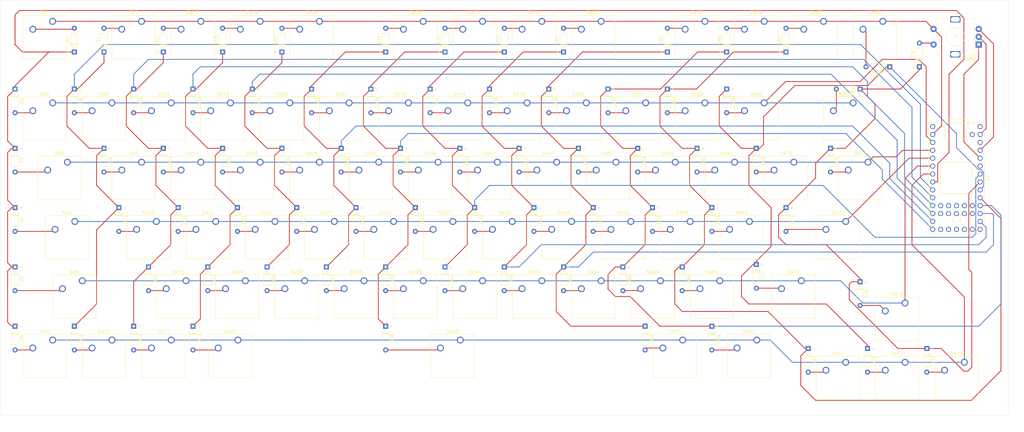
<source format=kicad_pcb>
(kicad_pcb (version 20171130) (host pcbnew "(5.1.5-0-10_14)")
  (layers (0 F.Cu signal) (31 B.Cu signal) (34 B.Paste user hide) (35 F.Paste user hide) (36 B.SilkS user hide) (37 F.SilkS user) (38 B.Mask user hide) (39 F.Mask user hide) (44 Edge.Cuts user))
  (net 0 "")
  (net 1 "Net-(D1-Pad2)")
  (net 2 "Net-(D2-Pad2)")
  (net 3 "Net-(D3-Pad2)")
  (net 4 "Net-(D4-Pad2)")
  (net 5 "Net-(D5-Pad2)")
  (net 6 "Net-(D6-Pad2)")
  (net 7 "Net-(D7-Pad2)")
  (net 8 "Net-(D8-Pad2)")
  (net 9 "Net-(D9-Pad2)")
  (net 10 "Net-(D10-Pad2)")
  (net 11 "Net-(D11-Pad2)")
  (net 12 "Net-(D12-Pad2)")
  (net 13 "Net-(D13-Pad2)")
  (net 14 "Net-(D14-Pad2)")
  (net 15 "Net-(D15-Pad2)")
  (net 16 "Net-(D16-Pad2)")
  (net 17 "Net-(D17-Pad2)")
  (net 18 "Net-(D18-Pad2)")
  (net 19 "Net-(D19-Pad2)")
  (net 20 "Net-(D20-Pad2)")
  (net 21 "Net-(D21-Pad2)")
  (net 22 "Net-(D22-Pad2)")
  (net 23 "Net-(D23-Pad2)")
  (net 24 "Net-(D24-Pad2)")
  (net 25 "Net-(D25-Pad2)")
  (net 26 "Net-(D26-Pad2)")
  (net 27 "Net-(D27-Pad2)")
  (net 28 "Net-(D28-Pad2)")
  (net 29 "Net-(D29-Pad2)")
  (net 30 "Net-(D30-Pad2)")
  (net 31 "Net-(D31-Pad2)")
  (net 32 "Net-(D32-Pad2)")
  (net 33 "Net-(D33-Pad2)")
  (net 34 "Net-(D34-Pad2)")
  (net 35 "Net-(D35-Pad2)")
  (net 36 "Net-(D36-Pad2)")
  (net 37 "Net-(D37-Pad2)")
  (net 38 "Net-(D38-Pad2)")
  (net 39 "Net-(D39-Pad2)")
  (net 40 "Net-(D40-Pad2)")
  (net 41 "Net-(D41-Pad2)")
  (net 42 "Net-(D42-Pad2)")
  (net 43 "Net-(D43-Pad2)")
  (net 44 "Net-(D44-Pad2)")
  (net 45 "Net-(D45-Pad2)")
  (net 46 "Net-(D46-Pad2)")
  (net 47 "Net-(D47-Pad2)")
  (net 48 "Net-(D48-Pad2)")
  (net 49 "Net-(D49-Pad2)")
  (net 50 "Net-(D50-Pad2)")
  (net 51 "Net-(D51-Pad2)")
  (net 52 "Net-(D52-Pad2)")
  (net 53 "Net-(D53-Pad2)")
  (net 54 "Net-(D54-Pad2)")
  (net 55 "Net-(D55-Pad2)")
  (net 56 "Net-(D56-Pad2)")
  (net 57 "Net-(D57-Pad2)")
  (net 58 "Net-(D58-Pad2)")
  (net 59 "Net-(D59-Pad2)")
  (net 60 "Net-(D60-Pad2)")
  (net 61 "Net-(D61-Pad2)")
  (net 62 "Net-(D62-Pad2)")
  (net 63 "Net-(D63-Pad2)")
  (net 64 "Net-(D64-Pad2)")
  (net 65 "Net-(D65-Pad2)")
  (net 66 "Net-(D66-Pad2)")
  (net 67 "Net-(D67-Pad2)")
  (net 68 "Net-(D68-Pad2)")
  (net 69 "Net-(D69-Pad2)")
  (net 70 "Net-(D70-Pad2)")
  (net 71 "Net-(D71-Pad2)")
  (net 72 "Net-(D72-Pad2)")
  (net 73 "Net-(D73-Pad2)")
  (net 74 "Net-(D74-Pad2)")
  (net 75 "Net-(D75-Pad2)")
  (net 76 "Net-(D76-Pad2)")
  (net 77 "Net-(D77-Pad2)")
  (net 78 GND)
  (net 79 "Net-(U1-Pad1)")
  (net 80 "Net-(U1-Pad15)")
  (net 81 "Net-(U1-Pad16)")
  (net 82 "Net-(U1-Pad17)")
  (net 83 "Net-(U1-Pad18)")
  (net 84 "Net-(U1-Pad19)")
  (net 85 "Net-(U1-Pad31)")
  (net 86 "Net-(U1-Pad33)")
  (net 87 /C0)
  (net 88 /C1)
  (net 89 /C2)
  (net 90 /C3)
  (net 91 /C4)
  (net 92 /C5)
  (net 93 /C6)
  (net 94 /C7)
  (net 95 /C8)
  (net 96 /C9)
  (net 97 /C10)
  (net 98 /C11)
  (net 99 /C12)
  (net 100 /C13)
  (net 101 /RotarySwitchOut)
  (net 102 /R0)
  (net 103 /R1)
  (net 104 /R2)
  (net 105 /R3)
  (net 106 /R4)
  (net 107 /R5)
  (net 108 /RotaryA)
  (net 109 "Net-(U1-Pad28)")
  (net 110 /RotaryB)
  (net 111 "Net-(U1-Pad20)")
  (net 112 "Net-(U1-Pad34)")
  (module Button_Switch_Keyboard:SW_Cherry_MX_1.00u_PCB (layer F.Cu) (at 50.165 125.88875)
    (fp_text reference SW11 (at -2.54 -2.794) (layer F.SilkS))
    (fp_text value SW_Push)
    (pad 1 thru_hole circle (at 0 0) (size 2.2 2.2) (drill 1.5) (layers *.Cu *.Mask) (net 107 /R5))
    (pad 2 thru_hole circle (at -6.35 2.54) (size 2.2 2.2) (drill 1.5) (layers *.Cu *.Mask) (net 11 "Net-(D11-Pad2)"))
    (pad "" np_thru_hole circle (at -2.54 5.08) (size 4 4) (drill 4) (layers *.Cu *.Mask))
    (pad "" np_thru_hole circle (at -7.62 5.08) (size 1.7 1.7) (drill 1.7) (layers *.Cu *.Mask))
    (pad "" np_thru_hole circle (at 2.54 5.08) (size 1.7 1.7) (drill 1.7) (layers *.Cu *.Mask))
  )
  (module Button_Switch_Keyboard:SW_Cherry_MX_1.00u_PCB (layer F.Cu) (at 69.215 49.68875)
    (fp_text reference SW13 (at -2.54 -2.794) (layer F.SilkS))
    (fp_text value SW_Push)
    (pad 1 thru_hole circle (at 0 0) (size 2.2 2.2) (drill 1.5) (layers *.Cu *.Mask) (net 103 /R1))
    (pad 2 thru_hole circle (at -6.35 2.54) (size 2.2 2.2) (drill 1.5) (layers *.Cu *.Mask) (net 13 "Net-(D13-Pad2)"))
    (pad "" np_thru_hole circle (at -2.54 5.08) (size 4 4) (drill 4) (layers *.Cu *.Mask))
    (pad "" np_thru_hole circle (at -7.62 5.08) (size 1.7 1.7) (drill 1.7) (layers *.Cu *.Mask))
    (pad "" np_thru_hole circle (at 2.54 5.08) (size 1.7 1.7) (drill 1.7) (layers *.Cu *.Mask))
  )
  (module Button_Switch_Keyboard:SW_Cherry_MX_1.00u_PCB (layer F.Cu) (at 31.115 49.68875)
    (fp_text reference SW2 (at -2.54 -2.794) (layer F.SilkS))
    (fp_text value SW_Push)
    (pad "" np_thru_hole circle (at 2.54 5.08) (size 1.7 1.7) (drill 1.7) (layers *.Cu *.Mask))
    (pad "" np_thru_hole circle (at -7.62 5.08) (size 1.7 1.7) (drill 1.7) (layers *.Cu *.Mask))
    (pad "" np_thru_hole circle (at -2.54 5.08) (size 4 4) (drill 4) (layers *.Cu *.Mask))
    (pad 2 thru_hole circle (at -6.35 2.54) (size 2.2 2.2) (drill 1.5) (layers *.Cu *.Mask) (net 2 "Net-(D2-Pad2)"))
    (pad 1 thru_hole circle (at 0 0) (size 2.2 2.2) (drill 1.5) (layers *.Cu *.Mask) (net 103 /R1))
  )
  (module Button_Switch_Keyboard:SW_Cherry_MX_1.00u_PCB (layer F.Cu) (at 31.115 23.495)
    (fp_text reference SW1 (at -2.54 -2.794) (layer F.SilkS))
    (fp_text value SW_Push)
    (pad 1 thru_hole circle (at 0 0) (size 2.2 2.2) (drill 1.5) (layers *.Cu *.Mask) (net 102 /R0))
    (pad 2 thru_hole circle (at -6.35 2.54) (size 2.2 2.2) (drill 1.5) (layers *.Cu *.Mask) (net 1 "Net-(D1-Pad2)"))
    (pad "" np_thru_hole circle (at -2.54 5.08) (size 4 4) (drill 4) (layers *.Cu *.Mask))
    (pad "" np_thru_hole circle (at -7.62 5.08) (size 1.7 1.7) (drill 1.7) (layers *.Cu *.Mask))
    (pad "" np_thru_hole circle (at 2.54 5.08) (size 1.7 1.7) (drill 1.7) (layers *.Cu *.Mask))
  )
  (module Button_Switch_Keyboard:SW_Cherry_MX_1.00u_PCB (layer F.Cu) (at 59.69 23.495)
    (fp_text reference SW7 (at -2.54 -2.794) (layer F.SilkS))
    (fp_text value SW_Push)
    (pad 1 thru_hole circle (at 0 0) (size 2.2 2.2) (drill 1.5) (layers *.Cu *.Mask) (net 102 /R0))
    (pad 2 thru_hole circle (at -6.35 2.54) (size 2.2 2.2) (drill 1.5) (layers *.Cu *.Mask) (net 7 "Net-(D7-Pad2)"))
    (pad "" np_thru_hole circle (at -2.54 5.08) (size 4 4) (drill 4) (layers *.Cu *.Mask))
    (pad "" np_thru_hole circle (at -7.62 5.08) (size 1.7 1.7) (drill 1.7) (layers *.Cu *.Mask))
    (pad "" np_thru_hole circle (at 2.54 5.08) (size 1.7 1.7) (drill 1.7) (layers *.Cu *.Mask))
  )
  (module Button_Switch_Keyboard:SW_Cherry_MX_1.00u_PCB (layer F.Cu) (at 78.74 23.495)
    (fp_text reference SW12 (at -2.54 -2.794) (layer F.SilkS))
    (fp_text value SW_Push)
    (pad 1 thru_hole circle (at 0 0) (size 2.2 2.2) (drill 1.5) (layers *.Cu *.Mask) (net 102 /R0))
    (pad 2 thru_hole circle (at -6.35 2.54) (size 2.2 2.2) (drill 1.5) (layers *.Cu *.Mask) (net 12 "Net-(D12-Pad2)"))
    (pad "" np_thru_hole circle (at -2.54 5.08) (size 4 4) (drill 4) (layers *.Cu *.Mask))
    (pad "" np_thru_hole circle (at -7.62 5.08) (size 1.7 1.7) (drill 1.7) (layers *.Cu *.Mask))
    (pad "" np_thru_hole circle (at 2.54 5.08) (size 1.7 1.7) (drill 1.7) (layers *.Cu *.Mask))
  )
  (module Button_Switch_Keyboard:SW_Cherry_MX_1.00u_PCB (layer F.Cu) (at 97.79 23.495)
    (fp_text reference SW18 (at -2.54 -2.794) (layer F.SilkS))
    (fp_text value SW_Push)
    (pad 1 thru_hole circle (at 0 0) (size 2.2 2.2) (drill 1.5) (layers *.Cu *.Mask) (net 102 /R0))
    (pad 2 thru_hole circle (at -6.35 2.54) (size 2.2 2.2) (drill 1.5) (layers *.Cu *.Mask) (net 18 "Net-(D18-Pad2)"))
    (pad "" np_thru_hole circle (at -2.54 5.08) (size 4 4) (drill 4) (layers *.Cu *.Mask))
    (pad "" np_thru_hole circle (at -7.62 5.08) (size 1.7 1.7) (drill 1.7) (layers *.Cu *.Mask))
    (pad "" np_thru_hole circle (at 2.54 5.08) (size 1.7 1.7) (drill 1.7) (layers *.Cu *.Mask))
  )
  (module Button_Switch_Keyboard:SW_Cherry_MX_1.00u_PCB (layer F.Cu) (at 116.84 23.495)
    (fp_text reference SW24 (at -2.54 -2.794) (layer F.SilkS))
    (fp_text value SW_Push)
    (pad 1 thru_hole circle (at 0 0) (size 2.2 2.2) (drill 1.5) (layers *.Cu *.Mask) (net 102 /R0))
    (pad 2 thru_hole circle (at -6.35 2.54) (size 2.2 2.2) (drill 1.5) (layers *.Cu *.Mask) (net 24 "Net-(D24-Pad2)"))
    (pad "" np_thru_hole circle (at -2.54 5.08) (size 4 4) (drill 4) (layers *.Cu *.Mask))
    (pad "" np_thru_hole circle (at -7.62 5.08) (size 1.7 1.7) (drill 1.7) (layers *.Cu *.Mask))
    (pad "" np_thru_hole circle (at 2.54 5.08) (size 1.7 1.7) (drill 1.7) (layers *.Cu *.Mask))
  )
  (module Button_Switch_Keyboard:SW_Cherry_MX_1.00u_PCB (layer F.Cu) (at 150.1775 23.495)
    (fp_text reference SW29 (at -2.54 -2.794) (layer F.SilkS))
    (fp_text value SW_Push)
    (pad 1 thru_hole circle (at 0 0) (size 2.2 2.2) (drill 1.5) (layers *.Cu *.Mask) (net 102 /R0))
    (pad 2 thru_hole circle (at -6.35 2.54) (size 2.2 2.2) (drill 1.5) (layers *.Cu *.Mask) (net 29 "Net-(D29-Pad2)"))
    (pad "" np_thru_hole circle (at -2.54 5.08) (size 4 4) (drill 4) (layers *.Cu *.Mask))
    (pad "" np_thru_hole circle (at -7.62 5.08) (size 1.7 1.7) (drill 1.7) (layers *.Cu *.Mask))
    (pad "" np_thru_hole circle (at 2.54 5.08) (size 1.7 1.7) (drill 1.7) (layers *.Cu *.Mask))
  )
  (module Button_Switch_Keyboard:SW_Cherry_MX_1.00u_PCB (layer F.Cu) (at 169.2275 23.495)
    (fp_text reference SW34 (at -2.54 -2.794) (layer F.SilkS))
    (fp_text value SW_Push)
    (pad 1 thru_hole circle (at 0 0) (size 2.2 2.2) (drill 1.5) (layers *.Cu *.Mask) (net 102 /R0))
    (pad 2 thru_hole circle (at -6.35 2.54) (size 2.2 2.2) (drill 1.5) (layers *.Cu *.Mask) (net 34 "Net-(D34-Pad2)"))
    (pad "" np_thru_hole circle (at -2.54 5.08) (size 4 4) (drill 4) (layers *.Cu *.Mask))
    (pad "" np_thru_hole circle (at -7.62 5.08) (size 1.7 1.7) (drill 1.7) (layers *.Cu *.Mask))
    (pad "" np_thru_hole circle (at 2.54 5.08) (size 1.7 1.7) (drill 1.7) (layers *.Cu *.Mask))
  )
  (module Button_Switch_Keyboard:SW_Cherry_MX_1.00u_PCB (layer F.Cu) (at 188.2775 23.495)
    (fp_text reference SW40 (at -2.54 -2.794) (layer F.SilkS))
    (fp_text value SW_Push)
    (pad 1 thru_hole circle (at 0 0) (size 2.2 2.2) (drill 1.5) (layers *.Cu *.Mask) (net 102 /R0))
    (pad 2 thru_hole circle (at -6.35 2.54) (size 2.2 2.2) (drill 1.5) (layers *.Cu *.Mask) (net 40 "Net-(D40-Pad2)"))
    (pad "" np_thru_hole circle (at -2.54 5.08) (size 4 4) (drill 4) (layers *.Cu *.Mask))
    (pad "" np_thru_hole circle (at -7.62 5.08) (size 1.7 1.7) (drill 1.7) (layers *.Cu *.Mask))
    (pad "" np_thru_hole circle (at 2.54 5.08) (size 1.7 1.7) (drill 1.7) (layers *.Cu *.Mask))
  )
  (module Button_Switch_Keyboard:SW_Cherry_MX_1.00u_PCB (layer F.Cu) (at 207.3275 23.495)
    (fp_text reference SW45 (at -2.54 -2.794) (layer F.SilkS))
    (fp_text value SW_Push)
    (pad "" np_thru_hole circle (at 2.54 5.08) (size 1.7 1.7) (drill 1.7) (layers *.Cu *.Mask))
    (pad "" np_thru_hole circle (at -7.62 5.08) (size 1.7 1.7) (drill 1.7) (layers *.Cu *.Mask))
    (pad "" np_thru_hole circle (at -2.54 5.08) (size 4 4) (drill 4) (layers *.Cu *.Mask))
    (pad 2 thru_hole circle (at -6.35 2.54) (size 2.2 2.2) (drill 1.5) (layers *.Cu *.Mask) (net 45 "Net-(D45-Pad2)"))
    (pad 1 thru_hole circle (at 0 0) (size 2.2 2.2) (drill 1.5) (layers *.Cu *.Mask) (net 102 /R0))
  )
  (module Button_Switch_Keyboard:SW_Cherry_MX_1.00u_PCB (layer F.Cu) (at 240.665 23.495)
    (fp_text reference SW50 (at -2.54 -2.794) (layer F.SilkS))
    (fp_text value SW_Push)
    (pad "" np_thru_hole circle (at 2.54 5.08) (size 1.7 1.7) (drill 1.7) (layers *.Cu *.Mask))
    (pad "" np_thru_hole circle (at -7.62 5.08) (size 1.7 1.7) (drill 1.7) (layers *.Cu *.Mask))
    (pad "" np_thru_hole circle (at -2.54 5.08) (size 4 4) (drill 4) (layers *.Cu *.Mask))
    (pad 2 thru_hole circle (at -6.35 2.54) (size 2.2 2.2) (drill 1.5) (layers *.Cu *.Mask) (net 50 "Net-(D50-Pad2)"))
    (pad 1 thru_hole circle (at 0 0) (size 2.2 2.2) (drill 1.5) (layers *.Cu *.Mask) (net 102 /R0))
  )
  (module Button_Switch_Keyboard:SW_Cherry_MX_1.00u_PCB (layer F.Cu) (at 259.715 23.495)
    (fp_text reference SW56 (at -2.54 -2.794) (layer F.SilkS))
    (fp_text value SW_Push)
    (pad "" np_thru_hole circle (at 2.54 5.08) (size 1.7 1.7) (drill 1.7) (layers *.Cu *.Mask))
    (pad "" np_thru_hole circle (at -7.62 5.08) (size 1.7 1.7) (drill 1.7) (layers *.Cu *.Mask))
    (pad "" np_thru_hole circle (at -2.54 5.08) (size 4 4) (drill 4) (layers *.Cu *.Mask))
    (pad 2 thru_hole circle (at -6.35 2.54) (size 2.2 2.2) (drill 1.5) (layers *.Cu *.Mask) (net 56 "Net-(D56-Pad2)"))
    (pad 1 thru_hole circle (at 0 0) (size 2.2 2.2) (drill 1.5) (layers *.Cu *.Mask) (net 102 /R0))
  )
  (module Button_Switch_Keyboard:SW_Cherry_MX_1.00u_PCB (layer F.Cu) (at 278.765 23.495)
    (fp_text reference SW62 (at -2.54 -2.794) (layer F.SilkS))
    (fp_text value SW_Push)
    (pad "" np_thru_hole circle (at 2.54 5.08) (size 1.7 1.7) (drill 1.7) (layers *.Cu *.Mask))
    (pad "" np_thru_hole circle (at -7.62 5.08) (size 1.7 1.7) (drill 1.7) (layers *.Cu *.Mask))
    (pad "" np_thru_hole circle (at -2.54 5.08) (size 4 4) (drill 4) (layers *.Cu *.Mask))
    (pad 2 thru_hole circle (at -6.35 2.54) (size 2.2 2.2) (drill 1.5) (layers *.Cu *.Mask) (net 62 "Net-(D62-Pad2)"))
    (pad 1 thru_hole circle (at 0 0) (size 2.2 2.2) (drill 1.5) (layers *.Cu *.Mask) (net 102 /R0))
  )
  (module Button_Switch_Keyboard:SW_Cherry_MX_1.00u_PCB (layer F.Cu) (at 297.815 23.495)
    (fp_text reference SW68 (at -2.54 -2.794) (layer F.SilkS))
    (fp_text value SW_Push)
    (pad "" np_thru_hole circle (at 2.54 5.08) (size 1.7 1.7) (drill 1.7) (layers *.Cu *.Mask))
    (pad "" np_thru_hole circle (at -7.62 5.08) (size 1.7 1.7) (drill 1.7) (layers *.Cu *.Mask))
    (pad "" np_thru_hole circle (at -2.54 5.08) (size 4 4) (drill 4) (layers *.Cu *.Mask))
    (pad 2 thru_hole circle (at -6.35 2.54) (size 2.2 2.2) (drill 1.5) (layers *.Cu *.Mask) (net 68 "Net-(D68-Pad2)"))
    (pad 1 thru_hole circle (at 0 0) (size 2.2 2.2) (drill 1.5) (layers *.Cu *.Mask) (net 102 /R0))
  )
  (module Button_Switch_Keyboard:SW_Cherry_MX_2.00u_PCB (layer F.Cu) (at 40.64 106.83875)
    (fp_text reference SW5 (at -2.54 -2.794) (layer F.SilkS))
    (fp_text value SW_Push)
    (pad "" np_thru_hole circle (at 9.36 -1.92) (size 3.05 3.05) (drill 3.05) (layers *.Cu *.Mask))
    (pad "" np_thru_hole circle (at -14.44 -1.92) (size 3.05 3.05) (drill 3.05) (layers *.Cu *.Mask))
    (pad "" np_thru_hole circle (at -14.44 13.32) (size 4 4) (drill 4) (layers *.Cu *.Mask))
    (pad "" np_thru_hole circle (at 9.36 13.32) (size 4 4) (drill 4) (layers *.Cu *.Mask))
    (pad "" np_thru_hole circle (at 2.54 5.08) (size 1.7 1.7) (drill 1.7) (layers *.Cu *.Mask))
    (pad "" np_thru_hole circle (at -7.62 5.08) (size 1.7 1.7) (drill 1.7) (layers *.Cu *.Mask))
    (pad "" np_thru_hole circle (at -2.54 5.08) (size 4 4) (drill 4) (layers *.Cu *.Mask))
    (pad 2 thru_hole circle (at -6.35 2.54) (size 2.2 2.2) (drill 1.5) (layers *.Cu *.Mask) (net 5 "Net-(D5-Pad2)"))
    (pad 1 thru_hole circle (at 0 0) (size 2.2 2.2) (drill 1.5) (layers *.Cu *.Mask) (net 106 /R4))
  )
  (module Button_Switch_Keyboard:SW_Cherry_MX_1.75u_PCB (layer F.Cu) (at 271.62125 106.83875)
    (fp_text reference SW71 (at -2.54 -2.794) (layer F.SilkS))
    (fp_text value SW_Push)
    (pad "" np_thru_hole circle (at 2.54 5.08) (size 1.7 1.7) (drill 1.7) (layers *.Cu *.Mask))
    (pad "" np_thru_hole circle (at -7.62 5.08) (size 1.7 1.7) (drill 1.7) (layers *.Cu *.Mask))
    (pad "" np_thru_hole circle (at -2.54 5.08) (size 4 4) (drill 4) (layers *.Cu *.Mask))
    (pad 2 thru_hole circle (at -6.35 2.54) (size 2.2 2.2) (drill 1.5) (layers *.Cu *.Mask) (net 71 "Net-(D71-Pad2)"))
    (pad 1 thru_hole circle (at 0 0) (size 2.2 2.2) (drill 1.5) (layers *.Cu *.Mask) (net 106 /R4))
  )
  (module Button_Switch_Keyboard:SW_Cherry_MX_2.25u_PCB (layer F.Cu) (at 285.90875 87.78875)
    (fp_text reference SW75 (at -2.54 -2.794) (layer F.SilkS))
    (fp_text value SW_Push)
    (pad "" np_thru_hole circle (at 9.36 -1.92) (size 3.05 3.05) (drill 3.05) (layers *.Cu *.Mask))
    (pad "" np_thru_hole circle (at -14.44 -1.92) (size 3.05 3.05) (drill 3.05) (layers *.Cu *.Mask))
    (pad "" np_thru_hole circle (at -14.44 13.32) (size 4 4) (drill 4) (layers *.Cu *.Mask))
    (pad "" np_thru_hole circle (at 9.36 13.32) (size 4 4) (drill 4) (layers *.Cu *.Mask))
    (pad "" np_thru_hole circle (at 2.54 5.08) (size 1.7 1.7) (drill 1.7) (layers *.Cu *.Mask))
    (pad "" np_thru_hole circle (at -7.62 5.08) (size 1.7 1.7) (drill 1.7) (layers *.Cu *.Mask))
    (pad "" np_thru_hole circle (at -2.54 5.08) (size 4 4) (drill 4) (layers *.Cu *.Mask))
    (pad 2 thru_hole circle (at -6.35 2.54) (size 2.2 2.2) (drill 1.5) (layers *.Cu *.Mask) (net 75 "Net-(D75-Pad2)"))
    (pad 1 thru_hole circle (at 0 0) (size 2.2 2.2) (drill 1.5) (layers *.Cu *.Mask) (net 105 /R3))
  )
  (module Button_Switch_Keyboard:SW_Cherry_MX_1.50u_PCB (layer F.Cu) (at 293.0525 68.73875)
    (fp_text reference SW74 (at -2.54 -2.794) (layer F.SilkS))
    (fp_text value SW_Push)
    (pad "" np_thru_hole circle (at 2.54 5.08) (size 1.7 1.7) (drill 1.7) (layers *.Cu *.Mask))
    (pad "" np_thru_hole circle (at -7.62 5.08) (size 1.7 1.7) (drill 1.7) (layers *.Cu *.Mask))
    (pad "" np_thru_hole circle (at -2.54 5.08) (size 4 4) (drill 4) (layers *.Cu *.Mask))
    (pad 2 thru_hole circle (at -6.35 2.54) (size 2.2 2.2) (drill 1.5) (layers *.Cu *.Mask) (net 74 "Net-(D74-Pad2)"))
    (pad 1 thru_hole circle (at 0 0) (size 2.2 2.2) (drill 1.5) (layers *.Cu *.Mask) (net 104 /R2))
  )
  (module Button_Switch_Keyboard:SW_Cherry_MX_2.00u_PCB (layer F.Cu) (at 288.29 49.68875)
    (fp_text reference SW73 (at -2.54 -2.794) (layer F.SilkS))
    (fp_text value SW_Push)
    (pad "" np_thru_hole circle (at 9.36 -1.92) (size 3.05 3.05) (drill 3.05) (layers *.Cu *.Mask))
    (pad "" np_thru_hole circle (at -14.44 -1.92) (size 3.05 3.05) (drill 3.05) (layers *.Cu *.Mask))
    (pad "" np_thru_hole circle (at -14.44 13.32) (size 4 4) (drill 4) (layers *.Cu *.Mask))
    (pad "" np_thru_hole circle (at 9.36 13.32) (size 4 4) (drill 4) (layers *.Cu *.Mask))
    (pad "" np_thru_hole circle (at 2.54 5.08) (size 1.7 1.7) (drill 1.7) (layers *.Cu *.Mask))
    (pad "" np_thru_hole circle (at -7.62 5.08) (size 1.7 1.7) (drill 1.7) (layers *.Cu *.Mask))
    (pad "" np_thru_hole circle (at -2.54 5.08) (size 4 4) (drill 4) (layers *.Cu *.Mask))
    (pad 2 thru_hole circle (at -6.35 2.54) (size 2.2 2.2) (drill 1.5) (layers *.Cu *.Mask) (net 73 "Net-(D73-Pad2)"))
    (pad 1 thru_hole circle (at 0 0) (size 2.2 2.2) (drill 1.5) (layers *.Cu *.Mask) (net 103 /R1))
  )
  (module Button_Switch_Keyboard:SW_Cherry_MX_1.25u_PCB (layer F.Cu) (at 257.33375 125.88875)
    (fp_text reference SW61 (at -2.54 -2.794) (layer F.SilkS))
    (fp_text value SW_Push)
    (pad "" np_thru_hole circle (at 2.54 5.08) (size 1.7 1.7) (drill 1.7) (layers *.Cu *.Mask))
    (pad "" np_thru_hole circle (at -7.62 5.08) (size 1.7 1.7) (drill 1.7) (layers *.Cu *.Mask))
    (pad "" np_thru_hole circle (at -2.54 5.08) (size 4 4) (drill 4) (layers *.Cu *.Mask))
    (pad 2 thru_hole circle (at -6.35 2.54) (size 2.2 2.2) (drill 1.5) (layers *.Cu *.Mask) (net 61 "Net-(D61-Pad2)"))
    (pad 1 thru_hole circle (at 0 0) (size 2.2 2.2) (drill 1.5) (layers *.Cu *.Mask) (net 107 /R5))
  )
  (module Button_Switch_Keyboard:SW_Cherry_MX_1.25u_PCB (layer F.Cu) (at 233.52125 125.88875)
    (fp_text reference SW55 (at -2.54 -2.794) (layer F.SilkS))
    (fp_text value SW_Push)
    (pad "" np_thru_hole circle (at 2.54 5.08) (size 1.7 1.7) (drill 1.7) (layers *.Cu *.Mask))
    (pad "" np_thru_hole circle (at -7.62 5.08) (size 1.7 1.7) (drill 1.7) (layers *.Cu *.Mask))
    (pad "" np_thru_hole circle (at -2.54 5.08) (size 4 4) (drill 4) (layers *.Cu *.Mask))
    (pad 2 thru_hole circle (at -6.35 2.54) (size 2.2 2.2) (drill 1.5) (layers *.Cu *.Mask) (net 55 "Net-(D55-Pad2)"))
    (pad 1 thru_hole circle (at 0 0) (size 2.2 2.2) (drill 1.5) (layers *.Cu *.Mask) (net 107 /R5))
  )
  (module Button_Switch_Keyboard:SW_Cherry_MX_1.25u_PCB (layer F.Cu) (at 90.64625 125.88875)
    (fp_text reference SW23 (at -2.54 -2.794) (layer F.SilkS))
    (fp_text value SW_Push)
    (pad "" np_thru_hole circle (at 2.54 5.08) (size 1.7 1.7) (drill 1.7) (layers *.Cu *.Mask))
    (pad "" np_thru_hole circle (at -7.62 5.08) (size 1.7 1.7) (drill 1.7) (layers *.Cu *.Mask))
    (pad "" np_thru_hole circle (at -2.54 5.08) (size 4 4) (drill 4) (layers *.Cu *.Mask))
    (pad 2 thru_hole circle (at -6.35 2.54) (size 2.2 2.2) (drill 1.5) (layers *.Cu *.Mask) (net 23 "Net-(D23-Pad2)"))
    (pad 1 thru_hole circle (at 0 0) (size 2.2 2.2) (drill 1.5) (layers *.Cu *.Mask) (net 107 /R5))
  )
  (module Button_Switch_Keyboard:SW_Cherry_MX_6.25u_PCB (layer F.Cu) (at 162.08375 125.88875)
    (fp_text reference SW39 (at -2.54 -2.794) (layer F.SilkS))
    (fp_text value SW_Push)
    (pad "" np_thru_hole circle (at 47.46 -1.92) (size 3.05 3.05) (drill 3.05) (layers *.Cu *.Mask))
    (pad "" np_thru_hole circle (at -52.54 -1.92) (size 3.05 3.05) (drill 3.05) (layers *.Cu *.Mask))
    (pad "" np_thru_hole circle (at -52.54 13.32) (size 4 4) (drill 4) (layers *.Cu *.Mask))
    (pad "" np_thru_hole circle (at 47.46 13.32) (size 4 4) (drill 4) (layers *.Cu *.Mask))
    (pad "" np_thru_hole circle (at 2.54 5.08) (size 1.7 1.7) (drill 1.7) (layers *.Cu *.Mask))
    (pad "" np_thru_hole circle (at -7.62 5.08) (size 1.7 1.7) (drill 1.7) (layers *.Cu *.Mask))
    (pad "" np_thru_hole circle (at -2.54 5.08) (size 4 4) (drill 4) (layers *.Cu *.Mask))
    (pad 2 thru_hole circle (at -6.35 2.54) (size 2.2 2.2) (drill 1.5) (layers *.Cu *.Mask) (net 39 "Net-(D39-Pad2)"))
    (pad 1 thru_hole circle (at 0 0) (size 2.2 2.2) (drill 1.5) (layers *.Cu *.Mask) (net 107 /R5))
  )
  (module Button_Switch_Keyboard:SW_Cherry_MX_1.75u_PCB (layer F.Cu) (at 38.25875 87.78875)
    (fp_text reference SW4 (at -2.54 -2.794) (layer F.SilkS))
    (fp_text value SW_Push)
    (pad "" np_thru_hole circle (at 2.54 5.08) (size 1.7 1.7) (drill 1.7) (layers *.Cu *.Mask))
    (pad "" np_thru_hole circle (at -7.62 5.08) (size 1.7 1.7) (drill 1.7) (layers *.Cu *.Mask))
    (pad "" np_thru_hole circle (at -2.54 5.08) (size 4 4) (drill 4) (layers *.Cu *.Mask))
    (pad 2 thru_hole circle (at -6.35 2.54) (size 2.2 2.2) (drill 1.5) (layers *.Cu *.Mask) (net 4 "Net-(D4-Pad2)"))
    (pad 1 thru_hole circle (at 0 0) (size 2.2 2.2) (drill 1.5) (layers *.Cu *.Mask) (net 105 /R3))
  )
  (module Button_Switch_Keyboard:SW_Cherry_MX_1.50u_PCB (layer F.Cu) (at 35.8775 68.73875)
    (fp_text reference SW3 (at -2.54 -2.794) (layer F.SilkS))
    (fp_text value SW_Push)
    (pad "" np_thru_hole circle (at 2.54 5.08) (size 1.7 1.7) (drill 1.7) (layers *.Cu *.Mask))
    (pad "" np_thru_hole circle (at -7.62 5.08) (size 1.7 1.7) (drill 1.7) (layers *.Cu *.Mask))
    (pad "" np_thru_hole circle (at -2.54 5.08) (size 4 4) (drill 4) (layers *.Cu *.Mask))
    (pad 2 thru_hole circle (at -6.35 2.54) (size 2.2 2.2) (drill 1.5) (layers *.Cu *.Mask) (net 3 "Net-(D3-Pad2)"))
    (pad 1 thru_hole circle (at 0 0) (size 2.2 2.2) (drill 1.5) (layers *.Cu *.Mask) (net 104 /R2))
  )
  (module Diode_THT:D_DO-35_SOD27_P7.62mm_Horizontal (layer F.Cu) (at 38.1 33.3375 90)
    (fp_text reference D1 (at 3.81 -2.12 90) (layer F.SilkS))
    (fp_text value 1N4148)
    (fp_text user K (at 0 -1.8 90) (layer F.SilkS))
    (pad 1 thru_hole rect (at 0 0 90) (size 1.6 1.6) (drill 0.8) (layers *.Cu *.Mask) (net 87 /C0))
    (pad 2 thru_hole oval (at 7.62 0 90) (size 1.6 1.6) (drill 0.8) (layers *.Cu *.Mask) (net 1 "Net-(D1-Pad2)"))
  )
  (module Diode_THT:D_DO-35_SOD27_P7.62mm_Horizontal (layer F.Cu) (at 19.05 45.24375 270)
    (fp_text reference D2 (at 3.81 -2.12 90) (layer F.SilkS))
    (fp_text value 1N4148)
    (fp_text user K (at 0 -1.8 90) (layer F.SilkS))
    (pad 2 thru_hole oval (at 7.62 0 270) (size 1.6 1.6) (drill 0.8) (layers *.Cu *.Mask) (net 2 "Net-(D2-Pad2)"))
    (pad 1 thru_hole rect (at 0 0 270) (size 1.6 1.6) (drill 0.8) (layers *.Cu *.Mask) (net 87 /C0))
  )
  (module Diode_THT:D_DO-35_SOD27_P7.62mm_Horizontal (layer F.Cu) (at 19.05 64.29375 270)
    (fp_text reference D3 (at 3.81 -2.12 90) (layer F.SilkS))
    (fp_text value 1N4148)
    (fp_text user K (at 0 -1.8 90) (layer F.SilkS))
    (pad 2 thru_hole oval (at 7.62 0 270) (size 1.6 1.6) (drill 0.8) (layers *.Cu *.Mask) (net 3 "Net-(D3-Pad2)"))
    (pad 1 thru_hole rect (at 0 0 270) (size 1.6 1.6) (drill 0.8) (layers *.Cu *.Mask) (net 87 /C0))
  )
  (module Diode_THT:D_DO-35_SOD27_P7.62mm_Horizontal (layer F.Cu) (at 19.05 83.34375 270)
    (fp_text reference D4 (at 3.81 -2.12 90) (layer F.SilkS))
    (fp_text value 1N4148)
    (fp_text user K (at 0 -1.8 90) (layer F.SilkS))
    (pad 1 thru_hole rect (at 0 0 270) (size 1.6 1.6) (drill 0.8) (layers *.Cu *.Mask) (net 87 /C0))
    (pad 2 thru_hole oval (at 7.62 0 270) (size 1.6 1.6) (drill 0.8) (layers *.Cu *.Mask) (net 4 "Net-(D4-Pad2)"))
  )
  (module Diode_THT:D_DO-35_SOD27_P7.62mm_Horizontal (layer F.Cu) (at 19.05 102.39375 270)
    (fp_text reference D5 (at 3.81 -2.12 90) (layer F.SilkS))
    (fp_text value 1N4148)
    (fp_text user K (at 0 -1.8 90) (layer F.SilkS))
    (pad 2 thru_hole oval (at 7.62 0 270) (size 1.6 1.6) (drill 0.8) (layers *.Cu *.Mask) (net 5 "Net-(D5-Pad2)"))
    (pad 1 thru_hole rect (at 0 0 270) (size 1.6 1.6) (drill 0.8) (layers *.Cu *.Mask) (net 87 /C0))
  )
  (module Diode_THT:D_DO-35_SOD27_P7.62mm_Horizontal (layer F.Cu) (at 19.05 121.44375 270)
    (fp_text reference D6 (at 3.81 -2.12 90) (layer F.SilkS))
    (fp_text value 1N4148)
    (fp_text user K (at 0 -1.8 90) (layer F.SilkS))
    (pad 2 thru_hole oval (at 7.62 0 270) (size 1.6 1.6) (drill 0.8) (layers *.Cu *.Mask) (net 6 "Net-(D6-Pad2)"))
    (pad 1 thru_hole rect (at 0 0 270) (size 1.6 1.6) (drill 0.8) (layers *.Cu *.Mask) (net 87 /C0))
  )
  (module Diode_THT:D_DO-35_SOD27_P7.62mm_Horizontal (layer F.Cu) (at 47.625 33.3375 90)
    (fp_text reference D7 (at 3.81 -2.12 90) (layer F.SilkS))
    (fp_text value 1N4148)
    (fp_text user K (at 0 -1.8 90) (layer F.SilkS))
    (pad 2 thru_hole oval (at 7.62 0 90) (size 1.6 1.6) (drill 0.8) (layers *.Cu *.Mask) (net 7 "Net-(D7-Pad2)"))
    (pad 1 thru_hole rect (at 0 0 90) (size 1.6 1.6) (drill 0.8) (layers *.Cu *.Mask) (net 88 /C1))
  )
  (module Diode_THT:D_DO-35_SOD27_P7.62mm_Horizontal (layer F.Cu) (at 38.1 45.24375 270)
    (fp_text reference D8 (at 3.81 -2.12 90) (layer F.SilkS))
    (fp_text value 1N4148)
    (fp_text user K (at 0 -1.8 90) (layer F.SilkS))
    (pad 2 thru_hole oval (at 7.62 0 270) (size 1.6 1.6) (drill 0.8) (layers *.Cu *.Mask) (net 8 "Net-(D8-Pad2)"))
    (pad 1 thru_hole rect (at 0 0 270) (size 1.6 1.6) (drill 0.8) (layers *.Cu *.Mask) (net 88 /C1))
  )
  (module Diode_THT:D_DO-35_SOD27_P7.62mm_Horizontal (layer F.Cu) (at 47.625 64.29375 270)
    (fp_text reference D9 (at 3.81 -2.12 90) (layer F.SilkS))
    (fp_text value 1N4148)
    (fp_text user K (at 0 -1.8 90) (layer F.SilkS))
    (pad 2 thru_hole oval (at 7.62 0 270) (size 1.6 1.6) (drill 0.8) (layers *.Cu *.Mask) (net 9 "Net-(D9-Pad2)"))
    (pad 1 thru_hole rect (at 0 0 270) (size 1.6 1.6) (drill 0.8) (layers *.Cu *.Mask) (net 88 /C1))
  )
  (module Diode_THT:D_DO-35_SOD27_P7.62mm_Horizontal (layer F.Cu) (at 52.3875 83.34375 270)
    (fp_text reference D10 (at 3.81 -2.12 90) (layer F.SilkS))
    (fp_text value 1N4148)
    (fp_text user K (at 0 -1.8 90) (layer F.SilkS))
    (pad 2 thru_hole oval (at 7.62 0 270) (size 1.6 1.6) (drill 0.8) (layers *.Cu *.Mask) (net 10 "Net-(D10-Pad2)"))
    (pad 1 thru_hole rect (at 0 0 270) (size 1.6 1.6) (drill 0.8) (layers *.Cu *.Mask) (net 88 /C1))
  )
  (module Diode_THT:D_DO-35_SOD27_P7.62mm_Horizontal (layer F.Cu) (at 38.1 121.44375 270)
    (fp_text reference D11 (at 3.81 -2.12 90) (layer F.SilkS))
    (fp_text value 1N4148)
    (fp_text user K (at 0 -1.8 90) (layer F.SilkS))
    (pad 2 thru_hole oval (at 7.62 0 270) (size 1.6 1.6) (drill 0.8) (layers *.Cu *.Mask) (net 11 "Net-(D11-Pad2)"))
    (pad 1 thru_hole rect (at 0 0 270) (size 1.6 1.6) (drill 0.8) (layers *.Cu *.Mask) (net 88 /C1))
  )
  (module Diode_THT:D_DO-35_SOD27_P7.62mm_Horizontal (layer F.Cu) (at 66.675 33.3375 90)
    (fp_text reference D12 (at 3.81 -2.12 90) (layer F.SilkS))
    (fp_text value 1N4148)
    (fp_text user K (at 0 -1.8 90) (layer F.SilkS))
    (pad 2 thru_hole oval (at 7.62 0 90) (size 1.6 1.6) (drill 0.8) (layers *.Cu *.Mask) (net 12 "Net-(D12-Pad2)"))
    (pad 1 thru_hole rect (at 0 0 90) (size 1.6 1.6) (drill 0.8) (layers *.Cu *.Mask) (net 89 /C2))
  )
  (module Diode_THT:D_DO-35_SOD27_P7.62mm_Horizontal (layer F.Cu) (at 57.15 45.24375 270)
    (fp_text reference D13 (at 3.81 -2.12 90) (layer F.SilkS))
    (fp_text value 1N4148)
    (fp_text user K (at 0 -1.8 90) (layer F.SilkS))
    (pad 2 thru_hole oval (at 7.62 0 270) (size 1.6 1.6) (drill 0.8) (layers *.Cu *.Mask) (net 13 "Net-(D13-Pad2)"))
    (pad 1 thru_hole rect (at 0 0 270) (size 1.6 1.6) (drill 0.8) (layers *.Cu *.Mask) (net 89 /C2))
  )
  (module Diode_THT:D_DO-35_SOD27_P7.62mm_Horizontal (layer F.Cu) (at 66.675 64.29375 270)
    (fp_text reference D14 (at 3.81 -2.12 90) (layer F.SilkS))
    (fp_text value 1N4148)
    (fp_text user K (at 0 -1.8 90) (layer F.SilkS))
    (pad 2 thru_hole oval (at 7.62 0 270) (size 1.6 1.6) (drill 0.8) (layers *.Cu *.Mask) (net 14 "Net-(D14-Pad2)"))
    (pad 1 thru_hole rect (at 0 0 270) (size 1.6 1.6) (drill 0.8) (layers *.Cu *.Mask) (net 89 /C2))
  )
  (module Diode_THT:D_DO-35_SOD27_P7.62mm_Horizontal (layer F.Cu) (at 71.4375 83.34375 270)
    (fp_text reference D15 (at 3.81 -2.12 90) (layer F.SilkS))
    (fp_text value 1N4148)
    (fp_text user K (at 0 -1.8 90) (layer F.SilkS))
    (pad 2 thru_hole oval (at 7.62 0 270) (size 1.6 1.6) (drill 0.8) (layers *.Cu *.Mask) (net 15 "Net-(D15-Pad2)"))
    (pad 1 thru_hole rect (at 0 0 270) (size 1.6 1.6) (drill 0.8) (layers *.Cu *.Mask) (net 89 /C2))
  )
  (module Diode_THT:D_DO-35_SOD27_P7.62mm_Horizontal (layer F.Cu) (at 61.9125 102.39375 270)
    (fp_text reference D16 (at 3.81 -2.12 90) (layer F.SilkS))
    (fp_text value 1N4148)
    (fp_text user K (at 0 -1.8 90) (layer F.SilkS))
    (pad 2 thru_hole oval (at 7.62 0 270) (size 1.6 1.6) (drill 0.8) (layers *.Cu *.Mask) (net 16 "Net-(D16-Pad2)"))
    (pad 1 thru_hole rect (at 0 0 270) (size 1.6 1.6) (drill 0.8) (layers *.Cu *.Mask) (net 89 /C2))
  )
  (module Diode_THT:D_DO-35_SOD27_P7.62mm_Horizontal (layer F.Cu) (at 57.15 121.44375 270)
    (fp_text reference D17 (at 3.81 -2.12 90) (layer F.SilkS))
    (fp_text value 1N4148)
    (fp_text user K (at 0 -1.8 90) (layer F.SilkS))
    (pad 2 thru_hole oval (at 7.62 0 270) (size 1.6 1.6) (drill 0.8) (layers *.Cu *.Mask) (net 17 "Net-(D17-Pad2)"))
    (pad 1 thru_hole rect (at 0 0 270) (size 1.6 1.6) (drill 0.8) (layers *.Cu *.Mask) (net 89 /C2))
  )
  (module Diode_THT:D_DO-35_SOD27_P7.62mm_Horizontal (layer F.Cu) (at 85.725 33.3375 90)
    (fp_text reference D18 (at 3.81 -2.12 90) (layer F.SilkS))
    (fp_text value 1N4148)
    (fp_text user K (at 0 -1.8 90) (layer F.SilkS))
    (pad 2 thru_hole oval (at 7.62 0 90) (size 1.6 1.6) (drill 0.8) (layers *.Cu *.Mask) (net 18 "Net-(D18-Pad2)"))
    (pad 1 thru_hole rect (at 0 0 90) (size 1.6 1.6) (drill 0.8) (layers *.Cu *.Mask) (net 90 /C3))
  )
  (module Diode_THT:D_DO-35_SOD27_P7.62mm_Horizontal (layer F.Cu) (at 76.2 45.24375 270)
    (fp_text reference D19 (at 3.81 -2.12 90) (layer F.SilkS))
    (fp_text value 1N4148)
    (fp_text user K (at 0 -1.8 90) (layer F.SilkS))
    (pad 2 thru_hole oval (at 7.62 0 270) (size 1.6 1.6) (drill 0.8) (layers *.Cu *.Mask) (net 19 "Net-(D19-Pad2)"))
    (pad 1 thru_hole rect (at 0 0 270) (size 1.6 1.6) (drill 0.8) (layers *.Cu *.Mask) (net 90 /C3))
  )
  (module Diode_THT:D_DO-35_SOD27_P7.62mm_Horizontal (layer F.Cu) (at 85.725 64.29375 270)
    (fp_text reference D20 (at 3.81 -2.12 90) (layer F.SilkS))
    (fp_text value 1N4148)
    (fp_text user K (at 0 -1.8 90) (layer F.SilkS))
    (pad 2 thru_hole oval (at 7.62 0 270) (size 1.6 1.6) (drill 0.8) (layers *.Cu *.Mask) (net 20 "Net-(D20-Pad2)"))
    (pad 1 thru_hole rect (at 0 0 270) (size 1.6 1.6) (drill 0.8) (layers *.Cu *.Mask) (net 90 /C3))
  )
  (module Diode_THT:D_DO-35_SOD27_P7.62mm_Horizontal (layer F.Cu) (at 90.4875 83.34375 270)
    (fp_text reference D21 (at 3.81 -2.12 90) (layer F.SilkS))
    (fp_text value 1N4148)
    (fp_text user K (at 0 -1.8 90) (layer F.SilkS))
    (pad 2 thru_hole oval (at 7.62 0 270) (size 1.6 1.6) (drill 0.8) (layers *.Cu *.Mask) (net 21 "Net-(D21-Pad2)"))
    (pad 1 thru_hole rect (at 0 0 270) (size 1.6 1.6) (drill 0.8) (layers *.Cu *.Mask) (net 90 /C3))
  )
  (module Diode_THT:D_DO-35_SOD27_P7.62mm_Horizontal (layer F.Cu) (at 80.9625 102.39375 270)
    (fp_text reference D22 (at 3.81 -2.12 90) (layer F.SilkS))
    (fp_text value 1N4148)
    (fp_text user K (at 0 -1.8 90) (layer F.SilkS))
    (pad 2 thru_hole oval (at 7.62 0 270) (size 1.6 1.6) (drill 0.8) (layers *.Cu *.Mask) (net 22 "Net-(D22-Pad2)"))
    (pad 1 thru_hole rect (at 0 0 270) (size 1.6 1.6) (drill 0.8) (layers *.Cu *.Mask) (net 90 /C3))
  )
  (module Diode_THT:D_DO-35_SOD27_P7.62mm_Horizontal (layer F.Cu) (at 76.2 121.44375 270)
    (fp_text reference D23 (at 3.81 -2.12 90) (layer F.SilkS))
    (fp_text value 1N4148)
    (fp_text user K (at 0 -1.8 90) (layer F.SilkS))
    (pad 2 thru_hole oval (at 7.62 0 270) (size 1.6 1.6) (drill 0.8) (layers *.Cu *.Mask) (net 23 "Net-(D23-Pad2)"))
    (pad 1 thru_hole rect (at 0 0 270) (size 1.6 1.6) (drill 0.8) (layers *.Cu *.Mask) (net 90 /C3))
  )
  (module Diode_THT:D_DO-35_SOD27_P7.62mm_Horizontal (layer F.Cu) (at 104.775 33.3375 90)
    (fp_text reference D24 (at 3.81 -2.12 90) (layer F.SilkS))
    (fp_text value 1N4148)
    (fp_text user K (at 0 -1.8 90) (layer F.SilkS))
    (pad 2 thru_hole oval (at 7.62 0 90) (size 1.6 1.6) (drill 0.8) (layers *.Cu *.Mask) (net 24 "Net-(D24-Pad2)"))
    (pad 1 thru_hole rect (at 0 0 90) (size 1.6 1.6) (drill 0.8) (layers *.Cu *.Mask) (net 91 /C4))
  )
  (module Diode_THT:D_DO-35_SOD27_P7.62mm_Horizontal (layer F.Cu) (at 95.25 45.24375 270)
    (fp_text reference D25 (at 3.81 -2.12 90) (layer F.SilkS))
    (fp_text value 1N4148)
    (fp_text user K (at 0 -1.8 90) (layer F.SilkS))
    (pad 2 thru_hole oval (at 7.62 0 270) (size 1.6 1.6) (drill 0.8) (layers *.Cu *.Mask) (net 25 "Net-(D25-Pad2)"))
    (pad 1 thru_hole rect (at 0 0 270) (size 1.6 1.6) (drill 0.8) (layers *.Cu *.Mask) (net 91 /C4))
  )
  (module Diode_THT:D_DO-35_SOD27_P7.62mm_Horizontal (layer F.Cu) (at 104.775 64.29375 270)
    (fp_text reference D26 (at 3.81 -2.12 90) (layer F.SilkS))
    (fp_text value 1N4148)
    (fp_text user K (at 0 -1.8 90) (layer F.SilkS))
    (pad 2 thru_hole oval (at 7.62 0 270) (size 1.6 1.6) (drill 0.8) (layers *.Cu *.Mask) (net 26 "Net-(D26-Pad2)"))
    (pad 1 thru_hole rect (at 0 0 270) (size 1.6 1.6) (drill 0.8) (layers *.Cu *.Mask) (net 91 /C4))
  )
  (module Diode_THT:D_DO-35_SOD27_P7.62mm_Horizontal (layer F.Cu) (at 109.5375 83.34375 270)
    (fp_text reference D27 (at 3.81 -2.12 90) (layer F.SilkS))
    (fp_text value 1N4148)
    (fp_text user K (at 0 -1.8 90) (layer F.SilkS))
    (pad 2 thru_hole oval (at 7.62 0 270) (size 1.6 1.6) (drill 0.8) (layers *.Cu *.Mask) (net 27 "Net-(D27-Pad2)"))
    (pad 1 thru_hole rect (at 0 0 270) (size 1.6 1.6) (drill 0.8) (layers *.Cu *.Mask) (net 91 /C4))
  )
  (module Diode_THT:D_DO-35_SOD27_P7.62mm_Horizontal (layer F.Cu) (at 100.0125 102.39375 270)
    (fp_text reference D28 (at 3.81 -2.12 90) (layer F.SilkS))
    (fp_text value 1N4148)
    (fp_text user K (at 0 -1.8 90) (layer F.SilkS))
    (pad 2 thru_hole oval (at 7.62 0 270) (size 1.6 1.6) (drill 0.8) (layers *.Cu *.Mask) (net 28 "Net-(D28-Pad2)"))
    (pad 1 thru_hole rect (at 0 0 270) (size 1.6 1.6) (drill 0.8) (layers *.Cu *.Mask) (net 91 /C4))
  )
  (module Diode_THT:D_DO-35_SOD27_P7.62mm_Horizontal (layer F.Cu) (at 138.1125 33.3375 90)
    (fp_text reference D29 (at 3.81 -2.12 90) (layer F.SilkS))
    (fp_text value 1N4148)
    (fp_text user K (at 0 -1.8 90) (layer F.SilkS))
    (pad 2 thru_hole oval (at 7.62 0 90) (size 1.6 1.6) (drill 0.8) (layers *.Cu *.Mask) (net 29 "Net-(D29-Pad2)"))
    (pad 1 thru_hole rect (at 0 0 90) (size 1.6 1.6) (drill 0.8) (layers *.Cu *.Mask) (net 92 /C5))
  )
  (module Diode_THT:D_DO-35_SOD27_P7.62mm_Horizontal (layer F.Cu) (at 114.3 45.24375 270)
    (fp_text reference D30 (at 3.81 -2.12 90) (layer F.SilkS))
    (fp_text value 1N4148)
    (fp_text user K (at 0 -1.8 90) (layer F.SilkS))
    (pad 2 thru_hole oval (at 7.62 0 270) (size 1.6 1.6) (drill 0.8) (layers *.Cu *.Mask) (net 30 "Net-(D30-Pad2)"))
    (pad 1 thru_hole rect (at 0 0 270) (size 1.6 1.6) (drill 0.8) (layers *.Cu *.Mask) (net 92 /C5))
  )
  (module Diode_THT:D_DO-35_SOD27_P7.62mm_Horizontal (layer F.Cu) (at 123.825 64.29375 270)
    (fp_text reference D31 (at 3.81 -2.12 90) (layer F.SilkS))
    (fp_text value 1N4148)
    (fp_text user K (at 0 -1.8 90) (layer F.SilkS))
    (pad 2 thru_hole oval (at 7.62 0 270) (size 1.6 1.6) (drill 0.8) (layers *.Cu *.Mask) (net 31 "Net-(D31-Pad2)"))
    (pad 1 thru_hole rect (at 0 0 270) (size 1.6 1.6) (drill 0.8) (layers *.Cu *.Mask) (net 92 /C5))
  )
  (module Diode_THT:D_DO-35_SOD27_P7.62mm_Horizontal (layer F.Cu) (at 128.5875 83.34375 270)
    (fp_text reference D32 (at 3.81 -2.12 90) (layer F.SilkS))
    (fp_text value 1N4148)
    (fp_text user K (at 0 -1.8 90) (layer F.SilkS))
    (pad 2 thru_hole oval (at 7.62 0 270) (size 1.6 1.6) (drill 0.8) (layers *.Cu *.Mask) (net 32 "Net-(D32-Pad2)"))
    (pad 1 thru_hole rect (at 0 0 270) (size 1.6 1.6) (drill 0.8) (layers *.Cu *.Mask) (net 92 /C5))
  )
  (module Diode_THT:D_DO-35_SOD27_P7.62mm_Horizontal (layer F.Cu) (at 119.0625 102.39375 270)
    (fp_text reference D33 (at 3.81 -2.12 90) (layer F.SilkS))
    (fp_text value 1N4148)
    (fp_text user K (at 0 -1.8 90) (layer F.SilkS))
    (pad 2 thru_hole oval (at 7.62 0 270) (size 1.6 1.6) (drill 0.8) (layers *.Cu *.Mask) (net 33 "Net-(D33-Pad2)"))
    (pad 1 thru_hole rect (at 0 0 270) (size 1.6 1.6) (drill 0.8) (layers *.Cu *.Mask) (net 92 /C5))
  )
  (module Diode_THT:D_DO-35_SOD27_P7.62mm_Horizontal (layer F.Cu) (at 157.1625 33.3375 90)
    (fp_text reference D34 (at 3.81 -2.12 90) (layer F.SilkS))
    (fp_text value 1N4148)
    (fp_text user K (at 0 -1.8 90) (layer F.SilkS))
    (pad 2 thru_hole oval (at 7.62 0 90) (size 1.6 1.6) (drill 0.8) (layers *.Cu *.Mask) (net 34 "Net-(D34-Pad2)"))
    (pad 1 thru_hole rect (at 0 0 90) (size 1.6 1.6) (drill 0.8) (layers *.Cu *.Mask) (net 93 /C6))
  )
  (module Diode_THT:D_DO-35_SOD27_P7.62mm_Horizontal (layer F.Cu) (at 133.35 45.24375 270)
    (fp_text reference D35 (at 3.81 -2.12 90) (layer F.SilkS))
    (fp_text value 1N4148)
    (fp_text user K (at 0 -1.8 90) (layer F.SilkS))
    (pad 2 thru_hole oval (at 7.62 0 270) (size 1.6 1.6) (drill 0.8) (layers *.Cu *.Mask) (net 35 "Net-(D35-Pad2)"))
    (pad 1 thru_hole rect (at 0 0 270) (size 1.6 1.6) (drill 0.8) (layers *.Cu *.Mask) (net 93 /C6))
  )
  (module Diode_THT:D_DO-35_SOD27_P7.62mm_Horizontal (layer F.Cu) (at 142.875 64.29375 270)
    (fp_text reference D36 (at 3.81 -2.12 90) (layer F.SilkS))
    (fp_text value 1N4148)
    (fp_text user K (at 0 -1.8 90) (layer F.SilkS))
    (pad 2 thru_hole oval (at 7.62 0 270) (size 1.6 1.6) (drill 0.8) (layers *.Cu *.Mask) (net 36 "Net-(D36-Pad2)"))
    (pad 1 thru_hole rect (at 0 0 270) (size 1.6 1.6) (drill 0.8) (layers *.Cu *.Mask) (net 93 /C6))
  )
  (module Diode_THT:D_DO-35_SOD27_P7.62mm_Horizontal (layer F.Cu) (at 147.6375 83.34375 270)
    (fp_text reference D37 (at 3.81 -2.12 90) (layer F.SilkS))
    (fp_text value 1N4148)
    (fp_text user K (at 0 -1.8 90) (layer F.SilkS))
    (pad 2 thru_hole oval (at 7.62 0 270) (size 1.6 1.6) (drill 0.8) (layers *.Cu *.Mask) (net 37 "Net-(D37-Pad2)"))
    (pad 1 thru_hole rect (at 0 0 270) (size 1.6 1.6) (drill 0.8) (layers *.Cu *.Mask) (net 93 /C6))
  )
  (module Diode_THT:D_DO-35_SOD27_P7.62mm_Horizontal (layer F.Cu) (at 138.1125 102.39375 270)
    (fp_text reference D38 (at 3.81 -2.12 90) (layer F.SilkS))
    (fp_text value 1N4148)
    (fp_text user K (at 0 -1.8 90) (layer F.SilkS))
    (pad 2 thru_hole oval (at 7.62 0 270) (size 1.6 1.6) (drill 0.8) (layers *.Cu *.Mask) (net 38 "Net-(D38-Pad2)"))
    (pad 1 thru_hole rect (at 0 0 270) (size 1.6 1.6) (drill 0.8) (layers *.Cu *.Mask) (net 93 /C6))
  )
  (module Diode_THT:D_DO-35_SOD27_P7.62mm_Horizontal (layer F.Cu) (at 138.1125 121.44375 270)
    (fp_text reference D39 (at 3.81 -2.12 90) (layer F.SilkS))
    (fp_text value 1N4148)
    (fp_text user K (at 0 -1.8 90) (layer F.SilkS))
    (pad 2 thru_hole oval (at 7.62 0 270) (size 1.6 1.6) (drill 0.8) (layers *.Cu *.Mask) (net 39 "Net-(D39-Pad2)"))
    (pad 1 thru_hole rect (at 0 0 270) (size 1.6 1.6) (drill 0.8) (layers *.Cu *.Mask) (net 93 /C6))
  )
  (module Diode_THT:D_DO-35_SOD27_P7.62mm_Horizontal (layer F.Cu) (at 176.2125 33.3375 90)
    (fp_text reference D40 (at 3.81 -2.12 90) (layer F.SilkS))
    (fp_text value 1N4148)
    (fp_text user K (at 0 -1.8 90) (layer F.SilkS))
    (pad 2 thru_hole oval (at 7.62 0 90) (size 1.6 1.6) (drill 0.8) (layers *.Cu *.Mask) (net 40 "Net-(D40-Pad2)"))
    (pad 1 thru_hole rect (at 0 0 90) (size 1.6 1.6) (drill 0.8) (layers *.Cu *.Mask) (net 94 /C7))
  )
  (module Diode_THT:D_DO-35_SOD27_P7.62mm_Horizontal (layer F.Cu) (at 152.4 45.24375 270)
    (fp_text reference D41 (at 3.81 -2.12 90) (layer F.SilkS))
    (fp_text value 1N4148)
    (fp_text user K (at 0 -1.8 90) (layer F.SilkS))
    (pad 2 thru_hole oval (at 7.62 0 270) (size 1.6 1.6) (drill 0.8) (layers *.Cu *.Mask) (net 41 "Net-(D41-Pad2)"))
    (pad 1 thru_hole rect (at 0 0 270) (size 1.6 1.6) (drill 0.8) (layers *.Cu *.Mask) (net 94 /C7))
  )
  (module Diode_THT:D_DO-35_SOD27_P7.62mm_Horizontal (layer F.Cu) (at 161.925 64.29375 270)
    (fp_text reference D42 (at 3.81 -2.12 90) (layer F.SilkS))
    (fp_text value 1N4148)
    (fp_text user K (at 0 -1.8 90) (layer F.SilkS))
    (pad 1 thru_hole rect (at 0 0 270) (size 1.6 1.6) (drill 0.8) (layers *.Cu *.Mask) (net 94 /C7))
    (pad 2 thru_hole oval (at 7.62 0 270) (size 1.6 1.6) (drill 0.8) (layers *.Cu *.Mask) (net 42 "Net-(D42-Pad2)"))
  )
  (module Diode_THT:D_DO-35_SOD27_P7.62mm_Horizontal (layer F.Cu) (at 166.6875 83.34375 270)
    (fp_text reference D43 (at 3.81 -2.12 90) (layer F.SilkS))
    (fp_text value 1N4148)
    (fp_text user K (at 0 -1.8 90) (layer F.SilkS))
    (pad 1 thru_hole rect (at 0 0 270) (size 1.6 1.6) (drill 0.8) (layers *.Cu *.Mask) (net 94 /C7))
    (pad 2 thru_hole oval (at 7.62 0 270) (size 1.6 1.6) (drill 0.8) (layers *.Cu *.Mask) (net 43 "Net-(D43-Pad2)"))
  )
  (module Diode_THT:D_DO-35_SOD27_P7.62mm_Horizontal (layer F.Cu) (at 157.1625 102.39375 270)
    (fp_text reference D44 (at 3.81 -2.12 90) (layer F.SilkS))
    (fp_text value 1N4148)
    (fp_text user K (at 0 -1.8 90) (layer F.SilkS))
    (pad 1 thru_hole rect (at 0 0 270) (size 1.6 1.6) (drill 0.8) (layers *.Cu *.Mask) (net 94 /C7))
    (pad 2 thru_hole oval (at 7.62 0 270) (size 1.6 1.6) (drill 0.8) (layers *.Cu *.Mask) (net 44 "Net-(D44-Pad2)"))
  )
  (module Diode_THT:D_DO-35_SOD27_P7.62mm_Horizontal (layer F.Cu) (at 195.2625 33.3375 90)
    (fp_text reference D45 (at 3.81 -2.12 90) (layer F.SilkS))
    (fp_text value 1N4148)
    (fp_text user K (at 0 -1.8 90) (layer F.SilkS))
    (pad 1 thru_hole rect (at 0 0 90) (size 1.6 1.6) (drill 0.8) (layers *.Cu *.Mask) (net 95 /C8))
    (pad 2 thru_hole oval (at 7.62 0 90) (size 1.6 1.6) (drill 0.8) (layers *.Cu *.Mask) (net 45 "Net-(D45-Pad2)"))
  )
  (module Diode_THT:D_DO-35_SOD27_P7.62mm_Horizontal (layer F.Cu) (at 171.45 45.24375 270)
    (fp_text reference D46 (at 3.81 -2.12 90) (layer F.SilkS))
    (fp_text value 1N4148)
    (fp_text user K (at 0 -1.8 90) (layer F.SilkS))
    (pad 1 thru_hole rect (at 0 0 270) (size 1.6 1.6) (drill 0.8) (layers *.Cu *.Mask) (net 95 /C8))
    (pad 2 thru_hole oval (at 7.62 0 270) (size 1.6 1.6) (drill 0.8) (layers *.Cu *.Mask) (net 46 "Net-(D46-Pad2)"))
  )
  (module Diode_THT:D_DO-35_SOD27_P7.62mm_Horizontal (layer F.Cu) (at 180.975 64.29375 270)
    (fp_text reference D47 (at 3.81 -2.12 90) (layer F.SilkS))
    (fp_text value 1N4148)
    (fp_text user K (at 0 -1.8 90) (layer F.SilkS))
    (pad 1 thru_hole rect (at 0 0 270) (size 1.6 1.6) (drill 0.8) (layers *.Cu *.Mask) (net 95 /C8))
    (pad 2 thru_hole oval (at 7.62 0 270) (size 1.6 1.6) (drill 0.8) (layers *.Cu *.Mask) (net 47 "Net-(D47-Pad2)"))
  )
  (module Diode_THT:D_DO-35_SOD27_P7.62mm_Horizontal (layer F.Cu) (at 185.7375 83.34375 270)
    (fp_text reference D48 (at 3.81 -2.12 90) (layer F.SilkS))
    (fp_text value 1N4148)
    (fp_text user K (at 0 -1.8 90) (layer F.SilkS))
    (pad 1 thru_hole rect (at 0 0 270) (size 1.6 1.6) (drill 0.8) (layers *.Cu *.Mask) (net 95 /C8))
    (pad 2 thru_hole oval (at 7.62 0 270) (size 1.6 1.6) (drill 0.8) (layers *.Cu *.Mask) (net 48 "Net-(D48-Pad2)"))
  )
  (module Diode_THT:D_DO-35_SOD27_P7.62mm_Horizontal (layer F.Cu) (at 176.2125 102.39375 270)
    (fp_text reference D49 (at 3.81 -2.12 90) (layer F.SilkS))
    (fp_text value 1N4148)
    (fp_text user K (at 0 -1.8 90) (layer F.SilkS))
    (pad 1 thru_hole rect (at 0 0 270) (size 1.6 1.6) (drill 0.8) (layers *.Cu *.Mask) (net 95 /C8))
    (pad 2 thru_hole oval (at 7.62 0 270) (size 1.6 1.6) (drill 0.8) (layers *.Cu *.Mask) (net 49 "Net-(D49-Pad2)"))
  )
  (module Diode_THT:D_DO-35_SOD27_P7.62mm_Horizontal (layer F.Cu) (at 228.6 33.3375 90)
    (fp_text reference D50 (at 3.81 -2.12 90) (layer F.SilkS))
    (fp_text value 1N4148)
    (fp_text user K (at 0 -1.8 90) (layer F.SilkS))
    (pad 1 thru_hole rect (at 0 0 90) (size 1.6 1.6) (drill 0.8) (layers *.Cu *.Mask) (net 96 /C9))
    (pad 2 thru_hole oval (at 7.62 0 90) (size 1.6 1.6) (drill 0.8) (layers *.Cu *.Mask) (net 50 "Net-(D50-Pad2)"))
  )
  (module Diode_THT:D_DO-35_SOD27_P7.62mm_Horizontal (layer F.Cu) (at 190.5 45.24375 270)
    (fp_text reference D51 (at 3.81 -2.12 90) (layer F.SilkS))
    (fp_text value 1N4148)
    (fp_text user K (at 0 -1.8 90) (layer F.SilkS))
    (pad 1 thru_hole rect (at 0 0 270) (size 1.6 1.6) (drill 0.8) (layers *.Cu *.Mask) (net 96 /C9))
    (pad 2 thru_hole oval (at 7.62 0 270) (size 1.6 1.6) (drill 0.8) (layers *.Cu *.Mask) (net 51 "Net-(D51-Pad2)"))
  )
  (module Diode_THT:D_DO-35_SOD27_P7.62mm_Horizontal (layer F.Cu) (at 200.025 64.29375 270)
    (fp_text reference D52 (at 3.81 -2.12 90) (layer F.SilkS))
    (fp_text value 1N4148)
    (fp_text user K (at 0 -1.8 90) (layer F.SilkS))
    (pad 1 thru_hole rect (at 0 0 270) (size 1.6 1.6) (drill 0.8) (layers *.Cu *.Mask) (net 96 /C9))
    (pad 2 thru_hole oval (at 7.62 0 270) (size 1.6 1.6) (drill 0.8) (layers *.Cu *.Mask) (net 52 "Net-(D52-Pad2)"))
  )
  (module Diode_THT:D_DO-35_SOD27_P7.62mm_Horizontal (layer F.Cu) (at 204.7875 83.34375 270)
    (fp_text reference D53 (at 3.81 -2.12 90) (layer F.SilkS))
    (fp_text value 1N4148)
    (fp_text user K (at 0 -1.8 90) (layer F.SilkS))
    (pad 1 thru_hole rect (at 0 0 270) (size 1.6 1.6) (drill 0.8) (layers *.Cu *.Mask) (net 96 /C9))
    (pad 2 thru_hole oval (at 7.62 0 270) (size 1.6 1.6) (drill 0.8) (layers *.Cu *.Mask) (net 53 "Net-(D53-Pad2)"))
  )
  (module Diode_THT:D_DO-35_SOD27_P7.62mm_Horizontal (layer F.Cu) (at 195.2625 102.39375 270)
    (fp_text reference D54 (at 3.81 -2.12 90) (layer F.SilkS))
    (fp_text value 1N4148)
    (fp_text user K (at 0 -1.8 90) (layer F.SilkS))
    (pad 1 thru_hole rect (at 0 0 270) (size 1.6 1.6) (drill 0.8) (layers *.Cu *.Mask) (net 96 /C9))
    (pad 2 thru_hole oval (at 7.62 0 270) (size 1.6 1.6) (drill 0.8) (layers *.Cu *.Mask) (net 54 "Net-(D54-Pad2)"))
  )
  (module Diode_THT:D_DO-35_SOD27_P7.62mm_Horizontal (layer F.Cu) (at 221.45625 121.44375 270)
    (fp_text reference D55 (at 3.81 -2.12 90) (layer F.SilkS))
    (fp_text value 1N4148)
    (fp_text user K (at 0 -1.8 90) (layer F.SilkS))
    (pad 1 thru_hole rect (at 0 0 270) (size 1.6 1.6) (drill 0.8) (layers *.Cu *.Mask) (net 96 /C9))
    (pad 2 thru_hole oval (at 7.62 0 270) (size 1.6 1.6) (drill 0.8) (layers *.Cu *.Mask) (net 55 "Net-(D55-Pad2)"))
  )
  (module Diode_THT:D_DO-35_SOD27_P7.62mm_Horizontal (layer F.Cu) (at 247.65 33.3375 90)
    (fp_text reference D56 (at 3.81 -2.12 90) (layer F.SilkS))
    (fp_text value 1N4148)
    (fp_text user K (at 0 -1.8 90) (layer F.SilkS))
    (pad 1 thru_hole rect (at 0 0 90) (size 1.6 1.6) (drill 0.8) (layers *.Cu *.Mask) (net 97 /C10))
    (pad 2 thru_hole oval (at 7.62 0 90) (size 1.6 1.6) (drill 0.8) (layers *.Cu *.Mask) (net 56 "Net-(D56-Pad2)"))
  )
  (module Diode_THT:D_DO-35_SOD27_P7.62mm_Horizontal (layer F.Cu) (at 209.55 45.24375 270)
    (fp_text reference D57 (at 3.81 -2.12 90) (layer F.SilkS))
    (fp_text value 1N4148)
    (fp_text user K (at 0 -1.8 90) (layer F.SilkS))
    (pad 1 thru_hole rect (at 0 0 270) (size 1.6 1.6) (drill 0.8) (layers *.Cu *.Mask) (net 97 /C10))
    (pad 2 thru_hole oval (at 7.62 0 270) (size 1.6 1.6) (drill 0.8) (layers *.Cu *.Mask) (net 57 "Net-(D57-Pad2)"))
  )
  (module Diode_THT:D_DO-35_SOD27_P7.62mm_Horizontal (layer F.Cu) (at 219.075 64.29375 270)
    (fp_text reference D58 (at 3.81 -2.12 90) (layer F.SilkS))
    (fp_text value 1N4148)
    (fp_text user K (at 0 -1.8 90) (layer F.SilkS))
    (pad 1 thru_hole rect (at 0 0 270) (size 1.6 1.6) (drill 0.8) (layers *.Cu *.Mask) (net 97 /C10))
    (pad 2 thru_hole oval (at 7.62 0 270) (size 1.6 1.6) (drill 0.8) (layers *.Cu *.Mask) (net 58 "Net-(D58-Pad2)"))
  )
  (module Diode_THT:D_DO-35_SOD27_P7.62mm_Horizontal (layer F.Cu) (at 223.8375 83.34375 270)
    (fp_text reference D59 (at 3.81 -2.12 90) (layer F.SilkS))
    (fp_text value 1N4148)
    (fp_text user K (at 0 -1.8 90) (layer F.SilkS))
    (pad 1 thru_hole rect (at 0 0 270) (size 1.6 1.6) (drill 0.8) (layers *.Cu *.Mask) (net 97 /C10))
    (pad 2 thru_hole oval (at 7.62 0 270) (size 1.6 1.6) (drill 0.8) (layers *.Cu *.Mask) (net 59 "Net-(D59-Pad2)"))
  )
  (module Diode_THT:D_DO-35_SOD27_P7.62mm_Horizontal (layer F.Cu) (at 214.3125 102.39375 270)
    (fp_text reference D60 (at 3.81 -2.12 90) (layer F.SilkS))
    (fp_text value 1N4148)
    (fp_text user K (at 0 -1.8 90) (layer F.SilkS))
    (pad 1 thru_hole rect (at 0 0 270) (size 1.6 1.6) (drill 0.8) (layers *.Cu *.Mask) (net 97 /C10))
    (pad 2 thru_hole oval (at 7.62 0 270) (size 1.6 1.6) (drill 0.8) (layers *.Cu *.Mask) (net 60 "Net-(D60-Pad2)"))
  )
  (module Diode_THT:D_DO-35_SOD27_P7.62mm_Horizontal (layer F.Cu) (at 242.8875 121.44375 270)
    (fp_text reference D61 (at 3.81 -2.12 90) (layer F.SilkS))
    (fp_text value 1N4148)
    (fp_text user K (at 0 -1.8 90) (layer F.SilkS))
    (pad 1 thru_hole rect (at 0 0 270) (size 1.6 1.6) (drill 0.8) (layers *.Cu *.Mask) (net 97 /C10))
    (pad 2 thru_hole oval (at 7.62 0 270) (size 1.6 1.6) (drill 0.8) (layers *.Cu *.Mask) (net 61 "Net-(D61-Pad2)"))
  )
  (module Diode_THT:D_DO-35_SOD27_P7.62mm_Horizontal (layer F.Cu) (at 266.7 33.3375 90)
    (fp_text reference D62 (at 3.81 -2.12 90) (layer F.SilkS))
    (fp_text value 1N4148)
    (fp_text user K (at 0 -1.8 90) (layer F.SilkS))
    (pad 1 thru_hole rect (at 0 0 90) (size 1.6 1.6) (drill 0.8) (layers *.Cu *.Mask) (net 98 /C11))
    (pad 2 thru_hole oval (at 7.62 0 90) (size 1.6 1.6) (drill 0.8) (layers *.Cu *.Mask) (net 62 "Net-(D62-Pad2)"))
  )
  (module Diode_THT:D_DO-35_SOD27_P7.62mm_Horizontal (layer F.Cu) (at 228.6 45.24375 270)
    (fp_text reference D63 (at 3.81 -2.12 90) (layer F.SilkS))
    (fp_text value 1N4148)
    (fp_text user K (at 0 -1.8 90) (layer F.SilkS))
    (pad 1 thru_hole rect (at 0 0 270) (size 1.6 1.6) (drill 0.8) (layers *.Cu *.Mask) (net 98 /C11))
    (pad 2 thru_hole oval (at 7.62 0 270) (size 1.6 1.6) (drill 0.8) (layers *.Cu *.Mask) (net 63 "Net-(D63-Pad2)"))
  )
  (module Diode_THT:D_DO-35_SOD27_P7.62mm_Horizontal (layer F.Cu) (at 238.125 64.29375 270)
    (fp_text reference D64 (at 3.81 -2.12 90) (layer F.SilkS))
    (fp_text value 1N4148)
    (fp_text user K (at 0 -1.8 90) (layer F.SilkS))
    (pad 1 thru_hole rect (at 0 0 270) (size 1.6 1.6) (drill 0.8) (layers *.Cu *.Mask) (net 98 /C11))
    (pad 2 thru_hole oval (at 7.62 0 270) (size 1.6 1.6) (drill 0.8) (layers *.Cu *.Mask) (net 64 "Net-(D64-Pad2)"))
  )
  (module Diode_THT:D_DO-35_SOD27_P7.62mm_Horizontal (layer F.Cu) (at 242.8875 83.34375 270)
    (fp_text reference D65 (at 3.81 -2.12 90) (layer F.SilkS))
    (fp_text value 1N4148)
    (fp_text user K (at 0 -1.8 90) (layer F.SilkS))
    (pad 1 thru_hole rect (at 0 0 270) (size 1.6 1.6) (drill 0.8) (layers *.Cu *.Mask) (net 98 /C11))
    (pad 2 thru_hole oval (at 7.62 0 270) (size 1.6 1.6) (drill 0.8) (layers *.Cu *.Mask) (net 65 "Net-(D65-Pad2)"))
  )
  (module Diode_THT:D_DO-35_SOD27_P7.62mm_Horizontal (layer F.Cu) (at 233.3625 102.39375 270)
    (fp_text reference D66 (at 3.81 -2.12 90) (layer F.SilkS))
    (fp_text value 1N4148)
    (fp_text user K (at 0 -1.8 90) (layer F.SilkS))
    (pad 1 thru_hole rect (at 0 0 270) (size 1.6 1.6) (drill 0.8) (layers *.Cu *.Mask) (net 98 /C11))
    (pad 2 thru_hole oval (at 7.62 0 270) (size 1.6 1.6) (drill 0.8) (layers *.Cu *.Mask) (net 66 "Net-(D66-Pad2)"))
  )
  (module Diode_THT:D_DO-35_SOD27_P7.62mm_Horizontal (layer F.Cu) (at 273.84375 128.5875 270)
    (fp_text reference D67 (at 3.81 -2.12 90) (layer F.SilkS))
    (fp_text value 1N4148)
    (fp_text user K (at 0 -1.8 90) (layer F.SilkS))
    (pad 1 thru_hole rect (at 0 0 270) (size 1.6 1.6) (drill 0.8) (layers *.Cu *.Mask) (net 98 /C11))
    (pad 2 thru_hole oval (at 7.62 0 270) (size 1.6 1.6) (drill 0.8) (layers *.Cu *.Mask) (net 67 "Net-(D67-Pad2)"))
  )
  (module Diode_THT:D_DO-35_SOD27_P7.62mm_Horizontal (layer F.Cu) (at 300.0375 38.1 180)
    (fp_text reference D68 (at 3.81 -2.12) (layer F.SilkS))
    (fp_text value 1N4148)
    (fp_text user K (at 0 -1.8) (layer F.SilkS))
    (pad 1 thru_hole rect (at 0 0 180) (size 1.6 1.6) (drill 0.8) (layers *.Cu *.Mask) (net 99 /C12))
    (pad 2 thru_hole oval (at 7.62 0 180) (size 1.6 1.6) (drill 0.8) (layers *.Cu *.Mask) (net 68 "Net-(D68-Pad2)"))
  )
  (module Diode_THT:D_DO-35_SOD27_P7.62mm_Horizontal (layer F.Cu) (at 247.65 45.24375 270)
    (fp_text reference D69 (at 3.81 -2.12 90) (layer F.SilkS))
    (fp_text value 1N4148)
    (fp_text user K (at 0 -1.8 90) (layer F.SilkS))
    (pad 1 thru_hole rect (at 0 0 270) (size 1.6 1.6) (drill 0.8) (layers *.Cu *.Mask) (net 99 /C12))
    (pad 2 thru_hole oval (at 7.62 0 270) (size 1.6 1.6) (drill 0.8) (layers *.Cu *.Mask) (net 69 "Net-(D69-Pad2)"))
  )
  (module Diode_THT:D_DO-35_SOD27_P7.62mm_Horizontal (layer F.Cu) (at 257.175 64.29375 270)
    (fp_text reference D70 (at 3.81 -2.12 90) (layer F.SilkS))
    (fp_text value 1N4148)
    (fp_text user K (at 0 -1.8 90) (layer F.SilkS))
    (pad 1 thru_hole rect (at 0 0 270) (size 1.6 1.6) (drill 0.8) (layers *.Cu *.Mask) (net 99 /C12))
    (pad 2 thru_hole oval (at 7.62 0 270) (size 1.6 1.6) (drill 0.8) (layers *.Cu *.Mask) (net 70 "Net-(D70-Pad2)"))
  )
  (module Diode_THT:D_DO-35_SOD27_P7.62mm_Horizontal (layer F.Cu) (at 257.175 101.6 270)
    (fp_text reference D71 (at 3.81 -2.12 90) (layer F.SilkS))
    (fp_text value 1N4148)
    (fp_text user K (at 0 -1.8 90) (layer F.SilkS))
    (pad 1 thru_hole rect (at 0 0 270) (size 1.6 1.6) (drill 0.8) (layers *.Cu *.Mask) (net 99 /C12))
    (pad 2 thru_hole oval (at 7.62 0 270) (size 1.6 1.6) (drill 0.8) (layers *.Cu *.Mask) (net 71 "Net-(D71-Pad2)"))
  )
  (module Diode_THT:D_DO-35_SOD27_P7.62mm_Horizontal (layer F.Cu) (at 292.89375 128.5875 270)
    (fp_text reference D72 (at 3.81 -2.12 90) (layer F.SilkS))
    (fp_text value 1N4148)
    (fp_text user K (at 0 -1.8 90) (layer F.SilkS))
    (pad 1 thru_hole rect (at 0 0 270) (size 1.6 1.6) (drill 0.8) (layers *.Cu *.Mask) (net 99 /C12))
    (pad 2 thru_hole oval (at 7.62 0 270) (size 1.6 1.6) (drill 0.8) (layers *.Cu *.Mask) (net 72 "Net-(D72-Pad2)"))
  )
  (module Diode_THT:D_DO-35_SOD27_P7.62mm_Horizontal (layer F.Cu) (at 290.5125 45.24375 180)
    (fp_text reference D73 (at 3.81 -2.12) (layer F.SilkS))
    (fp_text value 1N4148)
    (fp_text user K (at 0 -1.8) (layer F.SilkS))
    (pad 1 thru_hole rect (at 0 0 180) (size 1.6 1.6) (drill 0.8) (layers *.Cu *.Mask) (net 100 /C13))
    (pad 2 thru_hole oval (at 7.62 0 180) (size 1.6 1.6) (drill 0.8) (layers *.Cu *.Mask) (net 73 "Net-(D73-Pad2)"))
  )
  (module Diode_THT:D_DO-35_SOD27_P7.62mm_Horizontal (layer F.Cu) (at 280.9875 64.29375 270)
    (fp_text reference D74 (at 3.81 -2.12 90) (layer F.SilkS))
    (fp_text value 1N4148)
    (fp_text user K (at 0 -1.8 90) (layer F.SilkS))
    (pad 1 thru_hole rect (at 0 0 270) (size 1.6 1.6) (drill 0.8) (layers *.Cu *.Mask) (net 100 /C13))
    (pad 2 thru_hole oval (at 7.62 0 270) (size 1.6 1.6) (drill 0.8) (layers *.Cu *.Mask) (net 74 "Net-(D74-Pad2)"))
  )
  (module Diode_THT:D_DO-35_SOD27_P7.62mm_Horizontal (layer F.Cu) (at 266.7 83.34375 270)
    (fp_text reference D75 (at 3.81 -2.12 90) (layer F.SilkS))
    (fp_text value 1N4148)
    (fp_text user K (at 0 -1.8 90) (layer F.SilkS))
    (pad 1 thru_hole rect (at 0 0 270) (size 1.6 1.6) (drill 0.8) (layers *.Cu *.Mask) (net 100 /C13))
    (pad 2 thru_hole oval (at 7.62 0 270) (size 1.6 1.6) (drill 0.8) (layers *.Cu *.Mask) (net 75 "Net-(D75-Pad2)"))
  )
  (module Diode_THT:D_DO-35_SOD27_P7.62mm_Horizontal (layer F.Cu) (at 290.5125 107.15625 270)
    (fp_text reference D76 (at 3.81 -2.12 90) (layer F.SilkS))
    (fp_text value 1N4148)
    (fp_text user K (at 0 -1.8 90) (layer F.SilkS))
    (pad 1 thru_hole rect (at 0 0 270) (size 1.6 1.6) (drill 0.8) (layers *.Cu *.Mask) (net 100 /C13))
    (pad 2 thru_hole oval (at 7.62 0 270) (size 1.6 1.6) (drill 0.8) (layers *.Cu *.Mask) (net 76 "Net-(D76-Pad2)"))
  )
  (module Diode_THT:D_DO-35_SOD27_P7.62mm_Horizontal (layer F.Cu) (at 311.94375 128.5875 270)
    (fp_text reference D77 (at 3.81 -2.12 90) (layer F.SilkS))
    (fp_text value 1N4148)
    (fp_text user K (at 0 -1.8 90) (layer F.SilkS))
    (pad 1 thru_hole rect (at 0 0 270) (size 1.6 1.6) (drill 0.8) (layers *.Cu *.Mask) (net 100 /C13))
    (pad 2 thru_hole oval (at 7.62 0 270) (size 1.6 1.6) (drill 0.8) (layers *.Cu *.Mask) (net 77 "Net-(D77-Pad2)"))
  )
  (module Diode_THT:D_DO-35_SOD27_P7.62mm_Horizontal (layer F.Cu) (at 309.5625 38.1 90)
    (fp_text reference D78 (at 3.81 -2.12 90) (layer F.SilkS))
    (fp_text value 1N4148)
    (fp_text user K (at 0 -1.8 90) (layer F.SilkS))
    (pad 1 thru_hole rect (at 0 0 90) (size 1.6 1.6) (drill 0.8) (layers *.Cu *.Mask) (net 100 /C13))
    (pad 2 thru_hole oval (at 7.62 0 90) (size 1.6 1.6) (drill 0.8) (layers *.Cu *.Mask) (net 101 /RotarySwitchOut))
  )
  (module Button_Switch_Keyboard:SW_Cherry_MX_1.00u_PCB (layer F.Cu) (at 31.115 125.88875)
    (fp_text reference SW6 (at -2.54 -2.794) (layer F.SilkS))
    (fp_text value SW_Push)
    (pad 1 thru_hole circle (at 0 0) (size 2.2 2.2) (drill 1.5) (layers *.Cu *.Mask) (net 107 /R5))
    (pad 2 thru_hole circle (at -6.35 2.54) (size 2.2 2.2) (drill 1.5) (layers *.Cu *.Mask) (net 6 "Net-(D6-Pad2)"))
    (pad "" np_thru_hole circle (at -2.54 5.08) (size 4 4) (drill 4) (layers *.Cu *.Mask))
    (pad "" np_thru_hole circle (at -7.62 5.08) (size 1.7 1.7) (drill 1.7) (layers *.Cu *.Mask))
    (pad "" np_thru_hole circle (at 2.54 5.08) (size 1.7 1.7) (drill 1.7) (layers *.Cu *.Mask))
  )
  (module Button_Switch_Keyboard:SW_Cherry_MX_1.00u_PCB (layer F.Cu) (at 50.165 49.68875)
    (fp_text reference SW8 (at -2.54 -2.794) (layer F.SilkS))
    (fp_text value SW_Push)
    (pad 1 thru_hole circle (at 0 0) (size 2.2 2.2) (drill 1.5) (layers *.Cu *.Mask) (net 103 /R1))
    (pad 2 thru_hole circle (at -6.35 2.54) (size 2.2 2.2) (drill 1.5) (layers *.Cu *.Mask) (net 8 "Net-(D8-Pad2)"))
    (pad "" np_thru_hole circle (at -2.54 5.08) (size 4 4) (drill 4) (layers *.Cu *.Mask))
    (pad "" np_thru_hole circle (at -7.62 5.08) (size 1.7 1.7) (drill 1.7) (layers *.Cu *.Mask))
    (pad "" np_thru_hole circle (at 2.54 5.08) (size 1.7 1.7) (drill 1.7) (layers *.Cu *.Mask))
  )
  (module Button_Switch_Keyboard:SW_Cherry_MX_1.00u_PCB (layer F.Cu) (at 59.69 68.73875)
    (fp_text reference SW9 (at -2.54 -2.794) (layer F.SilkS))
    (fp_text value SW_Push)
    (pad 1 thru_hole circle (at 0 0) (size 2.2 2.2) (drill 1.5) (layers *.Cu *.Mask) (net 104 /R2))
    (pad 2 thru_hole circle (at -6.35 2.54) (size 2.2 2.2) (drill 1.5) (layers *.Cu *.Mask) (net 9 "Net-(D9-Pad2)"))
    (pad "" np_thru_hole circle (at -2.54 5.08) (size 4 4) (drill 4) (layers *.Cu *.Mask))
    (pad "" np_thru_hole circle (at -7.62 5.08) (size 1.7 1.7) (drill 1.7) (layers *.Cu *.Mask))
    (pad "" np_thru_hole circle (at 2.54 5.08) (size 1.7 1.7) (drill 1.7) (layers *.Cu *.Mask))
  )
  (module Button_Switch_Keyboard:SW_Cherry_MX_1.00u_PCB (layer F.Cu) (at 64.4525 87.78875)
    (fp_text reference SW10 (at -2.54 -2.794) (layer F.SilkS))
    (fp_text value SW_Push)
    (pad 1 thru_hole circle (at 0 0) (size 2.2 2.2) (drill 1.5) (layers *.Cu *.Mask) (net 105 /R3))
    (pad 2 thru_hole circle (at -6.35 2.54) (size 2.2 2.2) (drill 1.5) (layers *.Cu *.Mask) (net 10 "Net-(D10-Pad2)"))
    (pad "" np_thru_hole circle (at -2.54 5.08) (size 4 4) (drill 4) (layers *.Cu *.Mask))
    (pad "" np_thru_hole circle (at -7.62 5.08) (size 1.7 1.7) (drill 1.7) (layers *.Cu *.Mask))
    (pad "" np_thru_hole circle (at 2.54 5.08) (size 1.7 1.7) (drill 1.7) (layers *.Cu *.Mask))
  )
  (module Button_Switch_Keyboard:SW_Cherry_MX_1.00u_PCB (layer F.Cu) (at 78.74 68.73875)
    (fp_text reference SW14 (at -2.54 -2.794) (layer F.SilkS))
    (fp_text value SW_Push)
    (pad 1 thru_hole circle (at 0 0) (size 2.2 2.2) (drill 1.5) (layers *.Cu *.Mask) (net 104 /R2))
    (pad 2 thru_hole circle (at -6.35 2.54) (size 2.2 2.2) (drill 1.5) (layers *.Cu *.Mask) (net 14 "Net-(D14-Pad2)"))
    (pad "" np_thru_hole circle (at -2.54 5.08) (size 4 4) (drill 4) (layers *.Cu *.Mask))
    (pad "" np_thru_hole circle (at -7.62 5.08) (size 1.7 1.7) (drill 1.7) (layers *.Cu *.Mask))
    (pad "" np_thru_hole circle (at 2.54 5.08) (size 1.7 1.7) (drill 1.7) (layers *.Cu *.Mask))
  )
  (module Button_Switch_Keyboard:SW_Cherry_MX_1.00u_PCB (layer F.Cu) (at 83.5025 87.78875)
    (fp_text reference SW15 (at -2.54 -2.794) (layer F.SilkS))
    (fp_text value SW_Push)
    (pad 1 thru_hole circle (at 0 0) (size 2.2 2.2) (drill 1.5) (layers *.Cu *.Mask) (net 105 /R3))
    (pad 2 thru_hole circle (at -6.35 2.54) (size 2.2 2.2) (drill 1.5) (layers *.Cu *.Mask) (net 15 "Net-(D15-Pad2)"))
    (pad "" np_thru_hole circle (at -2.54 5.08) (size 4 4) (drill 4) (layers *.Cu *.Mask))
    (pad "" np_thru_hole circle (at -7.62 5.08) (size 1.7 1.7) (drill 1.7) (layers *.Cu *.Mask))
    (pad "" np_thru_hole circle (at 2.54 5.08) (size 1.7 1.7) (drill 1.7) (layers *.Cu *.Mask))
  )
  (module Button_Switch_Keyboard:SW_Cherry_MX_1.00u_PCB (layer F.Cu) (at 73.9775 106.83875)
    (fp_text reference SW16 (at -2.54 -2.794) (layer F.SilkS))
    (fp_text value SW_Push)
    (pad 1 thru_hole circle (at 0 0) (size 2.2 2.2) (drill 1.5) (layers *.Cu *.Mask) (net 106 /R4))
    (pad 2 thru_hole circle (at -6.35 2.54) (size 2.2 2.2) (drill 1.5) (layers *.Cu *.Mask) (net 16 "Net-(D16-Pad2)"))
    (pad "" np_thru_hole circle (at -2.54 5.08) (size 4 4) (drill 4) (layers *.Cu *.Mask))
    (pad "" np_thru_hole circle (at -7.62 5.08) (size 1.7 1.7) (drill 1.7) (layers *.Cu *.Mask))
    (pad "" np_thru_hole circle (at 2.54 5.08) (size 1.7 1.7) (drill 1.7) (layers *.Cu *.Mask))
  )
  (module Button_Switch_Keyboard:SW_Cherry_MX_1.00u_PCB (layer F.Cu) (at 69.215 125.88875)
    (fp_text reference SW17 (at -2.54 -2.794) (layer F.SilkS))
    (fp_text value SW_Push)
    (pad 1 thru_hole circle (at 0 0) (size 2.2 2.2) (drill 1.5) (layers *.Cu *.Mask) (net 107 /R5))
    (pad 2 thru_hole circle (at -6.35 2.54) (size 2.2 2.2) (drill 1.5) (layers *.Cu *.Mask) (net 17 "Net-(D17-Pad2)"))
    (pad "" np_thru_hole circle (at -2.54 5.08) (size 4 4) (drill 4) (layers *.Cu *.Mask))
    (pad "" np_thru_hole circle (at -7.62 5.08) (size 1.7 1.7) (drill 1.7) (layers *.Cu *.Mask))
    (pad "" np_thru_hole circle (at 2.54 5.08) (size 1.7 1.7) (drill 1.7) (layers *.Cu *.Mask))
  )
  (module Button_Switch_Keyboard:SW_Cherry_MX_1.00u_PCB (layer F.Cu) (at 88.265 49.68875)
    (fp_text reference SW19 (at -2.54 -2.794) (layer F.SilkS))
    (fp_text value SW_Push)
    (pad 1 thru_hole circle (at 0 0) (size 2.2 2.2) (drill 1.5) (layers *.Cu *.Mask) (net 103 /R1))
    (pad 2 thru_hole circle (at -6.35 2.54) (size 2.2 2.2) (drill 1.5) (layers *.Cu *.Mask) (net 19 "Net-(D19-Pad2)"))
    (pad "" np_thru_hole circle (at -2.54 5.08) (size 4 4) (drill 4) (layers *.Cu *.Mask))
    (pad "" np_thru_hole circle (at -7.62 5.08) (size 1.7 1.7) (drill 1.7) (layers *.Cu *.Mask))
    (pad "" np_thru_hole circle (at 2.54 5.08) (size 1.7 1.7) (drill 1.7) (layers *.Cu *.Mask))
  )
  (module Button_Switch_Keyboard:SW_Cherry_MX_1.00u_PCB (layer F.Cu) (at 97.79 68.73875)
    (fp_text reference SW20 (at -2.54 -2.794) (layer F.SilkS))
    (fp_text value SW_Push)
    (pad 1 thru_hole circle (at 0 0) (size 2.2 2.2) (drill 1.5) (layers *.Cu *.Mask) (net 104 /R2))
    (pad 2 thru_hole circle (at -6.35 2.54) (size 2.2 2.2) (drill 1.5) (layers *.Cu *.Mask) (net 20 "Net-(D20-Pad2)"))
    (pad "" np_thru_hole circle (at -2.54 5.08) (size 4 4) (drill 4) (layers *.Cu *.Mask))
    (pad "" np_thru_hole circle (at -7.62 5.08) (size 1.7 1.7) (drill 1.7) (layers *.Cu *.Mask))
    (pad "" np_thru_hole circle (at 2.54 5.08) (size 1.7 1.7) (drill 1.7) (layers *.Cu *.Mask))
  )
  (module Button_Switch_Keyboard:SW_Cherry_MX_1.00u_PCB (layer F.Cu) (at 102.5525 87.78875)
    (fp_text reference SW21 (at -2.54 -2.794) (layer F.SilkS))
    (fp_text value SW_Push)
    (pad 1 thru_hole circle (at 0 0) (size 2.2 2.2) (drill 1.5) (layers *.Cu *.Mask) (net 105 /R3))
    (pad 2 thru_hole circle (at -6.35 2.54) (size 2.2 2.2) (drill 1.5) (layers *.Cu *.Mask) (net 21 "Net-(D21-Pad2)"))
    (pad "" np_thru_hole circle (at -2.54 5.08) (size 4 4) (drill 4) (layers *.Cu *.Mask))
    (pad "" np_thru_hole circle (at -7.62 5.08) (size 1.7 1.7) (drill 1.7) (layers *.Cu *.Mask))
    (pad "" np_thru_hole circle (at 2.54 5.08) (size 1.7 1.7) (drill 1.7) (layers *.Cu *.Mask))
  )
  (module Button_Switch_Keyboard:SW_Cherry_MX_1.00u_PCB (layer F.Cu) (at 93.0275 106.83875)
    (fp_text reference SW22 (at -2.54 -2.794) (layer F.SilkS))
    (fp_text value SW_Push)
    (pad 1 thru_hole circle (at 0 0) (size 2.2 2.2) (drill 1.5) (layers *.Cu *.Mask) (net 106 /R4))
    (pad 2 thru_hole circle (at -6.35 2.54) (size 2.2 2.2) (drill 1.5) (layers *.Cu *.Mask) (net 22 "Net-(D22-Pad2)"))
    (pad "" np_thru_hole circle (at -2.54 5.08) (size 4 4) (drill 4) (layers *.Cu *.Mask))
    (pad "" np_thru_hole circle (at -7.62 5.08) (size 1.7 1.7) (drill 1.7) (layers *.Cu *.Mask))
    (pad "" np_thru_hole circle (at 2.54 5.08) (size 1.7 1.7) (drill 1.7) (layers *.Cu *.Mask))
  )
  (module Button_Switch_Keyboard:SW_Cherry_MX_1.00u_PCB (layer F.Cu) (at 107.315 49.682501)
    (fp_text reference SW25 (at -2.54 -2.794) (layer F.SilkS))
    (fp_text value SW_Push)
    (pad 1 thru_hole circle (at 0 0) (size 2.2 2.2) (drill 1.5) (layers *.Cu *.Mask) (net 103 /R1))
    (pad 2 thru_hole circle (at -6.35 2.54) (size 2.2 2.2) (drill 1.5) (layers *.Cu *.Mask) (net 25 "Net-(D25-Pad2)"))
    (pad "" np_thru_hole circle (at -2.54 5.08) (size 4 4) (drill 4) (layers *.Cu *.Mask))
    (pad "" np_thru_hole circle (at -7.62 5.08) (size 1.7 1.7) (drill 1.7) (layers *.Cu *.Mask))
    (pad "" np_thru_hole circle (at 2.54 5.08) (size 1.7 1.7) (drill 1.7) (layers *.Cu *.Mask))
  )
  (module Button_Switch_Keyboard:SW_Cherry_MX_1.00u_PCB (layer F.Cu) (at 116.84 68.73875)
    (fp_text reference SW26 (at -2.54 -2.794) (layer F.SilkS))
    (fp_text value SW_Push)
    (pad 1 thru_hole circle (at 0 0) (size 2.2 2.2) (drill 1.5) (layers *.Cu *.Mask) (net 104 /R2))
    (pad 2 thru_hole circle (at -6.35 2.54) (size 2.2 2.2) (drill 1.5) (layers *.Cu *.Mask) (net 26 "Net-(D26-Pad2)"))
    (pad "" np_thru_hole circle (at -2.54 5.08) (size 4 4) (drill 4) (layers *.Cu *.Mask))
    (pad "" np_thru_hole circle (at -7.62 5.08) (size 1.7 1.7) (drill 1.7) (layers *.Cu *.Mask))
    (pad "" np_thru_hole circle (at 2.54 5.08) (size 1.7 1.7) (drill 1.7) (layers *.Cu *.Mask))
  )
  (module Button_Switch_Keyboard:SW_Cherry_MX_1.00u_PCB (layer F.Cu) (at 121.6025 87.78875)
    (fp_text reference SW27 (at -2.54 -2.794) (layer F.SilkS))
    (fp_text value SW_Push)
    (pad 1 thru_hole circle (at 0 0) (size 2.2 2.2) (drill 1.5) (layers *.Cu *.Mask) (net 105 /R3))
    (pad 2 thru_hole circle (at -6.35 2.54) (size 2.2 2.2) (drill 1.5) (layers *.Cu *.Mask) (net 27 "Net-(D27-Pad2)"))
    (pad "" np_thru_hole circle (at -2.54 5.08) (size 4 4) (drill 4) (layers *.Cu *.Mask))
    (pad "" np_thru_hole circle (at -7.62 5.08) (size 1.7 1.7) (drill 1.7) (layers *.Cu *.Mask))
    (pad "" np_thru_hole circle (at 2.54 5.08) (size 1.7 1.7) (drill 1.7) (layers *.Cu *.Mask))
  )
  (module Button_Switch_Keyboard:SW_Cherry_MX_1.00u_PCB (layer F.Cu) (at 112.0775 106.83875)
    (fp_text reference SW28 (at -2.54 -2.794) (layer F.SilkS))
    (fp_text value SW_Push)
    (pad 1 thru_hole circle (at 0 0) (size 2.2 2.2) (drill 1.5) (layers *.Cu *.Mask) (net 106 /R4))
    (pad 2 thru_hole circle (at -6.35 2.54) (size 2.2 2.2) (drill 1.5) (layers *.Cu *.Mask) (net 28 "Net-(D28-Pad2)"))
    (pad "" np_thru_hole circle (at -2.54 5.08) (size 4 4) (drill 4) (layers *.Cu *.Mask))
    (pad "" np_thru_hole circle (at -7.62 5.08) (size 1.7 1.7) (drill 1.7) (layers *.Cu *.Mask))
    (pad "" np_thru_hole circle (at 2.54 5.08) (size 1.7 1.7) (drill 1.7) (layers *.Cu *.Mask))
  )
  (module Button_Switch_Keyboard:SW_Cherry_MX_1.00u_PCB (layer F.Cu) (at 126.365 49.68875)
    (fp_text reference SW30 (at -2.54 -2.794) (layer F.SilkS))
    (fp_text value SW_Push)
    (pad 1 thru_hole circle (at 0 0) (size 2.2 2.2) (drill 1.5) (layers *.Cu *.Mask) (net 103 /R1))
    (pad 2 thru_hole circle (at -6.35 2.54) (size 2.2 2.2) (drill 1.5) (layers *.Cu *.Mask) (net 30 "Net-(D30-Pad2)"))
    (pad "" np_thru_hole circle (at -2.54 5.08) (size 4 4) (drill 4) (layers *.Cu *.Mask))
    (pad "" np_thru_hole circle (at -7.62 5.08) (size 1.7 1.7) (drill 1.7) (layers *.Cu *.Mask))
    (pad "" np_thru_hole circle (at 2.54 5.08) (size 1.7 1.7) (drill 1.7) (layers *.Cu *.Mask))
  )
  (module Button_Switch_Keyboard:SW_Cherry_MX_1.00u_PCB (layer F.Cu) (at 135.89 68.73875)
    (fp_text reference SW31 (at -2.54 -2.794) (layer F.SilkS))
    (fp_text value SW_Push)
    (pad 1 thru_hole circle (at 0 0) (size 2.2 2.2) (drill 1.5) (layers *.Cu *.Mask) (net 104 /R2))
    (pad 2 thru_hole circle (at -6.35 2.54) (size 2.2 2.2) (drill 1.5) (layers *.Cu *.Mask) (net 31 "Net-(D31-Pad2)"))
    (pad "" np_thru_hole circle (at -2.54 5.08) (size 4 4) (drill 4) (layers *.Cu *.Mask))
    (pad "" np_thru_hole circle (at -7.62 5.08) (size 1.7 1.7) (drill 1.7) (layers *.Cu *.Mask))
    (pad "" np_thru_hole circle (at 2.54 5.08) (size 1.7 1.7) (drill 1.7) (layers *.Cu *.Mask))
  )
  (module Button_Switch_Keyboard:SW_Cherry_MX_1.00u_PCB (layer F.Cu) (at 140.6525 87.78875)
    (fp_text reference SW32 (at -2.54 -2.794) (layer F.SilkS))
    (fp_text value SW_Push)
    (pad 1 thru_hole circle (at 0 0) (size 2.2 2.2) (drill 1.5) (layers *.Cu *.Mask) (net 105 /R3))
    (pad 2 thru_hole circle (at -6.35 2.54) (size 2.2 2.2) (drill 1.5) (layers *.Cu *.Mask) (net 32 "Net-(D32-Pad2)"))
    (pad "" np_thru_hole circle (at -2.54 5.08) (size 4 4) (drill 4) (layers *.Cu *.Mask))
    (pad "" np_thru_hole circle (at -7.62 5.08) (size 1.7 1.7) (drill 1.7) (layers *.Cu *.Mask))
    (pad "" np_thru_hole circle (at 2.54 5.08) (size 1.7 1.7) (drill 1.7) (layers *.Cu *.Mask))
  )
  (module Button_Switch_Keyboard:SW_Cherry_MX_1.00u_PCB (layer F.Cu) (at 131.1275 106.83875)
    (fp_text reference SW33 (at -2.54 -2.794) (layer F.SilkS))
    (fp_text value SW_Push)
    (pad 1 thru_hole circle (at 0 0) (size 2.2 2.2) (drill 1.5) (layers *.Cu *.Mask) (net 106 /R4))
    (pad 2 thru_hole circle (at -6.35 2.54) (size 2.2 2.2) (drill 1.5) (layers *.Cu *.Mask) (net 33 "Net-(D33-Pad2)"))
    (pad "" np_thru_hole circle (at -2.54 5.08) (size 4 4) (drill 4) (layers *.Cu *.Mask))
    (pad "" np_thru_hole circle (at -7.62 5.08) (size 1.7 1.7) (drill 1.7) (layers *.Cu *.Mask))
    (pad "" np_thru_hole circle (at 2.54 5.08) (size 1.7 1.7) (drill 1.7) (layers *.Cu *.Mask))
  )
  (module Button_Switch_Keyboard:SW_Cherry_MX_1.00u_PCB (layer F.Cu) (at 145.415 49.68875)
    (fp_text reference SW35 (at -2.54 -2.794) (layer F.SilkS))
    (fp_text value SW_Push)
    (pad 1 thru_hole circle (at 0 0) (size 2.2 2.2) (drill 1.5) (layers *.Cu *.Mask) (net 103 /R1))
    (pad 2 thru_hole circle (at -6.35 2.54) (size 2.2 2.2) (drill 1.5) (layers *.Cu *.Mask) (net 35 "Net-(D35-Pad2)"))
    (pad "" np_thru_hole circle (at -2.54 5.08) (size 4 4) (drill 4) (layers *.Cu *.Mask))
    (pad "" np_thru_hole circle (at -7.62 5.08) (size 1.7 1.7) (drill 1.7) (layers *.Cu *.Mask))
    (pad "" np_thru_hole circle (at 2.54 5.08) (size 1.7 1.7) (drill 1.7) (layers *.Cu *.Mask))
  )
  (module Button_Switch_Keyboard:SW_Cherry_MX_1.00u_PCB (layer F.Cu) (at 154.94 68.73875)
    (fp_text reference SW36 (at -2.54 -2.794) (layer F.SilkS))
    (fp_text value SW_Push)
    (pad 1 thru_hole circle (at 0 0) (size 2.2 2.2) (drill 1.5) (layers *.Cu *.Mask) (net 104 /R2))
    (pad 2 thru_hole circle (at -6.35 2.54) (size 2.2 2.2) (drill 1.5) (layers *.Cu *.Mask) (net 36 "Net-(D36-Pad2)"))
    (pad "" np_thru_hole circle (at -2.54 5.08) (size 4 4) (drill 4) (layers *.Cu *.Mask))
    (pad "" np_thru_hole circle (at -7.62 5.08) (size 1.7 1.7) (drill 1.7) (layers *.Cu *.Mask))
    (pad "" np_thru_hole circle (at 2.54 5.08) (size 1.7 1.7) (drill 1.7) (layers *.Cu *.Mask))
  )
  (module Button_Switch_Keyboard:SW_Cherry_MX_1.00u_PCB (layer F.Cu) (at 159.7025 87.78875)
    (fp_text reference SW37 (at -2.54 -2.794) (layer F.SilkS))
    (fp_text value SW_Push)
    (pad 1 thru_hole circle (at 0 0) (size 2.2 2.2) (drill 1.5) (layers *.Cu *.Mask) (net 105 /R3))
    (pad 2 thru_hole circle (at -6.35 2.54) (size 2.2 2.2) (drill 1.5) (layers *.Cu *.Mask) (net 37 "Net-(D37-Pad2)"))
    (pad "" np_thru_hole circle (at -2.54 5.08) (size 4 4) (drill 4) (layers *.Cu *.Mask))
    (pad "" np_thru_hole circle (at -7.62 5.08) (size 1.7 1.7) (drill 1.7) (layers *.Cu *.Mask))
    (pad "" np_thru_hole circle (at 2.54 5.08) (size 1.7 1.7) (drill 1.7) (layers *.Cu *.Mask))
  )
  (module Button_Switch_Keyboard:SW_Cherry_MX_1.00u_PCB (layer F.Cu) (at 150.1775 106.83875)
    (fp_text reference SW38 (at -2.54 -2.794) (layer F.SilkS))
    (fp_text value SW_Push)
    (pad 1 thru_hole circle (at 0 0) (size 2.2 2.2) (drill 1.5) (layers *.Cu *.Mask) (net 106 /R4))
    (pad 2 thru_hole circle (at -6.35 2.54) (size 2.2 2.2) (drill 1.5) (layers *.Cu *.Mask) (net 38 "Net-(D38-Pad2)"))
    (pad "" np_thru_hole circle (at -2.54 5.08) (size 4 4) (drill 4) (layers *.Cu *.Mask))
    (pad "" np_thru_hole circle (at -7.62 5.08) (size 1.7 1.7) (drill 1.7) (layers *.Cu *.Mask))
    (pad "" np_thru_hole circle (at 2.54 5.08) (size 1.7 1.7) (drill 1.7) (layers *.Cu *.Mask))
  )
  (module Button_Switch_Keyboard:SW_Cherry_MX_1.00u_PCB (layer F.Cu) (at 164.465 49.68875)
    (fp_text reference SW41 (at -2.54 -2.794) (layer F.SilkS))
    (fp_text value SW_Push)
    (pad 1 thru_hole circle (at 0 0) (size 2.2 2.2) (drill 1.5) (layers *.Cu *.Mask) (net 103 /R1))
    (pad 2 thru_hole circle (at -6.35 2.54) (size 2.2 2.2) (drill 1.5) (layers *.Cu *.Mask) (net 41 "Net-(D41-Pad2)"))
    (pad "" np_thru_hole circle (at -2.54 5.08) (size 4 4) (drill 4) (layers *.Cu *.Mask))
    (pad "" np_thru_hole circle (at -7.62 5.08) (size 1.7 1.7) (drill 1.7) (layers *.Cu *.Mask))
    (pad "" np_thru_hole circle (at 2.54 5.08) (size 1.7 1.7) (drill 1.7) (layers *.Cu *.Mask))
  )
  (module Button_Switch_Keyboard:SW_Cherry_MX_1.00u_PCB (layer F.Cu) (at 173.99 68.73875)
    (fp_text reference SW42 (at -2.54 -2.794) (layer F.SilkS))
    (fp_text value SW_Push)
    (pad 1 thru_hole circle (at 0 0) (size 2.2 2.2) (drill 1.5) (layers *.Cu *.Mask) (net 104 /R2))
    (pad 2 thru_hole circle (at -6.35 2.54) (size 2.2 2.2) (drill 1.5) (layers *.Cu *.Mask) (net 42 "Net-(D42-Pad2)"))
    (pad "" np_thru_hole circle (at -2.54 5.08) (size 4 4) (drill 4) (layers *.Cu *.Mask))
    (pad "" np_thru_hole circle (at -7.62 5.08) (size 1.7 1.7) (drill 1.7) (layers *.Cu *.Mask))
    (pad "" np_thru_hole circle (at 2.54 5.08) (size 1.7 1.7) (drill 1.7) (layers *.Cu *.Mask))
  )
  (module Button_Switch_Keyboard:SW_Cherry_MX_1.00u_PCB (layer F.Cu) (at 178.7525 87.78875)
    (fp_text reference SW43 (at -2.54 -2.794) (layer F.SilkS))
    (fp_text value SW_Push)
    (pad "" np_thru_hole circle (at 2.54 5.08) (size 1.7 1.7) (drill 1.7) (layers *.Cu *.Mask))
    (pad "" np_thru_hole circle (at -7.62 5.08) (size 1.7 1.7) (drill 1.7) (layers *.Cu *.Mask))
    (pad "" np_thru_hole circle (at -2.54 5.08) (size 4 4) (drill 4) (layers *.Cu *.Mask))
    (pad 2 thru_hole circle (at -6.35 2.54) (size 2.2 2.2) (drill 1.5) (layers *.Cu *.Mask) (net 43 "Net-(D43-Pad2)"))
    (pad 1 thru_hole circle (at 0 0) (size 2.2 2.2) (drill 1.5) (layers *.Cu *.Mask) (net 105 /R3))
  )
  (module Button_Switch_Keyboard:SW_Cherry_MX_1.00u_PCB (layer F.Cu) (at 169.2275 106.83875)
    (fp_text reference SW44 (at -2.54 -2.794) (layer F.SilkS))
    (fp_text value SW_Push)
    (pad "" np_thru_hole circle (at 2.54 5.08) (size 1.7 1.7) (drill 1.7) (layers *.Cu *.Mask))
    (pad "" np_thru_hole circle (at -7.62 5.08) (size 1.7 1.7) (drill 1.7) (layers *.Cu *.Mask))
    (pad "" np_thru_hole circle (at -2.54 5.08) (size 4 4) (drill 4) (layers *.Cu *.Mask))
    (pad 2 thru_hole circle (at -6.35 2.54) (size 2.2 2.2) (drill 1.5) (layers *.Cu *.Mask) (net 44 "Net-(D44-Pad2)"))
    (pad 1 thru_hole circle (at 0 0) (size 2.2 2.2) (drill 1.5) (layers *.Cu *.Mask) (net 106 /R4))
  )
  (module Button_Switch_Keyboard:SW_Cherry_MX_1.00u_PCB (layer F.Cu) (at 183.515 49.68875)
    (fp_text reference SW46 (at -2.54 -2.794) (layer F.SilkS))
    (fp_text value SW_Push)
    (pad "" np_thru_hole circle (at 2.54 5.08) (size 1.7 1.7) (drill 1.7) (layers *.Cu *.Mask))
    (pad "" np_thru_hole circle (at -7.62 5.08) (size 1.7 1.7) (drill 1.7) (layers *.Cu *.Mask))
    (pad "" np_thru_hole circle (at -2.54 5.08) (size 4 4) (drill 4) (layers *.Cu *.Mask))
    (pad 2 thru_hole circle (at -6.35 2.54) (size 2.2 2.2) (drill 1.5) (layers *.Cu *.Mask) (net 46 "Net-(D46-Pad2)"))
    (pad 1 thru_hole circle (at 0 0) (size 2.2 2.2) (drill 1.5) (layers *.Cu *.Mask) (net 103 /R1))
  )
  (module Button_Switch_Keyboard:SW_Cherry_MX_1.00u_PCB (layer F.Cu) (at 193.04 68.73875)
    (fp_text reference SW47 (at -2.54 -2.794) (layer F.SilkS))
    (fp_text value SW_Push)
    (pad "" np_thru_hole circle (at 2.54 5.08) (size 1.7 1.7) (drill 1.7) (layers *.Cu *.Mask))
    (pad "" np_thru_hole circle (at -7.62 5.08) (size 1.7 1.7) (drill 1.7) (layers *.Cu *.Mask))
    (pad "" np_thru_hole circle (at -2.54 5.08) (size 4 4) (drill 4) (layers *.Cu *.Mask))
    (pad 2 thru_hole circle (at -6.35 2.54) (size 2.2 2.2) (drill 1.5) (layers *.Cu *.Mask) (net 47 "Net-(D47-Pad2)"))
    (pad 1 thru_hole circle (at 0 0) (size 2.2 2.2) (drill 1.5) (layers *.Cu *.Mask) (net 104 /R2))
  )
  (module Button_Switch_Keyboard:SW_Cherry_MX_1.00u_PCB (layer F.Cu) (at 197.8025 87.78875)
    (fp_text reference SW48 (at -2.54 -2.794) (layer F.SilkS))
    (fp_text value SW_Push)
    (pad "" np_thru_hole circle (at 2.54 5.08) (size 1.7 1.7) (drill 1.7) (layers *.Cu *.Mask))
    (pad "" np_thru_hole circle (at -7.62 5.08) (size 1.7 1.7) (drill 1.7) (layers *.Cu *.Mask))
    (pad "" np_thru_hole circle (at -2.54 5.08) (size 4 4) (drill 4) (layers *.Cu *.Mask))
    (pad 2 thru_hole circle (at -6.35 2.54) (size 2.2 2.2) (drill 1.5) (layers *.Cu *.Mask) (net 48 "Net-(D48-Pad2)"))
    (pad 1 thru_hole circle (at 0 0) (size 2.2 2.2) (drill 1.5) (layers *.Cu *.Mask) (net 105 /R3))
  )
  (module Button_Switch_Keyboard:SW_Cherry_MX_1.00u_PCB (layer F.Cu) (at 188.2775 106.83875)
    (fp_text reference SW49 (at -2.54 -2.794) (layer F.SilkS))
    (fp_text value SW_Push)
    (pad "" np_thru_hole circle (at 2.54 5.08) (size 1.7 1.7) (drill 1.7) (layers *.Cu *.Mask))
    (pad "" np_thru_hole circle (at -7.62 5.08) (size 1.7 1.7) (drill 1.7) (layers *.Cu *.Mask))
    (pad "" np_thru_hole circle (at -2.54 5.08) (size 4 4) (drill 4) (layers *.Cu *.Mask))
    (pad 2 thru_hole circle (at -6.35 2.54) (size 2.2 2.2) (drill 1.5) (layers *.Cu *.Mask) (net 49 "Net-(D49-Pad2)"))
    (pad 1 thru_hole circle (at 0 0) (size 2.2 2.2) (drill 1.5) (layers *.Cu *.Mask) (net 106 /R4))
  )
  (module Button_Switch_Keyboard:SW_Cherry_MX_1.00u_PCB (layer F.Cu) (at 202.565 49.68875)
    (fp_text reference SW51 (at -2.54 -2.794) (layer F.SilkS))
    (fp_text value SW_Push)
    (pad "" np_thru_hole circle (at 2.54 5.08) (size 1.7 1.7) (drill 1.7) (layers *.Cu *.Mask))
    (pad "" np_thru_hole circle (at -7.62 5.08) (size 1.7 1.7) (drill 1.7) (layers *.Cu *.Mask))
    (pad "" np_thru_hole circle (at -2.54 5.08) (size 4 4) (drill 4) (layers *.Cu *.Mask))
    (pad 2 thru_hole circle (at -6.35 2.54) (size 2.2 2.2) (drill 1.5) (layers *.Cu *.Mask) (net 51 "Net-(D51-Pad2)"))
    (pad 1 thru_hole circle (at 0 0) (size 2.2 2.2) (drill 1.5) (layers *.Cu *.Mask) (net 103 /R1))
  )
  (module Button_Switch_Keyboard:SW_Cherry_MX_1.00u_PCB (layer F.Cu) (at 212.09 68.73875)
    (fp_text reference SW52 (at -2.54 -2.794) (layer F.SilkS))
    (fp_text value SW_Push)
    (pad "" np_thru_hole circle (at 2.54 5.08) (size 1.7 1.7) (drill 1.7) (layers *.Cu *.Mask))
    (pad "" np_thru_hole circle (at -7.62 5.08) (size 1.7 1.7) (drill 1.7) (layers *.Cu *.Mask))
    (pad "" np_thru_hole circle (at -2.54 5.08) (size 4 4) (drill 4) (layers *.Cu *.Mask))
    (pad 2 thru_hole circle (at -6.35 2.54) (size 2.2 2.2) (drill 1.5) (layers *.Cu *.Mask) (net 52 "Net-(D52-Pad2)"))
    (pad 1 thru_hole circle (at 0 0) (size 2.2 2.2) (drill 1.5) (layers *.Cu *.Mask) (net 104 /R2))
  )
  (module Button_Switch_Keyboard:SW_Cherry_MX_1.00u_PCB (layer F.Cu) (at 216.8525 87.78875)
    (fp_text reference SW53 (at -2.54 -2.794) (layer F.SilkS))
    (fp_text value SW_Push)
    (pad "" np_thru_hole circle (at 2.54 5.08) (size 1.7 1.7) (drill 1.7) (layers *.Cu *.Mask))
    (pad "" np_thru_hole circle (at -7.62 5.08) (size 1.7 1.7) (drill 1.7) (layers *.Cu *.Mask))
    (pad "" np_thru_hole circle (at -2.54 5.08) (size 4 4) (drill 4) (layers *.Cu *.Mask))
    (pad 2 thru_hole circle (at -6.35 2.54) (size 2.2 2.2) (drill 1.5) (layers *.Cu *.Mask) (net 53 "Net-(D53-Pad2)"))
    (pad 1 thru_hole circle (at 0 0) (size 2.2 2.2) (drill 1.5) (layers *.Cu *.Mask) (net 105 /R3))
  )
  (module Button_Switch_Keyboard:SW_Cherry_MX_1.00u_PCB (layer F.Cu) (at 207.3275 106.83875)
    (fp_text reference SW54 (at -2.54 -2.794) (layer F.SilkS))
    (fp_text value SW_Push)
    (pad "" np_thru_hole circle (at 2.54 5.08) (size 1.7 1.7) (drill 1.7) (layers *.Cu *.Mask))
    (pad "" np_thru_hole circle (at -7.62 5.08) (size 1.7 1.7) (drill 1.7) (layers *.Cu *.Mask))
    (pad "" np_thru_hole circle (at -2.54 5.08) (size 4 4) (drill 4) (layers *.Cu *.Mask))
    (pad 2 thru_hole circle (at -6.35 2.54) (size 2.2 2.2) (drill 1.5) (layers *.Cu *.Mask) (net 54 "Net-(D54-Pad2)"))
    (pad 1 thru_hole circle (at 0 0) (size 2.2 2.2) (drill 1.5) (layers *.Cu *.Mask) (net 106 /R4))
  )
  (module Button_Switch_Keyboard:SW_Cherry_MX_1.00u_PCB (layer F.Cu) (at 221.615 49.68875)
    (fp_text reference SW57 (at -2.54 -2.794) (layer F.SilkS))
    (fp_text value SW_Push)
    (pad "" np_thru_hole circle (at 2.54 5.08) (size 1.7 1.7) (drill 1.7) (layers *.Cu *.Mask))
    (pad "" np_thru_hole circle (at -7.62 5.08) (size 1.7 1.7) (drill 1.7) (layers *.Cu *.Mask))
    (pad "" np_thru_hole circle (at -2.54 5.08) (size 4 4) (drill 4) (layers *.Cu *.Mask))
    (pad 2 thru_hole circle (at -6.35 2.54) (size 2.2 2.2) (drill 1.5) (layers *.Cu *.Mask) (net 57 "Net-(D57-Pad2)"))
    (pad 1 thru_hole circle (at 0 0) (size 2.2 2.2) (drill 1.5) (layers *.Cu *.Mask) (net 103 /R1))
  )
  (module Button_Switch_Keyboard:SW_Cherry_MX_1.00u_PCB (layer F.Cu) (at 231.14 68.73875)
    (fp_text reference SW58 (at -2.54 -2.794) (layer F.SilkS))
    (fp_text value SW_Push)
    (pad "" np_thru_hole circle (at 2.54 5.08) (size 1.7 1.7) (drill 1.7) (layers *.Cu *.Mask))
    (pad "" np_thru_hole circle (at -7.62 5.08) (size 1.7 1.7) (drill 1.7) (layers *.Cu *.Mask))
    (pad "" np_thru_hole circle (at -2.54 5.08) (size 4 4) (drill 4) (layers *.Cu *.Mask))
    (pad 2 thru_hole circle (at -6.35 2.54) (size 2.2 2.2) (drill 1.5) (layers *.Cu *.Mask) (net 58 "Net-(D58-Pad2)"))
    (pad 1 thru_hole circle (at 0 0) (size 2.2 2.2) (drill 1.5) (layers *.Cu *.Mask) (net 104 /R2))
  )
  (module Button_Switch_Keyboard:SW_Cherry_MX_1.00u_PCB (layer F.Cu) (at 235.9025 87.78875)
    (fp_text reference SW59 (at -2.54 -2.794) (layer F.SilkS))
    (fp_text value SW_Push)
    (pad "" np_thru_hole circle (at 2.54 5.08) (size 1.7 1.7) (drill 1.7) (layers *.Cu *.Mask))
    (pad "" np_thru_hole circle (at -7.62 5.08) (size 1.7 1.7) (drill 1.7) (layers *.Cu *.Mask))
    (pad "" np_thru_hole circle (at -2.54 5.08) (size 4 4) (drill 4) (layers *.Cu *.Mask))
    (pad 2 thru_hole circle (at -6.35 2.54) (size 2.2 2.2) (drill 1.5) (layers *.Cu *.Mask) (net 59 "Net-(D59-Pad2)"))
    (pad 1 thru_hole circle (at 0 0) (size 2.2 2.2) (drill 1.5) (layers *.Cu *.Mask) (net 105 /R3))
  )
  (module Button_Switch_Keyboard:SW_Cherry_MX_1.00u_PCB (layer F.Cu) (at 226.3775 106.83875)
    (fp_text reference SW60 (at -2.54 -2.794) (layer F.SilkS))
    (fp_text value SW_Push)
    (pad "" np_thru_hole circle (at 2.54 5.08) (size 1.7 1.7) (drill 1.7) (layers *.Cu *.Mask))
    (pad "" np_thru_hole circle (at -7.62 5.08) (size 1.7 1.7) (drill 1.7) (layers *.Cu *.Mask))
    (pad "" np_thru_hole circle (at -2.54 5.08) (size 4 4) (drill 4) (layers *.Cu *.Mask))
    (pad 2 thru_hole circle (at -6.35 2.54) (size 2.2 2.2) (drill 1.5) (layers *.Cu *.Mask) (net 60 "Net-(D60-Pad2)"))
    (pad 1 thru_hole circle (at 0 0) (size 2.2 2.2) (drill 1.5) (layers *.Cu *.Mask) (net 106 /R4))
  )
  (module Button_Switch_Keyboard:SW_Cherry_MX_1.00u_PCB (layer F.Cu) (at 240.665 49.68875)
    (fp_text reference SW63 (at -2.54 -2.794) (layer F.SilkS))
    (fp_text value SW_Push)
    (pad "" np_thru_hole circle (at 2.54 5.08) (size 1.7 1.7) (drill 1.7) (layers *.Cu *.Mask))
    (pad "" np_thru_hole circle (at -7.62 5.08) (size 1.7 1.7) (drill 1.7) (layers *.Cu *.Mask))
    (pad "" np_thru_hole circle (at -2.54 5.08) (size 4 4) (drill 4) (layers *.Cu *.Mask))
    (pad 2 thru_hole circle (at -6.35 2.54) (size 2.2 2.2) (drill 1.5) (layers *.Cu *.Mask) (net 63 "Net-(D63-Pad2)"))
    (pad 1 thru_hole circle (at 0 0) (size 2.2 2.2) (drill 1.5) (layers *.Cu *.Mask) (net 103 /R1))
  )
  (module Button_Switch_Keyboard:SW_Cherry_MX_1.00u_PCB (layer F.Cu) (at 250.19 68.73875)
    (fp_text reference SW64 (at -2.54 -2.794) (layer F.SilkS))
    (fp_text value SW_Push)
    (pad "" np_thru_hole circle (at 2.54 5.08) (size 1.7 1.7) (drill 1.7) (layers *.Cu *.Mask))
    (pad "" np_thru_hole circle (at -7.62 5.08) (size 1.7 1.7) (drill 1.7) (layers *.Cu *.Mask))
    (pad "" np_thru_hole circle (at -2.54 5.08) (size 4 4) (drill 4) (layers *.Cu *.Mask))
    (pad 2 thru_hole circle (at -6.35 2.54) (size 2.2 2.2) (drill 1.5) (layers *.Cu *.Mask) (net 64 "Net-(D64-Pad2)"))
    (pad 1 thru_hole circle (at 0 0) (size 2.2 2.2) (drill 1.5) (layers *.Cu *.Mask) (net 104 /R2))
  )
  (module Button_Switch_Keyboard:SW_Cherry_MX_1.00u_PCB (layer F.Cu) (at 254.9525 87.78875)
    (fp_text reference SW65 (at -2.54 -2.794) (layer F.SilkS))
    (fp_text value SW_Push)
    (pad "" np_thru_hole circle (at 2.54 5.08) (size 1.7 1.7) (drill 1.7) (layers *.Cu *.Mask))
    (pad "" np_thru_hole circle (at -7.62 5.08) (size 1.7 1.7) (drill 1.7) (layers *.Cu *.Mask))
    (pad "" np_thru_hole circle (at -2.54 5.08) (size 4 4) (drill 4) (layers *.Cu *.Mask))
    (pad 2 thru_hole circle (at -6.35 2.54) (size 2.2 2.2) (drill 1.5) (layers *.Cu *.Mask) (net 65 "Net-(D65-Pad2)"))
    (pad 1 thru_hole circle (at 0 0) (size 2.2 2.2) (drill 1.5) (layers *.Cu *.Mask) (net 105 /R3))
  )
  (module Button_Switch_Keyboard:SW_Cherry_MX_1.00u_PCB (layer F.Cu) (at 245.4275 106.83875)
    (fp_text reference SW66 (at -2.54 -2.794) (layer F.SilkS))
    (fp_text value SW_Push)
    (pad "" np_thru_hole circle (at 2.54 5.08) (size 1.7 1.7) (drill 1.7) (layers *.Cu *.Mask))
    (pad "" np_thru_hole circle (at -7.62 5.08) (size 1.7 1.7) (drill 1.7) (layers *.Cu *.Mask))
    (pad "" np_thru_hole circle (at -2.54 5.08) (size 4 4) (drill 4) (layers *.Cu *.Mask))
    (pad 2 thru_hole circle (at -6.35 2.54) (size 2.2 2.2) (drill 1.5) (layers *.Cu *.Mask) (net 66 "Net-(D66-Pad2)"))
    (pad 1 thru_hole circle (at 0 0) (size 2.2 2.2) (drill 1.5) (layers *.Cu *.Mask) (net 106 /R4))
  )
  (module Button_Switch_Keyboard:SW_Cherry_MX_1.00u_PCB (layer F.Cu) (at 285.90875 133.0325)
    (fp_text reference SW67 (at -2.54 -2.794) (layer F.SilkS))
    (fp_text value SW_Push)
    (pad "" np_thru_hole circle (at 2.54 5.08) (size 1.7 1.7) (drill 1.7) (layers *.Cu *.Mask))
    (pad "" np_thru_hole circle (at -7.62 5.08) (size 1.7 1.7) (drill 1.7) (layers *.Cu *.Mask))
    (pad "" np_thru_hole circle (at -2.54 5.08) (size 4 4) (drill 4) (layers *.Cu *.Mask))
    (pad 2 thru_hole circle (at -6.35 2.54) (size 2.2 2.2) (drill 1.5) (layers *.Cu *.Mask) (net 67 "Net-(D67-Pad2)"))
    (pad 1 thru_hole circle (at 0 0) (size 2.2 2.2) (drill 1.5) (layers *.Cu *.Mask) (net 107 /R5))
  )
  (module Button_Switch_Keyboard:SW_Cherry_MX_1.00u_PCB (layer F.Cu) (at 259.715 49.68875)
    (fp_text reference SW69 (at -2.54 -2.794) (layer F.SilkS))
    (fp_text value SW_Push)
    (pad "" np_thru_hole circle (at 2.54 5.08) (size 1.7 1.7) (drill 1.7) (layers *.Cu *.Mask))
    (pad "" np_thru_hole circle (at -7.62 5.08) (size 1.7 1.7) (drill 1.7) (layers *.Cu *.Mask))
    (pad "" np_thru_hole circle (at -2.54 5.08) (size 4 4) (drill 4) (layers *.Cu *.Mask))
    (pad 2 thru_hole circle (at -6.35 2.54) (size 2.2 2.2) (drill 1.5) (layers *.Cu *.Mask) (net 69 "Net-(D69-Pad2)"))
    (pad 1 thru_hole circle (at 0 0) (size 2.2 2.2) (drill 1.5) (layers *.Cu *.Mask) (net 103 /R1))
  )
  (module Button_Switch_Keyboard:SW_Cherry_MX_1.00u_PCB (layer F.Cu) (at 269.24 68.73875)
    (fp_text reference SW70 (at -2.54 -2.794) (layer F.SilkS))
    (fp_text value SW_Push)
    (pad "" np_thru_hole circle (at 2.54 5.08) (size 1.7 1.7) (drill 1.7) (layers *.Cu *.Mask))
    (pad "" np_thru_hole circle (at -7.62 5.08) (size 1.7 1.7) (drill 1.7) (layers *.Cu *.Mask))
    (pad "" np_thru_hole circle (at -2.54 5.08) (size 4 4) (drill 4) (layers *.Cu *.Mask))
    (pad 2 thru_hole circle (at -6.35 2.54) (size 2.2 2.2) (drill 1.5) (layers *.Cu *.Mask) (net 70 "Net-(D70-Pad2)"))
    (pad 1 thru_hole circle (at 0 0) (size 2.2 2.2) (drill 1.5) (layers *.Cu *.Mask) (net 104 /R2))
  )
  (module Button_Switch_Keyboard:SW_Cherry_MX_1.00u_PCB (layer F.Cu) (at 304.95875 133.0325)
    (fp_text reference SW72 (at -2.54 -2.794) (layer F.SilkS))
    (fp_text value SW_Push)
    (pad "" np_thru_hole circle (at 2.54 5.08) (size 1.7 1.7) (drill 1.7) (layers *.Cu *.Mask))
    (pad "" np_thru_hole circle (at -7.62 5.08) (size 1.7 1.7) (drill 1.7) (layers *.Cu *.Mask))
    (pad "" np_thru_hole circle (at -2.54 5.08) (size 4 4) (drill 4) (layers *.Cu *.Mask))
    (pad 2 thru_hole circle (at -6.35 2.54) (size 2.2 2.2) (drill 1.5) (layers *.Cu *.Mask) (net 72 "Net-(D72-Pad2)"))
    (pad 1 thru_hole circle (at 0 0) (size 2.2 2.2) (drill 1.5) (layers *.Cu *.Mask) (net 107 /R5))
  )
  (module Button_Switch_Keyboard:SW_Cherry_MX_1.00u_PCB (layer F.Cu) (at 304.95875 113.9825)
    (fp_text reference SW76 (at -2.54 -2.794) (layer F.SilkS))
    (fp_text value SW_Push)
    (pad "" np_thru_hole circle (at 2.54 5.08) (size 1.7 1.7) (drill 1.7) (layers *.Cu *.Mask))
    (pad "" np_thru_hole circle (at -7.62 5.08) (size 1.7 1.7) (drill 1.7) (layers *.Cu *.Mask))
    (pad "" np_thru_hole circle (at -2.54 5.08) (size 4 4) (drill 4) (layers *.Cu *.Mask))
    (pad 2 thru_hole circle (at -6.35 2.54) (size 2.2 2.2) (drill 1.5) (layers *.Cu *.Mask) (net 76 "Net-(D76-Pad2)"))
    (pad 1 thru_hole circle (at 0 0) (size 2.2 2.2) (drill 1.5) (layers *.Cu *.Mask) (net 106 /R4))
  )
  (module Button_Switch_Keyboard:SW_Cherry_MX_1.00u_PCB (layer F.Cu) (at 324.00875 133.0325)
    (fp_text reference SW77 (at -2.54 -2.794) (layer F.SilkS))
    (fp_text value SW_Push)
    (pad "" np_thru_hole circle (at 2.54 5.08) (size 1.7 1.7) (drill 1.7) (layers *.Cu *.Mask))
    (pad "" np_thru_hole circle (at -7.62 5.08) (size 1.7 1.7) (drill 1.7) (layers *.Cu *.Mask))
    (pad "" np_thru_hole circle (at -2.54 5.08) (size 4 4) (drill 4) (layers *.Cu *.Mask))
    (pad 2 thru_hole circle (at -6.35 2.54) (size 2.2 2.2) (drill 1.5) (layers *.Cu *.Mask) (net 77 "Net-(D77-Pad2)"))
    (pad 1 thru_hole circle (at 0 0) (size 2.2 2.2) (drill 1.5) (layers *.Cu *.Mask) (net 107 /R5))
  )
  (module Rotary_Encoder:RotaryEncoder_Alps_EC11E-Switch_Vertical_H20mm (layer F.Cu) (at 328.6125 30.95625 180)
    (fp_text reference SW82 (at 2.8 -4.7) (layer F.SilkS))
    (fp_text value Rotary_Encoder_Switch)
    (pad S1 thru_hole circle (at 14.5 5 180) (size 2 2) (drill 1) (layers *.Cu *.Mask) (net 102 /R0))
    (pad S2 thru_hole circle (at 14.5 0 180) (size 2 2) (drill 1) (layers *.Cu *.Mask) (net 101 /RotarySwitchOut))
    (pad MP thru_hole rect (at 7.5 8.1 180) (size 3.2 2) (drill oval 2.8 1.5) (layers *.Cu *.Mask))
    (pad MP thru_hole rect (at 7.5 -3.1 180) (size 3.2 2) (drill oval 2.8 1.5) (layers *.Cu *.Mask))
    (pad B thru_hole circle (at 0 5 180) (size 2 2) (drill 1) (layers *.Cu *.Mask) (net 110 /RotaryB))
    (pad C thru_hole circle (at 0 2.5 180) (size 2 2) (drill 1) (layers *.Cu *.Mask) (net 78 GND))
    (pad A thru_hole rect (at 0 0 180) (size 2 2) (drill 1) (layers *.Cu *.Mask) (net 108 /RotaryA))
  )
  (module teensy:Teensy40 (layer F.Cu) (at 321.46875 73.81875 270)
    (fp_text reference U1 (at 0 -10.16 90) (layer F.SilkS))
    (fp_text value Teensy4.0)
    (pad 1 thru_hole circle (at -16.51 7.62 270) (size 1.6 1.6) (drill 1.1) (layers *.Cu *.Mask) (net 79 "Net-(U1-Pad1)"))
    (pad 2 thru_hole circle (at -13.97 7.62 270) (size 1.6 1.6) (drill 1.1) (layers *.Cu *.Mask) (net 102 /R0))
    (pad 3 thru_hole circle (at -11.43 7.62 270) (size 1.6 1.6) (drill 1.1) (layers *.Cu *.Mask) (net 103 /R1))
    (pad 4 thru_hole circle (at -8.89 7.62 270) (size 1.6 1.6) (drill 1.1) (layers *.Cu *.Mask) (net 104 /R2))
    (pad 5 thru_hole circle (at -6.35 7.62 270) (size 1.6 1.6) (drill 1.1) (layers *.Cu *.Mask) (net 105 /R3))
    (pad 6 thru_hole circle (at -3.81 7.62 270) (size 1.6 1.6) (drill 1.1) (layers *.Cu *.Mask) (net 106 /R4))
    (pad 7 thru_hole circle (at -1.27 7.62 270) (size 1.6 1.6) (drill 1.1) (layers *.Cu *.Mask) (net 107 /R5))
    (pad 8 thru_hole circle (at 1.27 7.62 270) (size 1.6 1.6) (drill 1.1) (layers *.Cu *.Mask) (net 87 /C0))
    (pad 9 thru_hole circle (at 3.81 7.62 270) (size 1.6 1.6) (drill 1.1) (layers *.Cu *.Mask) (net 88 /C1))
    (pad 10 thru_hole circle (at 6.35 7.62 270) (size 1.6 1.6) (drill 1.1) (layers *.Cu *.Mask) (net 89 /C2))
    (pad 11 thru_hole circle (at 8.89 7.62 270) (size 1.6 1.6) (drill 1.1) (layers *.Cu *.Mask) (net 90 /C3))
    (pad 12 thru_hole circle (at 11.43 7.62 270) (size 1.6 1.6) (drill 1.1) (layers *.Cu *.Mask) (net 91 /C4))
    (pad 13 thru_hole circle (at 13.97 7.62 270) (size 1.6 1.6) (drill 1.1) (layers *.Cu *.Mask) (net 92 /C5))
    (pad 14 thru_hole circle (at 16.51 7.62 270) (size 1.6 1.6) (drill 1.1) (layers *.Cu *.Mask) (net 93 /C6))
    (pad 15 thru_hole circle (at 16.51 5.08 270) (size 1.6 1.6) (drill 1.1) (layers *.Cu *.Mask) (net 80 "Net-(U1-Pad15)"))
    (pad 16 thru_hole circle (at 16.51 2.54 270) (size 1.6 1.6) (drill 1.1) (layers *.Cu *.Mask) (net 81 "Net-(U1-Pad16)"))
    (pad 17 thru_hole circle (at 16.51 0 270) (size 1.6 1.6) (drill 1.1) (layers *.Cu *.Mask) (net 82 "Net-(U1-Pad17)"))
    (pad 18 thru_hole circle (at 16.51 -2.54 270) (size 1.6 1.6) (drill 1.1) (layers *.Cu *.Mask) (net 83 "Net-(U1-Pad18)"))
    (pad 19 thru_hole circle (at 16.51 -5.08 270) (size 1.6 1.6) (drill 1.1) (layers *.Cu *.Mask) (net 84 "Net-(U1-Pad19)"))
    (pad 20 thru_hole circle (at 16.51 -7.62 270) (size 1.6 1.6) (drill 1.1) (layers *.Cu *.Mask) (net 111 "Net-(U1-Pad20)"))
    (pad 21 thru_hole circle (at 13.97 -7.62 270) (size 1.6 1.6) (drill 1.1) (layers *.Cu *.Mask) (net 95 /C8))
    (pad 22 thru_hole circle (at 11.43 -7.62 270) (size 1.6 1.6) (drill 1.1) (layers *.Cu *.Mask) (net 96 /C9))
    (pad 23 thru_hole circle (at 8.89 -7.62 270) (size 1.6 1.6) (drill 1.1) (layers *.Cu *.Mask) (net 97 /C10))
    (pad 24 thru_hole circle (at 6.35 -7.62 270) (size 1.6 1.6) (drill 1.1) (layers *.Cu *.Mask) (net 98 /C11))
    (pad 25 thru_hole circle (at 3.81 -7.62 270) (size 1.6 1.6) (drill 1.1) (layers *.Cu *.Mask) (net 99 /C12))
    (pad 26 thru_hole circle (at 1.27 -7.62 270) (size 1.6 1.6) (drill 1.1) (layers *.Cu *.Mask) (net 100 /C13))
    (pad 27 thru_hole circle (at -1.27 -7.62 270) (size 1.6 1.6) (drill 1.1) (layers *.Cu *.Mask) (net 94 /C7))
    (pad 28 thru_hole circle (at -3.81 -7.62 270) (size 1.6 1.6) (drill 1.1) (layers *.Cu *.Mask) (net 109 "Net-(U1-Pad28)"))
    (pad 29 thru_hole circle (at -6.35 -7.62 270) (size 1.6 1.6) (drill 1.1) (layers *.Cu *.Mask) (net 108 /RotaryA))
    (pad 30 thru_hole circle (at -8.89 -7.62 270) (size 1.6 1.6) (drill 1.1) (layers *.Cu *.Mask) (net 110 /RotaryB))
    (pad 31 thru_hole circle (at -11.43 -7.62 270) (size 1.6 1.6) (drill 1.1) (layers *.Cu *.Mask) (net 85 "Net-(U1-Pad31)"))
    (pad 32 thru_hole circle (at -13.97 -7.62 270) (size 1.6 1.6) (drill 1.1) (layers *.Cu *.Mask) (net 78 GND))
    (pad 33 thru_hole circle (at -16.51 -7.62 270) (size 1.6 1.6) (drill 1.1) (layers *.Cu *.Mask) (net 86 "Net-(U1-Pad33)"))
    (pad 34 thru_hole circle (at -13.97 -5.08 270) (size 1.6 1.6) (drill 1.1) (layers *.Cu *.Mask) (net 112 "Net-(U1-Pad34)"))
    (pad 35 thru_hole circle (at 11.43 -5.08 270) (size 1.6 1.6) (drill 1.1) (layers *.Cu *.Mask))
    (pad 36 thru_hole circle (at 8.89 -5.08 270) (size 1.6 1.6) (drill 1.1) (layers *.Cu *.Mask))
    (pad 37 thru_hole circle (at 11.43 -2.54 270) (size 1.6 1.6) (drill 1.1) (layers *.Cu *.Mask))
    (pad 38 thru_hole circle (at 8.89 -2.54 270) (size 1.6 1.6) (drill 1.1) (layers *.Cu *.Mask))
    (pad 39 thru_hole circle (at 11.43 0 270) (size 1.6 1.6) (drill 1.1) (layers *.Cu *.Mask))
    (pad 40 thru_hole circle (at 8.89 0 270) (size 1.6 1.6) (drill 1.1) (layers *.Cu *.Mask))
    (pad 41 thru_hole circle (at 11.43 2.54 270) (size 1.6 1.6) (drill 1.1) (layers *.Cu *.Mask))
    (pad 42 thru_hole circle (at 8.89 2.54 270) (size 1.6 1.6) (drill 1.1) (layers *.Cu *.Mask))
    (pad 43 thru_hole circle (at 11.43 5.08 270) (size 1.6 1.6) (drill 1.1) (layers *.Cu *.Mask))
    (pad 44 thru_hole circle (at 8.89 5.08 270) (size 1.6 1.6) (drill 1.1) (layers *.Cu *.Mask))
  )
  (gr_line (start 14.2875 16.66875) (end 14.2875 19.05) (layer Edge.Cuts) (width 0.05))
  (gr_line (start 338.1375 16.66875) (end 14.2875 16.66875) (layer Edge.Cuts) (width 0.05))
  (gr_line (start 338.1375 150.01875) (end 338.1375 16.66875) (layer Edge.Cuts) (width 0.05))
  (gr_line (start 14.2875 150.01875) (end 338.1375 150.01875) (layer Edge.Cuts) (width 0.05))
  (gr_line (start 14.2875 19.05) (end 14.2875 150.01875) (layer Edge.Cuts) (width 0.05))
  (segment (start 37.7825 26.035) (end 38.1 25.7175) (width 0.25) (layer F.Cu) (net 1))
  (segment (start 24.765 26.035) (end 37.7825 26.035) (width 0.25) (layer F.Cu) (net 1))
  (segment (start 24.13 52.86375) (end 24.765 52.22875) (width 0.25) (layer F.Cu) (net 2))
  (segment (start 19.05 52.86375) (end 24.13 52.86375) (width 0.25) (layer F.Cu) (net 2))
  (segment (start 28.8925 71.91375) (end 29.5275 71.27875) (width 0.25) (layer F.Cu) (net 3))
  (segment (start 19.05 71.91375) (end 28.8925 71.91375) (width 0.25) (layer F.Cu) (net 3))
  (segment (start 31.27375 90.96375) (end 31.90875 90.32875) (width 0.25) (layer F.Cu) (net 4))
  (segment (start 19.05 90.96375) (end 31.27375 90.96375) (width 0.25) (layer F.Cu) (net 4))
  (segment (start 33.655 110.01375) (end 34.29 109.37875) (width 0.25) (layer F.Cu) (net 5))
  (segment (start 19.05 110.01375) (end 33.655 110.01375) (width 0.25) (layer F.Cu) (net 5))
  (segment (start 24.13 129.06375) (end 24.765 128.42875) (width 0.25) (layer F.Cu) (net 6))
  (segment (start 19.05 129.06375) (end 24.13 129.06375) (width 0.25) (layer F.Cu) (net 6))
  (segment (start 53.0225 25.7175) (end 53.34 26.035) (width 0.25) (layer F.Cu) (net 7))
  (segment (start 47.625 25.7175) (end 53.0225 25.7175) (width 0.25) (layer F.Cu) (net 7))
  (segment (start 43.18 52.86375) (end 43.815 52.22875) (width 0.25) (layer F.Cu) (net 8))
  (segment (start 38.1 52.86375) (end 43.18 52.86375) (width 0.25) (layer F.Cu) (net 8))
  (segment (start 52.705 71.91375) (end 53.34 71.27875) (width 0.25) (layer F.Cu) (net 9))
  (segment (start 47.625 71.91375) (end 52.705 71.91375) (width 0.25) (layer F.Cu) (net 9))
  (segment (start 57.4675 90.96375) (end 58.1025 90.32875) (width 0.25) (layer F.Cu) (net 10))
  (segment (start 52.3875 90.96375) (end 57.4675 90.96375) (width 0.25) (layer F.Cu) (net 10))
  (segment (start 43.18 129.06375) (end 43.815 128.42875) (width 0.25) (layer F.Cu) (net 11))
  (segment (start 38.1 129.06375) (end 43.18 129.06375) (width 0.25) (layer F.Cu) (net 11))
  (segment (start 72.0725 25.7175) (end 72.39 26.035) (width 0.25) (layer F.Cu) (net 12))
  (segment (start 66.675 25.7175) (end 72.0725 25.7175) (width 0.25) (layer F.Cu) (net 12))
  (segment (start 62.23 52.86375) (end 62.865 52.22875) (width 0.25) (layer F.Cu) (net 13))
  (segment (start 57.15 52.86375) (end 62.23 52.86375) (width 0.25) (layer F.Cu) (net 13))
  (segment (start 71.755 71.91375) (end 72.39 71.27875) (width 0.25) (layer F.Cu) (net 14))
  (segment (start 66.675 71.91375) (end 71.755 71.91375) (width 0.25) (layer F.Cu) (net 14))
  (segment (start 76.5175 90.96375) (end 77.1525 90.32875) (width 0.25) (layer F.Cu) (net 15))
  (segment (start 71.4375 90.96375) (end 76.5175 90.96375) (width 0.25) (layer F.Cu) (net 15))
  (segment (start 66.9925 110.01375) (end 67.6275 109.37875) (width 0.25) (layer F.Cu) (net 16))
  (segment (start 61.9125 110.01375) (end 66.9925 110.01375) (width 0.25) (layer F.Cu) (net 16))
  (segment (start 62.23 129.06375) (end 62.865 128.42875) (width 0.25) (layer F.Cu) (net 17))
  (segment (start 57.15 129.06375) (end 62.23 129.06375) (width 0.25) (layer F.Cu) (net 17))
  (segment (start 91.1225 25.7175) (end 91.44 26.035) (width 0.25) (layer F.Cu) (net 18))
  (segment (start 85.725 25.7175) (end 91.1225 25.7175) (width 0.25) (layer F.Cu) (net 18))
  (segment (start 81.28 52.86375) (end 81.915 52.22875) (width 0.25) (layer F.Cu) (net 19))
  (segment (start 76.2 52.86375) (end 81.28 52.86375) (width 0.25) (layer F.Cu) (net 19))
  (segment (start 90.805 71.91375) (end 91.44 71.27875) (width 0.25) (layer F.Cu) (net 20))
  (segment (start 85.725 71.91375) (end 90.805 71.91375) (width 0.25) (layer F.Cu) (net 20))
  (segment (start 95.5675 90.96375) (end 96.2025 90.32875) (width 0.25) (layer F.Cu) (net 21))
  (segment (start 90.4875 90.96375) (end 95.5675 90.96375) (width 0.25) (layer F.Cu) (net 21))
  (segment (start 86.0425 110.01375) (end 86.6775 109.37875) (width 0.25) (layer F.Cu) (net 22))
  (segment (start 80.9625 110.01375) (end 86.0425 110.01375) (width 0.25) (layer F.Cu) (net 22))
  (segment (start 83.66125 129.06375) (end 84.29625 128.42875) (width 0.25) (layer F.Cu) (net 23))
  (segment (start 76.2 129.06375) (end 83.66125 129.06375) (width 0.25) (layer F.Cu) (net 23))
  (segment (start 110.1725 25.7175) (end 110.49 26.035) (width 0.25) (layer F.Cu) (net 24))
  (segment (start 104.775 25.7175) (end 110.1725 25.7175) (width 0.25) (layer F.Cu) (net 24))
  (segment (start 100.323751 52.86375) (end 100.965 52.222501) (width 0.25) (layer F.Cu) (net 25))
  (segment (start 95.25 52.86375) (end 100.323751 52.86375) (width 0.25) (layer F.Cu) (net 25))
  (segment (start 109.855 71.91375) (end 110.49 71.27875) (width 0.25) (layer F.Cu) (net 26))
  (segment (start 104.775 71.91375) (end 109.855 71.91375) (width 0.25) (layer F.Cu) (net 26))
  (segment (start 114.6175 90.96375) (end 115.2525 90.32875) (width 0.25) (layer F.Cu) (net 27))
  (segment (start 109.5375 90.96375) (end 114.6175 90.96375) (width 0.25) (layer F.Cu) (net 27))
  (segment (start 105.0925 110.01375) (end 105.7275 109.37875) (width 0.25) (layer F.Cu) (net 28))
  (segment (start 100.0125 110.01375) (end 105.0925 110.01375) (width 0.25) (layer F.Cu) (net 28))
  (segment (start 143.51 25.7175) (end 143.8275 26.035) (width 0.25) (layer F.Cu) (net 29))
  (segment (start 138.1125 25.7175) (end 143.51 25.7175) (width 0.25) (layer F.Cu) (net 29))
  (segment (start 119.38 52.86375) (end 120.015 52.22875) (width 0.25) (layer F.Cu) (net 30))
  (segment (start 114.3 52.86375) (end 119.38 52.86375) (width 0.25) (layer F.Cu) (net 30))
  (segment (start 128.905 71.91375) (end 129.54 71.27875) (width 0.25) (layer F.Cu) (net 31))
  (segment (start 123.825 71.91375) (end 128.905 71.91375) (width 0.25) (layer F.Cu) (net 31))
  (segment (start 133.6675 90.96375) (end 134.3025 90.32875) (width 0.25) (layer F.Cu) (net 32))
  (segment (start 128.5875 90.96375) (end 133.6675 90.96375) (width 0.25) (layer F.Cu) (net 32))
  (segment (start 124.1425 110.01375) (end 124.7775 109.37875) (width 0.25) (layer F.Cu) (net 33))
  (segment (start 119.0625 110.01375) (end 124.1425 110.01375) (width 0.25) (layer F.Cu) (net 33))
  (segment (start 162.56 25.7175) (end 162.8775 26.035) (width 0.25) (layer F.Cu) (net 34))
  (segment (start 157.1625 25.7175) (end 162.56 25.7175) (width 0.25) (layer F.Cu) (net 34))
  (segment (start 138.43 52.86375) (end 139.065 52.22875) (width 0.25) (layer F.Cu) (net 35))
  (segment (start 133.35 52.86375) (end 138.43 52.86375) (width 0.25) (layer F.Cu) (net 35))
  (segment (start 147.955 71.91375) (end 148.59 71.27875) (width 0.25) (layer F.Cu) (net 36))
  (segment (start 142.875 71.91375) (end 147.955 71.91375) (width 0.25) (layer F.Cu) (net 36))
  (segment (start 152.7175 90.96375) (end 153.3525 90.32875) (width 0.25) (layer F.Cu) (net 37))
  (segment (start 147.6375 90.96375) (end 152.7175 90.96375) (width 0.25) (layer F.Cu) (net 37))
  (segment (start 143.1925 110.01375) (end 143.8275 109.37875) (width 0.25) (layer F.Cu) (net 38))
  (segment (start 138.1125 110.01375) (end 143.1925 110.01375) (width 0.25) (layer F.Cu) (net 38))
  (segment (start 155.09875 129.06375) (end 155.73375 128.42875) (width 0.25) (layer F.Cu) (net 39))
  (segment (start 138.1125 129.06375) (end 155.09875 129.06375) (width 0.25) (layer F.Cu) (net 39))
  (segment (start 181.61 25.7175) (end 181.9275 26.035) (width 0.25) (layer F.Cu) (net 40))
  (segment (start 176.2125 25.7175) (end 181.61 25.7175) (width 0.25) (layer F.Cu) (net 40))
  (segment (start 157.48 52.86375) (end 158.115 52.22875) (width 0.25) (layer F.Cu) (net 41))
  (segment (start 152.4 52.86375) (end 157.48 52.86375) (width 0.25) (layer F.Cu) (net 41))
  (segment (start 167.005 71.91375) (end 167.64 71.27875) (width 0.25) (layer F.Cu) (net 42))
  (segment (start 161.925 71.91375) (end 167.005 71.91375) (width 0.25) (layer F.Cu) (net 42))
  (segment (start 171.7675 90.96375) (end 172.4025 90.32875) (width 0.25) (layer F.Cu) (net 43))
  (segment (start 166.6875 90.96375) (end 171.7675 90.96375) (width 0.25) (layer F.Cu) (net 43))
  (segment (start 162.2425 110.01375) (end 162.8775 109.37875) (width 0.25) (layer F.Cu) (net 44))
  (segment (start 157.1625 110.01375) (end 162.2425 110.01375) (width 0.25) (layer F.Cu) (net 44))
  (segment (start 200.66 25.7175) (end 200.9775 26.035) (width 0.25) (layer F.Cu) (net 45))
  (segment (start 195.2625 25.7175) (end 200.66 25.7175) (width 0.25) (layer F.Cu) (net 45))
  (segment (start 176.53 52.86375) (end 177.165 52.22875) (width 0.25) (layer F.Cu) (net 46))
  (segment (start 171.45 52.86375) (end 176.53 52.86375) (width 0.25) (layer F.Cu) (net 46))
  (segment (start 186.055 71.91375) (end 186.69 71.27875) (width 0.25) (layer F.Cu) (net 47))
  (segment (start 180.975 71.91375) (end 186.055 71.91375) (width 0.25) (layer F.Cu) (net 47))
  (segment (start 190.8175 90.96375) (end 191.4525 90.32875) (width 0.25) (layer F.Cu) (net 48))
  (segment (start 185.7375 90.96375) (end 190.8175 90.96375) (width 0.25) (layer F.Cu) (net 48))
  (segment (start 181.2925 110.01375) (end 181.9275 109.37875) (width 0.25) (layer F.Cu) (net 49))
  (segment (start 176.2125 110.01375) (end 181.2925 110.01375) (width 0.25) (layer F.Cu) (net 49))
  (segment (start 233.9975 25.7175) (end 234.315 26.035) (width 0.25) (layer F.Cu) (net 50))
  (segment (start 228.6 25.7175) (end 233.9975 25.7175) (width 0.25) (layer F.Cu) (net 50))
  (segment (start 195.58 52.86375) (end 196.215 52.22875) (width 0.25) (layer F.Cu) (net 51))
  (segment (start 190.5 52.86375) (end 195.58 52.86375) (width 0.25) (layer F.Cu) (net 51))
  (segment (start 205.105 71.91375) (end 205.74 71.27875) (width 0.25) (layer F.Cu) (net 52))
  (segment (start 200.025 71.91375) (end 205.105 71.91375) (width 0.25) (layer F.Cu) (net 52))
  (segment (start 209.8675 90.96375) (end 210.5025 90.32875) (width 0.25) (layer F.Cu) (net 53))
  (segment (start 204.7875 90.96375) (end 209.8675 90.96375) (width 0.25) (layer F.Cu) (net 53))
  (segment (start 200.3425 110.01375) (end 200.9775 109.37875) (width 0.25) (layer F.Cu) (net 54))
  (segment (start 195.2625 110.01375) (end 200.3425 110.01375) (width 0.25) (layer F.Cu) (net 54))
  (segment (start 222.09125 128.42875) (end 221.45625 129.06375) (width 0.25) (layer F.Cu) (net 55))
  (segment (start 227.17125 128.42875) (end 222.09125 128.42875) (width 0.25) (layer F.Cu) (net 55))
  (segment (start 253.0475 25.7175) (end 253.365 26.035) (width 0.25) (layer F.Cu) (net 56))
  (segment (start 247.65 25.7175) (end 253.0475 25.7175) (width 0.25) (layer F.Cu) (net 56))
  (segment (start 214.63 52.86375) (end 215.265 52.22875) (width 0.25) (layer F.Cu) (net 57))
  (segment (start 209.55 52.86375) (end 214.63 52.86375) (width 0.25) (layer F.Cu) (net 57))
  (segment (start 224.155 71.91375) (end 224.79 71.27875) (width 0.25) (layer F.Cu) (net 58))
  (segment (start 219.075 71.91375) (end 224.155 71.91375) (width 0.25) (layer F.Cu) (net 58))
  (segment (start 228.9175 90.96375) (end 229.5525 90.32875) (width 0.25) (layer F.Cu) (net 59))
  (segment (start 223.8375 90.96375) (end 228.9175 90.96375) (width 0.25) (layer F.Cu) (net 59))
  (segment (start 219.3925 110.01375) (end 220.0275 109.37875) (width 0.25) (layer F.Cu) (net 60))
  (segment (start 214.3125 110.01375) (end 219.3925 110.01375) (width 0.25) (layer F.Cu) (net 60))
  (segment (start 250.34875 129.06375) (end 250.98375 128.42875) (width 0.25) (layer F.Cu) (net 61))
  (segment (start 242.8875 129.06375) (end 250.34875 129.06375) (width 0.25) (layer F.Cu) (net 61))
  (segment (start 272.0975 25.7175) (end 272.415 26.035) (width 0.25) (layer F.Cu) (net 62))
  (segment (start 266.7 25.7175) (end 272.0975 25.7175) (width 0.25) (layer F.Cu) (net 62))
  (segment (start 233.68 52.86375) (end 234.315 52.22875) (width 0.25) (layer F.Cu) (net 63))
  (segment (start 228.6 52.86375) (end 233.68 52.86375) (width 0.25) (layer F.Cu) (net 63))
  (segment (start 243.205 71.91375) (end 243.84 71.27875) (width 0.25) (layer F.Cu) (net 64))
  (segment (start 238.125 71.91375) (end 243.205 71.91375) (width 0.25) (layer F.Cu) (net 64))
  (segment (start 247.9675 90.96375) (end 248.6025 90.32875) (width 0.25) (layer F.Cu) (net 65))
  (segment (start 242.8875 90.96375) (end 247.9675 90.96375) (width 0.25) (layer F.Cu) (net 65))
  (segment (start 238.4425 110.01375) (end 239.0775 109.37875) (width 0.25) (layer F.Cu) (net 66))
  (segment (start 233.3625 110.01375) (end 238.4425 110.01375) (width 0.25) (layer F.Cu) (net 66))
  (segment (start 278.92375 136.2075) (end 279.55875 135.5725) (width 0.25) (layer F.Cu) (net 67))
  (segment (start 273.84375 136.2075) (end 278.92375 136.2075) (width 0.25) (layer F.Cu) (net 67))
  (segment (start 292.4175 26.9875) (end 291.465 26.035) (width 0.25) (layer F.Cu) (net 68))
  (segment (start 292.4175 38.1) (end 292.4175 26.9875) (width 0.25) (layer F.Cu) (net 68))
  (segment (start 252.73 52.86375) (end 253.365 52.22875) (width 0.25) (layer F.Cu) (net 69))
  (segment (start 247.65 52.86375) (end 252.73 52.86375) (width 0.25) (layer F.Cu) (net 69))
  (segment (start 262.255 71.91375) (end 262.89 71.27875) (width 0.25) (layer F.Cu) (net 70))
  (segment (start 257.175 71.91375) (end 262.255 71.91375) (width 0.25) (layer F.Cu) (net 70))
  (segment (start 265.1125 109.22) (end 265.27125 109.37875) (width 0.25) (layer F.Cu) (net 71))
  (segment (start 257.175 109.22) (end 265.1125 109.22) (width 0.25) (layer F.Cu) (net 71))
  (segment (start 297.97375 136.2075) (end 298.60875 135.5725) (width 0.25) (layer F.Cu) (net 72))
  (segment (start 292.89375 136.2075) (end 297.97375 136.2075) (width 0.25) (layer F.Cu) (net 72))
  (segment (start 282.8925 51.27625) (end 281.94 52.22875) (width 0.25) (layer F.Cu) (net 73))
  (segment (start 282.8925 45.24375) (end 282.8925 51.27625) (width 0.25) (layer F.Cu) (net 73))
  (segment (start 286.0675 71.91375) (end 286.7025 71.27875) (width 0.25) (layer F.Cu) (net 74))
  (segment (start 280.9875 71.91375) (end 286.0675 71.91375) (width 0.25) (layer F.Cu) (net 74))
  (segment (start 267.335 90.32875) (end 266.7 90.96375) (width 0.25) (layer F.Cu) (net 75))
  (segment (start 279.55875 90.32875) (end 267.335 90.32875) (width 0.25) (layer F.Cu) (net 75))
  (segment (start 296.8625 114.77625) (end 298.60875 116.5225) (width 0.25) (layer F.Cu) (net 76))
  (segment (start 290.5125 114.77625) (end 296.8625 114.77625) (width 0.25) (layer F.Cu) (net 76))
  (segment (start 317.02375 136.2075) (end 317.65875 135.5725) (width 0.25) (layer F.Cu) (net 77))
  (segment (start 311.94375 136.2075) (end 317.02375 136.2075) (width 0.25) (layer F.Cu) (net 77))
  (segment (start 329.08875 59.84875) (end 330.99375 57.94375) (width 0.25) (layer F.Cu) (net 78))
  (segment (start 330.99375 30.8375) (end 328.6125 28.45625) (width 0.25) (layer F.Cu) (net 78))
  (segment (start 330.99375 57.94375) (end 330.99375 30.8375) (width 0.25) (layer F.Cu) (net 78))
  (segment (start 18 121.44375) (end 16.66875 120.1125) (width 0.25) (layer F.Cu) (net 87))
  (segment (start 19.05 121.44375) (end 18 121.44375) (width 0.25) (layer F.Cu) (net 87))
  (segment (start 18 102.39375) (end 19.05 102.39375) (width 0.25) (layer F.Cu) (net 87))
  (segment (start 16.66875 103.725) (end 18 102.39375) (width 0.25) (layer F.Cu) (net 87))
  (segment (start 16.66875 120.1125) (end 16.66875 103.725) (width 0.25) (layer F.Cu) (net 87))
  (segment (start 18 102.39375) (end 16.66875 101.0625) (width 0.25) (layer F.Cu) (net 87))
  (segment (start 16.66875 84.675) (end 18 83.34375) (width 0.25) (layer F.Cu) (net 87))
  (segment (start 16.66875 101.0625) (end 16.66875 84.675) (width 0.25) (layer F.Cu) (net 87))
  (segment (start 18 83.34375) (end 19.05 83.34375) (width 0.25) (layer F.Cu) (net 87))
  (segment (start 18 64.29375) (end 16.66875 65.625) (width 0.25) (layer F.Cu) (net 87))
  (segment (start 19.05 64.29375) (end 18 64.29375) (width 0.25) (layer F.Cu) (net 87))
  (segment (start 16.66875 65.625) (end 16.66875 80.9625) (width 0.25) (layer F.Cu) (net 87))
  (segment (start 16.66875 80.9625) (end 19.05 83.34375) (width 0.25) (layer F.Cu) (net 87))
  (segment (start 29.90625 33.3375) (end 19.05 44.19375) (width 0.25) (layer F.Cu) (net 87))
  (segment (start 38.1 33.3375) (end 29.90625 33.3375) (width 0.25) (layer F.Cu) (net 87))
  (segment (start 19.05 44.19375) (end 19.05 45.24375) (width 0.25) (layer F.Cu) (net 87))
  (segment (start 19.05 45.24375) (end 16.66875 47.625) (width 0.25) (layer F.Cu) (net 87))
  (segment (start 16.66875 47.625) (end 16.66875 61.9125) (width 0.25) (layer F.Cu) (net 87))
  (segment (start 16.66875 61.9125) (end 19.05 64.29375) (width 0.25) (layer F.Cu) (net 87))
  (segment (start 323.85 35.71875) (end 323.85 22.408748) (width 0.25) (layer F.Cu) (net 87))
  (segment (start 319.0875 65.644998) (end 319.0875 40.48125) (width 0.25) (layer F.Cu) (net 87))
  (segment (start 319.0875 40.48125) (end 323.85 35.71875) (width 0.25) (layer F.Cu) (net 87))
  (segment (start 321.46875 20.027498) (end 20.453752 20.027498) (width 0.25) (layer F.Cu) (net 87))
  (segment (start 19.05 30.95625) (end 21.43125 33.3375) (width 0.25) (layer F.Cu) (net 87))
  (segment (start 315.43625 69.296248) (end 319.0875 65.644998) (width 0.25) (layer F.Cu) (net 87))
  (segment (start 19.05 21.43125) (end 19.05 30.95625) (width 0.25) (layer F.Cu) (net 87))
  (segment (start 21.43125 33.3375) (end 29.90625 33.3375) (width 0.25) (layer F.Cu) (net 87))
  (segment (start 323.85 22.408748) (end 321.46875 20.027498) (width 0.25) (layer F.Cu) (net 87))
  (segment (start 20.453752 20.027498) (end 19.05 21.43125) (width 0.25) (layer F.Cu) (net 87))
  (segment (start 313.84875 75.08875) (end 315.43625 75.08875) (width 0.25) (layer F.Cu) (net 87))
  (segment (start 315.43625 75.08875) (end 315.43625 69.296248) (width 0.25) (layer F.Cu) (net 87))
  (segment (start 39.15 45.24375) (end 38.1 45.24375) (width 0.25) (layer F.Cu) (net 88))
  (segment (start 47.625 36.76875) (end 39.15 45.24375) (width 0.25) (layer F.Cu) (net 88))
  (segment (start 47.625 33.3375) (end 47.625 36.76875) (width 0.25) (layer F.Cu) (net 88))
  (segment (start 38.1 45.24375) (end 35.71875 47.625) (width 0.25) (layer F.Cu) (net 88))
  (segment (start 35.71875 47.625) (end 35.71875 57.15) (width 0.25) (layer F.Cu) (net 88))
  (segment (start 42.8625 64.29375) (end 47.625 64.29375) (width 0.25) (layer F.Cu) (net 88))
  (segment (start 35.71875 57.15) (end 42.8625 64.29375) (width 0.25) (layer F.Cu) (net 88))
  (segment (start 47.625 64.29375) (end 45.24375 66.675) (width 0.25) (layer F.Cu) (net 88))
  (segment (start 45.24375 66.675) (end 45.24375 76.2) (width 0.25) (layer F.Cu) (net 88))
  (segment (start 45.24375 76.2) (end 52.3875 83.34375) (width 0.25) (layer F.Cu) (net 88))
  (segment (start 52.3875 83.34375) (end 45.24375 90.4875) (width 0.25) (layer F.Cu) (net 88))
  (segment (start 45.24375 90.4875) (end 45.24375 114.3) (width 0.25) (layer F.Cu) (net 88))
  (segment (start 45.24375 114.3) (end 38.1 121.44375) (width 0.25) (layer F.Cu) (net 88))
  (segment (start 38.1 40.48125) (end 38.1 45.24375) (width 0.25) (layer B.Cu) (net 88))
  (segment (start 38.1 40.48125) (end 47.625 30.95625) (width 0.25) (layer B.Cu) (net 88))
  (segment (start 290.708748 30.95625) (end 309.88 50.127502) (width 0.25) (layer B.Cu) (net 88))
  (segment (start 47.625 30.95625) (end 290.708748 30.95625) (width 0.25) (layer B.Cu) (net 88))
  (segment (start 309.88 73.66) (end 313.84875 77.62875) (width 0.25) (layer B.Cu) (net 88))
  (segment (start 309.88 50.127502) (end 309.88 73.66) (width 0.25) (layer B.Cu) (net 88))
  (segment (start 58.2 45.24375) (end 57.15 45.24375) (width 0.25) (layer F.Cu) (net 89))
  (segment (start 66.675 36.76875) (end 58.2 45.24375) (width 0.25) (layer F.Cu) (net 89))
  (segment (start 66.675 33.3375) (end 66.675 36.76875) (width 0.25) (layer F.Cu) (net 89))
  (segment (start 57.15 45.24375) (end 54.76875 47.625) (width 0.25) (layer F.Cu) (net 89))
  (segment (start 54.76875 47.625) (end 54.76875 57.15) (width 0.25) (layer F.Cu) (net 89))
  (segment (start 61.9125 64.29375) (end 66.675 64.29375) (width 0.25) (layer F.Cu) (net 89))
  (segment (start 54.76875 57.15) (end 61.9125 64.29375) (width 0.25) (layer F.Cu) (net 89))
  (segment (start 66.675 64.29375) (end 64.29375 66.675) (width 0.25) (layer F.Cu) (net 89))
  (segment (start 64.29375 66.675) (end 64.29375 76.2) (width 0.25) (layer F.Cu) (net 89))
  (segment (start 64.29375 76.2) (end 71.4375 83.34375) (width 0.25) (layer F.Cu) (net 89))
  (segment (start 71.4375 83.34375) (end 69.05625 85.725) (width 0.25) (layer F.Cu) (net 89))
  (segment (start 69.05625 85.725) (end 69.05625 95.25) (width 0.25) (layer F.Cu) (net 89))
  (segment (start 69.05625 95.25) (end 61.9125 102.39375) (width 0.25) (layer F.Cu) (net 89))
  (segment (start 57.15 121.44375) (end 57.15 107.15625) (width 0.25) (layer F.Cu) (net 89))
  (segment (start 57.15 107.15625) (end 61.9125 102.39375) (width 0.25) (layer F.Cu) (net 89))
  (segment (start 57.15 40.48125) (end 57.15 45.24375) (width 0.25) (layer B.Cu) (net 89))
  (segment (start 291.701252 35.71875) (end 307.18125 51.198748) (width 0.25) (layer B.Cu) (net 89))
  (segment (start 307.18125 51.198748) (end 307.18125 73.50125) (width 0.25) (layer B.Cu) (net 89))
  (segment (start 57.15 40.48125) (end 61.9125 35.71875) (width 0.25) (layer B.Cu) (net 89))
  (segment (start 61.9125 35.71875) (end 291.701252 35.71875) (width 0.25) (layer B.Cu) (net 89))
  (segment (start 307.18125 73.50125) (end 313.84875 80.16875) (width 0.25) (layer B.Cu) (net 89))
  (segment (start 77.25 45.24375) (end 76.2 45.24375) (width 0.25) (layer F.Cu) (net 90))
  (segment (start 85.725 36.76875) (end 77.25 45.24375) (width 0.25) (layer F.Cu) (net 90))
  (segment (start 85.725 33.3375) (end 85.725 36.76875) (width 0.25) (layer F.Cu) (net 90))
  (segment (start 76.2 45.24375) (end 73.81875 47.625) (width 0.25) (layer F.Cu) (net 90))
  (segment (start 73.81875 47.625) (end 73.81875 57.15) (width 0.25) (layer F.Cu) (net 90))
  (segment (start 80.9625 64.29375) (end 85.725 64.29375) (width 0.25) (layer F.Cu) (net 90))
  (segment (start 73.81875 57.15) (end 80.9625 64.29375) (width 0.25) (layer F.Cu) (net 90))
  (segment (start 85.725 64.29375) (end 83.34375 66.675) (width 0.25) (layer F.Cu) (net 90))
  (segment (start 83.34375 66.675) (end 83.34375 76.2) (width 0.25) (layer F.Cu) (net 90))
  (segment (start 83.34375 76.2) (end 90.4875 83.34375) (width 0.25) (layer F.Cu) (net 90))
  (segment (start 90.4875 83.34375) (end 88.10625 85.725) (width 0.25) (layer F.Cu) (net 90))
  (segment (start 88.10625 85.725) (end 88.10625 95.25) (width 0.25) (layer F.Cu) (net 90))
  (segment (start 88.10625 95.25) (end 80.9625 102.39375) (width 0.25) (layer F.Cu) (net 90))
  (segment (start 76.2 121.44375) (end 78.58125 119.0625) (width 0.25) (layer F.Cu) (net 90))
  (segment (start 78.58125 119.0625) (end 78.58125 104.775) (width 0.25) (layer F.Cu) (net 90))
  (segment (start 78.58125 104.775) (end 80.9625 102.39375) (width 0.25) (layer F.Cu) (net 90))
  (segment (start 304.8 59.53125) (end 304.8 73.66) (width 0.25) (layer B.Cu) (net 90))
  (segment (start 76.2 40.48125) (end 76.2 45.24375) (width 0.25) (layer B.Cu) (net 90))
  (segment (start 292.89375 47.625) (end 304.8 59.53125) (width 0.25) (layer B.Cu) (net 90))
  (segment (start 292.89375 42.8625) (end 292.89375 47.625) (width 0.25) (layer B.Cu) (net 90))
  (segment (start 288.13125 38.1) (end 292.89375 42.8625) (width 0.25) (layer B.Cu) (net 90))
  (segment (start 78.58125 38.1) (end 288.13125 38.1) (width 0.25) (layer B.Cu) (net 90))
  (segment (start 76.2 40.48125) (end 78.58125 38.1) (width 0.25) (layer B.Cu) (net 90))
  (segment (start 304.8 73.66) (end 313.84875 82.70875) (width 0.25) (layer B.Cu) (net 90))
  (segment (start 104.775 36.76875) (end 96.3 45.24375) (width 0.25) (layer F.Cu) (net 91))
  (segment (start 96.3 45.24375) (end 95.25 45.24375) (width 0.25) (layer F.Cu) (net 91))
  (segment (start 104.775 33.3375) (end 104.775 36.76875) (width 0.25) (layer F.Cu) (net 91))
  (segment (start 100.0125 102.39375) (end 107.15625 95.25) (width 0.25) (layer F.Cu) (net 91))
  (segment (start 107.15625 95.25) (end 107.15625 85.725) (width 0.25) (layer F.Cu) (net 91))
  (segment (start 107.15625 85.725) (end 109.5375 83.34375) (width 0.25) (layer F.Cu) (net 91))
  (segment (start 104.775 64.29375) (end 102.39375 66.675) (width 0.25) (layer F.Cu) (net 91))
  (segment (start 102.39375 66.675) (end 102.39375 76.2) (width 0.25) (layer F.Cu) (net 91))
  (segment (start 102.39375 76.2) (end 109.5375 83.34375) (width 0.25) (layer F.Cu) (net 91))
  (segment (start 104.775 64.29375) (end 100.0125 64.29375) (width 0.25) (layer F.Cu) (net 91))
  (segment (start 100.0125 64.29375) (end 92.86875 57.15) (width 0.25) (layer F.Cu) (net 91))
  (segment (start 92.86875 57.15) (end 92.86875 47.625) (width 0.25) (layer F.Cu) (net 91))
  (segment (start 92.86875 47.625) (end 95.25 45.24375) (width 0.25) (layer F.Cu) (net 91))
  (segment (start 95.25 42.8625) (end 95.25 45.24375) (width 0.25) (layer B.Cu) (net 91))
  (segment (start 95.25 42.8625) (end 97.63125 40.48125) (width 0.25) (layer B.Cu) (net 91))
  (segment (start 97.63125 40.48125) (end 281.191502 40.48125) (width 0.25) (layer B.Cu) (net 91))
  (segment (start 281.191502 40.48125) (end 302.41875 61.708498) (width 0.25) (layer B.Cu) (net 91))
  (segment (start 302.41875 61.708498) (end 302.41875 73.81875) (width 0.25) (layer B.Cu) (net 91))
  (segment (start 302.41875 73.81875) (end 313.84875 85.24875) (width 0.25) (layer B.Cu) (net 91))
  (segment (start 119.0625 102.39375) (end 126.20625 95.25) (width 0.25) (layer F.Cu) (net 92))
  (segment (start 126.20625 95.25) (end 126.20625 85.725) (width 0.25) (layer F.Cu) (net 92))
  (segment (start 126.20625 85.725) (end 128.5875 83.34375) (width 0.25) (layer F.Cu) (net 92))
  (segment (start 114.3 45.24375) (end 111.91875 47.625) (width 0.25) (layer F.Cu) (net 92))
  (segment (start 111.91875 47.625) (end 111.91875 57.15) (width 0.25) (layer F.Cu) (net 92))
  (segment (start 111.91875 57.15) (end 119.0625 64.29375) (width 0.25) (layer F.Cu) (net 92))
  (segment (start 119.0625 64.29375) (end 123.825 64.29375) (width 0.25) (layer F.Cu) (net 92))
  (segment (start 123.825 64.29375) (end 121.44375 66.675) (width 0.25) (layer F.Cu) (net 92))
  (segment (start 121.44375 66.675) (end 121.44375 76.2) (width 0.25) (layer F.Cu) (net 92))
  (segment (start 121.44375 76.2) (end 128.5875 83.34375) (width 0.25) (layer F.Cu) (net 92))
  (segment (start 114.3 44.19375) (end 114.3 45.24375) (width 0.25) (layer F.Cu) (net 92))
  (segment (start 125.15625 33.3375) (end 114.3 44.19375) (width 0.25) (layer F.Cu) (net 92))
  (segment (start 138.1125 33.3375) (end 125.15625 33.3375) (width 0.25) (layer F.Cu) (net 92))
  (segment (start 123.825 61.9125) (end 123.825 64.29375) (width 0.25) (layer B.Cu) (net 92))
  (segment (start 288.13125 57.15) (end 300.0375 69.05625) (width 0.25) (layer B.Cu) (net 92))
  (segment (start 123.825 61.9125) (end 128.5875 57.15) (width 0.25) (layer B.Cu) (net 92))
  (segment (start 128.5875 57.15) (end 288.13125 57.15) (width 0.25) (layer B.Cu) (net 92))
  (segment (start 300.0375 73.9775) (end 313.84875 87.78875) (width 0.25) (layer B.Cu) (net 92))
  (segment (start 300.0375 69.05625) (end 300.0375 73.9775) (width 0.25) (layer B.Cu) (net 92))
  (segment (start 133.35 45.24375) (end 130.96875 47.625) (width 0.25) (layer F.Cu) (net 93))
  (segment (start 130.96875 47.625) (end 130.96875 57.15) (width 0.25) (layer F.Cu) (net 93))
  (segment (start 130.96875 57.15) (end 138.1125 64.29375) (width 0.25) (layer F.Cu) (net 93))
  (segment (start 138.1125 64.29375) (end 142.875 64.29375) (width 0.25) (layer F.Cu) (net 93))
  (segment (start 142.875 64.29375) (end 140.49375 66.675) (width 0.25) (layer F.Cu) (net 93))
  (segment (start 140.49375 66.675) (end 140.49375 76.2) (width 0.25) (layer F.Cu) (net 93))
  (segment (start 140.49375 76.2) (end 147.6375 83.34375) (width 0.25) (layer F.Cu) (net 93))
  (segment (start 147.6375 83.34375) (end 145.25625 85.725) (width 0.25) (layer F.Cu) (net 93))
  (segment (start 145.25625 85.725) (end 145.25625 95.25) (width 0.25) (layer F.Cu) (net 93))
  (segment (start 145.25625 95.25) (end 138.1125 102.39375) (width 0.25) (layer F.Cu) (net 93))
  (segment (start 138.1125 102.39375) (end 135.73125 104.775) (width 0.25) (layer F.Cu) (net 93))
  (segment (start 135.73125 104.775) (end 135.73125 119.0625) (width 0.25) (layer F.Cu) (net 93))
  (segment (start 135.73125 119.0625) (end 138.1125 121.44375) (width 0.25) (layer F.Cu) (net 93))
  (segment (start 133.35 44.19375) (end 133.35 45.24375) (width 0.25) (layer F.Cu) (net 93))
  (segment (start 144.20625 33.3375) (end 133.35 44.19375) (width 0.25) (layer F.Cu) (net 93))
  (segment (start 157.1625 33.3375) (end 144.20625 33.3375) (width 0.25) (layer F.Cu) (net 93))
  (segment (start 285.954002 59.53125) (end 297.65625 71.233498) (width 0.25) (layer B.Cu) (net 93))
  (segment (start 142.875 61.9125) (end 142.875 64.29375) (width 0.25) (layer B.Cu) (net 93))
  (segment (start 145.25625 59.53125) (end 285.954002 59.53125) (width 0.25) (layer B.Cu) (net 93))
  (segment (start 297.65625 71.233498) (end 297.65625 74.13625) (width 0.25) (layer B.Cu) (net 93))
  (segment (start 297.65625 74.13625) (end 313.84875 90.32875) (width 0.25) (layer B.Cu) (net 93))
  (segment (start 142.875 61.9125) (end 145.25625 59.53125) (width 0.25) (layer B.Cu) (net 93))
  (segment (start 152.4 45.24375) (end 150.01875 47.625) (width 0.25) (layer F.Cu) (net 94))
  (segment (start 150.01875 47.625) (end 150.01875 57.15) (width 0.25) (layer F.Cu) (net 94))
  (segment (start 150.01875 57.15) (end 157.1625 64.29375) (width 0.25) (layer F.Cu) (net 94))
  (segment (start 157.1625 64.29375) (end 161.925 64.29375) (width 0.25) (layer F.Cu) (net 94))
  (segment (start 161.925 64.29375) (end 159.54375 66.675) (width 0.25) (layer F.Cu) (net 94))
  (segment (start 159.54375 66.675) (end 159.54375 76.2) (width 0.25) (layer F.Cu) (net 94))
  (segment (start 159.54375 76.2) (end 166.6875 83.34375) (width 0.25) (layer F.Cu) (net 94))
  (segment (start 166.6875 83.34375) (end 164.30625 85.725) (width 0.25) (layer F.Cu) (net 94))
  (segment (start 164.30625 85.725) (end 164.30625 95.25) (width 0.25) (layer F.Cu) (net 94))
  (segment (start 164.30625 95.25) (end 157.1625 102.39375) (width 0.25) (layer F.Cu) (net 94))
  (segment (start 163.25625 33.3375) (end 152.4 44.19375) (width 0.25) (layer F.Cu) (net 94))
  (segment (start 152.4 44.19375) (end 152.4 45.24375) (width 0.25) (layer F.Cu) (net 94))
  (segment (start 176.2125 33.3375) (end 163.25625 33.3375) (width 0.25) (layer F.Cu) (net 94))
  (segment (start 278.60625 76.2) (end 171.45 76.2) (width 0.25) (layer B.Cu) (net 94))
  (segment (start 171.45 76.2) (end 166.6875 80.9625) (width 0.25) (layer B.Cu) (net 94))
  (segment (start 295.275 92.86875) (end 278.60625 76.2) (width 0.25) (layer B.Cu) (net 94))
  (segment (start 166.6875 80.9625) (end 166.6875 83.34375) (width 0.25) (layer B.Cu) (net 94))
  (segment (start 326.54875 92.86875) (end 295.275 92.86875) (width 0.25) (layer B.Cu) (net 94))
  (segment (start 328.288751 73.348749) (end 329.08875 72.54875) (width 0.25) (layer B.Cu) (net 94))
  (segment (start 327.673751 73.963749) (end 328.288751 73.348749) (width 0.25) (layer B.Cu) (net 94))
  (segment (start 327.673751 91.743749) (end 327.673751 73.963749) (width 0.25) (layer B.Cu) (net 94))
  (segment (start 326.54875 92.86875) (end 327.673751 91.743749) (width 0.25) (layer B.Cu) (net 94))
  (segment (start 176.2125 102.39375) (end 183.35625 95.25) (width 0.25) (layer F.Cu) (net 95))
  (segment (start 183.35625 95.25) (end 183.35625 85.725) (width 0.25) (layer F.Cu) (net 95))
  (segment (start 183.35625 85.725) (end 185.7375 83.34375) (width 0.25) (layer F.Cu) (net 95))
  (segment (start 180.975 64.29375) (end 178.59375 66.675) (width 0.25) (layer F.Cu) (net 95))
  (segment (start 178.59375 66.675) (end 178.59375 76.2) (width 0.25) (layer F.Cu) (net 95))
  (segment (start 178.59375 76.2) (end 185.7375 83.34375) (width 0.25) (layer F.Cu) (net 95))
  (segment (start 171.45 45.24375) (end 169.06875 47.625) (width 0.25) (layer F.Cu) (net 95))
  (segment (start 169.06875 47.625) (end 169.06875 57.15) (width 0.25) (layer F.Cu) (net 95))
  (segment (start 169.06875 57.15) (end 176.2125 64.29375) (width 0.25) (layer F.Cu) (net 95))
  (segment (start 176.2125 64.29375) (end 180.975 64.29375) (width 0.25) (layer F.Cu) (net 95))
  (segment (start 171.45 44.19375) (end 171.45 45.24375) (width 0.25) (layer F.Cu) (net 95))
  (segment (start 182.30625 33.3375) (end 171.45 44.19375) (width 0.25) (layer F.Cu) (net 95))
  (segment (start 195.2625 33.3375) (end 182.30625 33.3375) (width 0.25) (layer F.Cu) (net 95))
  (segment (start 188.11875 95.25) (end 328.6125 95.25) (width 0.25) (layer B.Cu) (net 95))
  (segment (start 180.975 102.39375) (end 188.11875 95.25) (width 0.25) (layer B.Cu) (net 95))
  (segment (start 180.975 102.39375) (end 176.2125 102.39375) (width 0.25) (layer B.Cu) (net 95))
  (segment (start 330.99375 92.86875) (end 330.99375 89.69375) (width 0.25) (layer B.Cu) (net 95))
  (segment (start 330.99375 89.69375) (end 329.08875 87.78875) (width 0.25) (layer B.Cu) (net 95))
  (segment (start 328.6125 95.25) (end 330.99375 92.86875) (width 0.25) (layer B.Cu) (net 95))
  (segment (start 192.88125 116.68125) (end 197.64375 121.44375) (width 0.25) (layer F.Cu) (net 96))
  (segment (start 192.88125 104.775) (end 192.88125 116.68125) (width 0.25) (layer F.Cu) (net 96))
  (segment (start 197.64375 121.44375) (end 221.45625 121.44375) (width 0.25) (layer F.Cu) (net 96))
  (segment (start 195.2625 102.39375) (end 192.88125 104.775) (width 0.25) (layer F.Cu) (net 96))
  (segment (start 195.2625 102.39375) (end 202.40625 95.25) (width 0.25) (layer F.Cu) (net 96))
  (segment (start 202.40625 95.25) (end 202.40625 85.725) (width 0.25) (layer F.Cu) (net 96))
  (segment (start 202.40625 85.725) (end 204.7875 83.34375) (width 0.25) (layer F.Cu) (net 96))
  (segment (start 200.025 64.29375) (end 197.64375 66.675) (width 0.25) (layer F.Cu) (net 96))
  (segment (start 197.64375 66.675) (end 197.64375 76.2) (width 0.25) (layer F.Cu) (net 96))
  (segment (start 197.64375 76.2) (end 204.7875 83.34375) (width 0.25) (layer F.Cu) (net 96))
  (segment (start 190.5 45.24375) (end 188.11875 47.625) (width 0.25) (layer F.Cu) (net 96))
  (segment (start 188.11875 47.625) (end 188.11875 57.15) (width 0.25) (layer F.Cu) (net 96))
  (segment (start 195.2625 64.29375) (end 200.025 64.29375) (width 0.25) (layer F.Cu) (net 96))
  (segment (start 188.11875 57.15) (end 195.2625 64.29375) (width 0.25) (layer F.Cu) (net 96))
  (segment (start 190.5 44.19375) (end 190.5 45.24375) (width 0.25) (layer F.Cu) (net 96))
  (segment (start 201.35625 33.3375) (end 190.5 44.19375) (width 0.25) (layer F.Cu) (net 96))
  (segment (start 228.6 33.3375) (end 201.35625 33.3375) (width 0.25) (layer F.Cu) (net 96))
  (segment (start 200.025 102.39375) (end 195.2625 102.39375) (width 0.25) (layer B.Cu) (net 96))
  (segment (start 204.7875 97.63125) (end 200.025 102.39375) (width 0.25) (layer B.Cu) (net 96))
  (segment (start 333.375 85.725) (end 333.375 95.25) (width 0.25) (layer B.Cu) (net 96))
  (segment (start 333.375 95.25) (end 330.99375 97.63125) (width 0.25) (layer B.Cu) (net 96))
  (segment (start 330.99375 97.63125) (end 204.7875 97.63125) (width 0.25) (layer B.Cu) (net 96))
  (segment (start 329.08875 85.24875) (end 332.89875 85.24875) (width 0.25) (layer B.Cu) (net 96))
  (segment (start 332.89875 85.24875) (end 333.375 85.725) (width 0.25) (layer B.Cu) (net 96))
  (segment (start 219.075 64.29375) (end 216.69375 66.675) (width 0.25) (layer F.Cu) (net 97))
  (segment (start 216.69375 66.675) (end 216.69375 76.2) (width 0.25) (layer F.Cu) (net 97))
  (segment (start 216.69375 76.2) (end 223.8375 83.34375) (width 0.25) (layer F.Cu) (net 97))
  (segment (start 209.55 45.24375) (end 207.16875 47.625) (width 0.25) (layer F.Cu) (net 97))
  (segment (start 207.16875 47.625) (end 207.16875 57.15) (width 0.25) (layer F.Cu) (net 97))
  (segment (start 214.3125 64.29375) (end 219.075 64.29375) (width 0.25) (layer F.Cu) (net 97))
  (segment (start 207.16875 57.15) (end 214.3125 64.29375) (width 0.25) (layer F.Cu) (net 97))
  (segment (start 226.414998 45.24375) (end 209.55 45.24375) (width 0.25) (layer F.Cu) (net 97))
  (segment (start 238.321248 33.3375) (end 226.414998 45.24375) (width 0.25) (layer F.Cu) (net 97))
  (segment (start 247.65 33.3375) (end 238.321248 33.3375) (width 0.25) (layer F.Cu) (net 97))
  (segment (start 216.69375 111.91875) (end 211.93125 111.91875) (width 0.25) (layer F.Cu) (net 97))
  (segment (start 226.21875 121.44375) (end 216.69375 111.91875) (width 0.25) (layer F.Cu) (net 97))
  (segment (start 242.8875 121.44375) (end 226.21875 121.44375) (width 0.25) (layer F.Cu) (net 97))
  (segment (start 211.93125 111.91875) (end 209.55 109.5375) (width 0.25) (layer F.Cu) (net 97))
  (segment (start 209.55 109.5375) (end 209.55 104.775) (width 0.25) (layer F.Cu) (net 97))
  (segment (start 209.55 104.775) (end 211.93125 102.39375) (width 0.25) (layer F.Cu) (net 97))
  (segment (start 211.93125 102.39375) (end 214.3125 102.39375) (width 0.25) (layer F.Cu) (net 97))
  (segment (start 223.8375 83.34375) (end 221.45625 85.725) (width 0.25) (layer F.Cu) (net 97))
  (segment (start 221.45625 85.725) (end 221.45625 95.25) (width 0.25) (layer F.Cu) (net 97))
  (segment (start 221.45625 95.25) (end 214.3125 102.39375) (width 0.25) (layer F.Cu) (net 97))
  (segment (start 247.65 121.44375) (end 242.8875 121.44375) (width 0.25) (layer B.Cu) (net 97))
  (segment (start 247.65 121.44375) (end 328.6125 121.44375) (width 0.25) (layer B.Cu) (net 97))
  (segment (start 328.6125 121.44375) (end 335.75625 114.3) (width 0.25) (layer B.Cu) (net 97))
  (segment (start 332.74 82.70875) (end 329.08875 82.70875) (width 0.25) (layer B.Cu) (net 97))
  (segment (start 335.75625 85.725) (end 332.74 82.70875) (width 0.25) (layer B.Cu) (net 97))
  (segment (start 335.75625 114.3) (end 335.75625 85.725) (width 0.25) (layer B.Cu) (net 97))
  (segment (start 238.125 64.29375) (end 235.74375 66.675) (width 0.25) (layer F.Cu) (net 98))
  (segment (start 235.74375 66.675) (end 235.74375 76.2) (width 0.25) (layer F.Cu) (net 98))
  (segment (start 235.74375 76.2) (end 242.8875 83.34375) (width 0.25) (layer F.Cu) (net 98))
  (segment (start 249.835002 33.3375) (end 266.7 33.3375) (width 0.25) (layer F.Cu) (net 98))
  (segment (start 237.928752 45.24375) (end 249.835002 33.3375) (width 0.25) (layer F.Cu) (net 98))
  (segment (start 228.6 45.24375) (end 237.928752 45.24375) (width 0.25) (layer F.Cu) (net 98))
  (segment (start 228.6 45.24375) (end 226.21875 47.625) (width 0.25) (layer F.Cu) (net 98))
  (segment (start 226.21875 47.625) (end 226.21875 57.15) (width 0.25) (layer F.Cu) (net 98))
  (segment (start 233.3625 64.29375) (end 238.125 64.29375) (width 0.25) (layer F.Cu) (net 98))
  (segment (start 226.21875 57.15) (end 233.3625 64.29375) (width 0.25) (layer F.Cu) (net 98))
  (segment (start 272.79375 128.5875) (end 260.8875 116.68125) (width 0.25) (layer F.Cu) (net 98))
  (segment (start 273.84375 128.5875) (end 272.79375 128.5875) (width 0.25) (layer F.Cu) (net 98))
  (segment (start 260.8875 116.68125) (end 233.3625 116.68125) (width 0.25) (layer F.Cu) (net 98))
  (segment (start 233.3625 116.68125) (end 230.98125 114.3) (width 0.25) (layer F.Cu) (net 98))
  (segment (start 232.3125 102.39375) (end 233.3625 102.39375) (width 0.25) (layer F.Cu) (net 98))
  (segment (start 230.98125 103.725) (end 232.3125 102.39375) (width 0.25) (layer F.Cu) (net 98))
  (segment (start 230.98125 114.3) (end 230.98125 103.725) (width 0.25) (layer F.Cu) (net 98))
  (segment (start 233.3625 102.39375) (end 240.50625 95.25) (width 0.25) (layer F.Cu) (net 98))
  (segment (start 240.50625 95.25) (end 240.50625 85.725) (width 0.25) (layer F.Cu) (net 98))
  (segment (start 240.50625 85.725) (end 242.8875 83.34375) (width 0.25) (layer F.Cu) (net 98))
  (segment (start 326.23125 145.25625) (end 335.75625 135.73125) (width 0.25) (layer F.Cu) (net 98))
  (segment (start 271.4625 140.49375) (end 276.225 145.25625) (width 0.25) (layer F.Cu) (net 98))
  (segment (start 335.75625 135.73125) (end 335.75625 86.83625) (width 0.25) (layer F.Cu) (net 98))
  (segment (start 271.4625 130.96875) (end 271.4625 140.49375) (width 0.25) (layer F.Cu) (net 98))
  (segment (start 276.225 145.25625) (end 326.23125 145.25625) (width 0.25) (layer F.Cu) (net 98))
  (segment (start 273.84375 128.5875) (end 271.4625 130.96875) (width 0.25) (layer F.Cu) (net 98))
  (segment (start 335.75625 86.83625) (end 329.08875 80.16875) (width 0.25) (layer F.Cu) (net 98))
  (segment (start 247.65 45.24375) (end 245.26875 47.625) (width 0.25) (layer F.Cu) (net 99))
  (segment (start 245.26875 47.625) (end 245.26875 57.15) (width 0.25) (layer F.Cu) (net 99))
  (segment (start 252.4125 64.29375) (end 257.175 64.29375) (width 0.25) (layer F.Cu) (net 99))
  (segment (start 245.26875 57.15) (end 252.4125 64.29375) (width 0.25) (layer F.Cu) (net 99))
  (segment (start 257.175 64.29375) (end 254.79375 66.675) (width 0.25) (layer F.Cu) (net 99))
  (segment (start 254.79375 66.675) (end 254.79375 76.2) (width 0.25) (layer F.Cu) (net 99))
  (segment (start 254.79375 76.2) (end 261.9375 83.34375) (width 0.25) (layer F.Cu) (net 99))
  (segment (start 279.65625 114.3) (end 254.79375 114.3) (width 0.25) (layer F.Cu) (net 99))
  (segment (start 252.4125 105.3125) (end 256.125 101.6) (width 0.25) (layer F.Cu) (net 99))
  (segment (start 292.89375 127.5375) (end 279.65625 114.3) (width 0.25) (layer F.Cu) (net 99))
  (segment (start 256.125 101.6) (end 257.175 101.6) (width 0.25) (layer F.Cu) (net 99))
  (segment (start 252.4125 111.91875) (end 252.4125 105.3125) (width 0.25) (layer F.Cu) (net 99))
  (segment (start 254.79375 114.3) (end 252.4125 111.91875) (width 0.25) (layer F.Cu) (net 99))
  (segment (start 292.89375 128.5875) (end 292.89375 127.5375) (width 0.25) (layer F.Cu) (net 99))
  (segment (start 257.175 100.55) (end 261.9375 95.7875) (width 0.25) (layer F.Cu) (net 99))
  (segment (start 261.9375 95.7875) (end 261.9375 83.34375) (width 0.25) (layer F.Cu) (net 99))
  (segment (start 257.175 101.6) (end 257.175 100.55) (width 0.25) (layer F.Cu) (net 99))
  (segment (start 258.225 64.29375) (end 257.175 64.29375) (width 0.25) (layer F.Cu) (net 99))
  (segment (start 259.500001 63.018749) (end 258.225 64.29375) (width 0.25) (layer F.Cu) (net 99))
  (segment (start 259.500001 54.189999) (end 259.500001 63.018749) (width 0.25) (layer F.Cu) (net 99))
  (segment (start 269.571251 44.118749) (end 259.500001 54.189999) (width 0.25) (layer F.Cu) (net 99))
  (segment (start 292.968751 44.118749) (end 269.571251 44.118749) (width 0.25) (layer F.Cu) (net 99))
  (segment (start 300.0375 38.1) (end 298.9875 38.1) (width 0.25) (layer F.Cu) (net 99))
  (segment (start 298.9875 38.1) (end 292.968751 44.118749) (width 0.25) (layer F.Cu) (net 99))
  (segment (start 329.888749 76.828751) (end 329.08875 77.62875) (width 0.25) (layer B.Cu) (net 99))
  (segment (start 330.213751 76.503749) (end 329.888749 76.828751) (width 0.25) (layer B.Cu) (net 99))
  (segment (start 330.213751 72.008749) (end 330.213751 76.503749) (width 0.25) (layer B.Cu) (net 99))
  (segment (start 329.338753 71.133751) (end 330.213751 72.008749) (width 0.25) (layer B.Cu) (net 99))
  (segment (start 321.46875 64.053752) (end 328.548749 71.133751) (width 0.25) (layer B.Cu) (net 99))
  (segment (start 328.548749 71.133751) (end 329.338753 71.133751) (width 0.25) (layer B.Cu) (net 99))
  (segment (start 321.46875 59.53125) (end 321.46875 64.053752) (width 0.25) (layer B.Cu) (net 99))
  (segment (start 300.0375 38.1) (end 321.46875 59.53125) (width 0.25) (layer B.Cu) (net 99))
  (segment (start 309.5625 39.15) (end 309.5625 38.1) (width 0.25) (layer F.Cu) (net 100))
  (segment (start 303.46875 45.24375) (end 309.5625 39.15) (width 0.25) (layer F.Cu) (net 100))
  (segment (start 290.5125 45.24375) (end 303.46875 45.24375) (width 0.25) (layer F.Cu) (net 100))
  (segment (start 266.7 83.34375) (end 264.31875 85.725) (width 0.25) (layer F.Cu) (net 100))
  (segment (start 264.31875 85.725) (end 264.31875 92.86875) (width 0.25) (layer F.Cu) (net 100))
  (segment (start 264.31875 92.86875) (end 266.7 95.25) (width 0.25) (layer F.Cu) (net 100))
  (segment (start 290.5125 106.10625) (end 290.5125 107.15625) (width 0.25) (layer F.Cu) (net 100))
  (segment (start 279.65625 95.25) (end 290.5125 106.10625) (width 0.25) (layer F.Cu) (net 100))
  (segment (start 266.7 95.25) (end 279.65625 95.25) (width 0.25) (layer F.Cu) (net 100))
  (segment (start 266.7 83.34375) (end 276.225 73.81875) (width 0.25) (layer F.Cu) (net 100))
  (segment (start 276.225 73.81875) (end 276.225 69.05625) (width 0.25) (layer F.Cu) (net 100))
  (segment (start 276.225 69.05625) (end 280.9875 64.29375) (width 0.25) (layer F.Cu) (net 100))
  (segment (start 290.5125 45.24375) (end 295.275 50.00625) (width 0.25) (layer F.Cu) (net 100))
  (segment (start 295.275 50.00625) (end 295.275 54.76875) (width 0.25) (layer F.Cu) (net 100))
  (segment (start 285.75 64.29375) (end 280.9875 64.29375) (width 0.25) (layer F.Cu) (net 100))
  (segment (start 295.275 54.76875) (end 285.75 64.29375) (width 0.25) (layer F.Cu) (net 100))
  (segment (start 290.5125 107.15625) (end 287.81375 107.15625) (width 0.25) (layer F.Cu) (net 100))
  (segment (start 287.81375 107.15625) (end 287.02 107.95) (width 0.25) (layer F.Cu) (net 100))
  (segment (start 310.89375 128.5875) (end 311.94375 128.5875) (width 0.25) (layer F.Cu) (net 100))
  (segment (start 302.658748 128.5875) (end 310.89375 128.5875) (width 0.25) (layer F.Cu) (net 100))
  (segment (start 287.02 112.948752) (end 302.658748 128.5875) (width 0.25) (layer F.Cu) (net 100))
  (segment (start 287.02 107.95) (end 287.02 112.948752) (width 0.25) (layer F.Cu) (net 100))
  (segment (start 325.423749 78.753751) (end 329.08875 75.08875) (width 0.25) (layer F.Cu) (net 100))
  (segment (start 325.423749 103.173749) (end 325.423749 78.753751) (width 0.25) (layer F.Cu) (net 100))
  (segment (start 326.39 104.14) (end 325.423749 103.173749) (width 0.25) (layer F.Cu) (net 100))
  (segment (start 326.39 134.62) (end 326.39 104.14) (width 0.25) (layer F.Cu) (net 100))
  (segment (start 323.85 135.89) (end 325.12 135.89) (width 0.25) (layer F.Cu) (net 100))
  (segment (start 325.12 135.89) (end 326.39 134.62) (width 0.25) (layer F.Cu) (net 100))
  (segment (start 316.5475 128.5875) (end 323.85 135.89) (width 0.25) (layer F.Cu) (net 100))
  (segment (start 311.94375 128.5875) (end 316.5475 128.5875) (width 0.25) (layer F.Cu) (net 100))
  (segment (start 313.63625 30.48) (end 314.1125 30.95625) (width 0.25) (layer F.Cu) (net 101))
  (segment (start 309.5625 30.48) (end 313.63625 30.48) (width 0.25) (layer F.Cu) (net 101))
  (segment (start 311.65125 23.495) (end 314.1125 25.95625) (width 0.25) (layer F.Cu) (net 102))
  (segment (start 31.115 23.495) (end 311.65125 23.495) (width 0.25) (layer F.Cu) (net 102))
  (segment (start 316.5475 57.15) (end 313.84875 59.84875) (width 0.25) (layer F.Cu) (net 102))
  (segment (start 314.1125 25.95625) (end 316.70625 28.55) (width 0.25) (layer F.Cu) (net 102))
  (segment (start 316.70625 28.55) (end 316.70625 57.15) (width 0.25) (layer F.Cu) (net 102))
  (segment (start 316.70625 57.15) (end 316.5475 57.15) (width 0.25) (layer F.Cu) (net 102))
  (segment (start 31.115 49.68875) (end 288.29 49.68875) (width 0.25) (layer B.Cu) (net 103))
  (segment (start 266.54125 42.8625) (end 259.715 49.68875) (width 0.25) (layer F.Cu) (net 103))
  (segment (start 297.65625 35.71875) (end 309.366252 35.71875) (width 0.25) (layer F.Cu) (net 103))
  (segment (start 309.366252 35.71875) (end 311.747502 38.1) (width 0.25) (layer F.Cu) (net 103))
  (segment (start 311.747502 38.1) (end 311.747502 60.287502) (width 0.25) (layer F.Cu) (net 103))
  (segment (start 311.747502 60.287502) (end 313.84875 62.38875) (width 0.25) (layer F.Cu) (net 103))
  (segment (start 266.54125 42.8625) (end 290.5125 42.8625) (width 0.25) (layer F.Cu) (net 103))
  (segment (start 290.5125 42.8625) (end 297.65625 35.71875) (width 0.25) (layer F.Cu) (net 103))
  (segment (start 35.8775 68.73875) (end 293.0525 68.73875) (width 0.25) (layer B.Cu) (net 104))
  (segment (start 304.165 64.92875) (end 302.07501 67.01874) (width 0.25) (layer F.Cu) (net 104))
  (segment (start 294.77251 67.01874) (end 293.0525 68.73875) (width 0.25) (layer F.Cu) (net 104))
  (segment (start 302.07501 67.01874) (end 294.77251 67.01874) (width 0.25) (layer F.Cu) (net 104))
  (segment (start 313.84875 64.92875) (end 304.165 64.92875) (width 0.25) (layer F.Cu) (net 104))
  (segment (start 38.25875 87.78875) (end 285.90875 87.78875) (width 0.25) (layer B.Cu) (net 105))
  (segment (start 285.90875 87.78875) (end 306.22875 67.46875) (width 0.25) (layer F.Cu) (net 105))
  (segment (start 306.22875 67.46875) (end 313.84875 67.46875) (width 0.25) (layer F.Cu) (net 105))
  (segment (start 40.64 106.83875) (end 271.62125 106.83875) (width 0.25) (layer B.Cu) (net 106))
  (segment (start 284.240002 106.83875) (end 271.62125 106.83875) (width 0.25) (layer B.Cu) (net 106))
  (segment (start 291.383752 113.9825) (end 284.240002 106.83875) (width 0.25) (layer B.Cu) (net 106))
  (segment (start 304.95875 113.9825) (end 291.383752 113.9825) (width 0.25) (layer B.Cu) (net 106))
  (segment (start 308.9275 70.00875) (end 313.84875 70.00875) (width 0.25) (layer F.Cu) (net 106))
  (segment (start 304.95875 73.9775) (end 308.9275 70.00875) (width 0.25) (layer F.Cu) (net 106))
  (segment (start 304.95875 113.9825) (end 304.95875 73.9775) (width 0.25) (layer F.Cu) (net 106))
  (segment (start 31.115 125.88875) (end 257.33375 125.88875) (width 0.25) (layer B.Cu) (net 107))
  (segment (start 257.33375 125.88875) (end 261.62 125.88875) (width 0.25) (layer B.Cu) (net 107))
  (segment (start 268.76375 133.0325) (end 324.00875 133.0325) (width 0.25) (layer B.Cu) (net 107))
  (segment (start 261.62 125.88875) (end 268.76375 133.0325) (width 0.25) (layer B.Cu) (net 107))
  (segment (start 324.00875 133.0325) (end 324.00875 112.0775) (width 0.25) (layer F.Cu) (net 107))
  (segment (start 324.00875 112.0775) (end 307.18125 95.25) (width 0.25) (layer F.Cu) (net 107))
  (segment (start 307.18125 95.25) (end 307.18125 76.2) (width 0.25) (layer F.Cu) (net 107))
  (segment (start 307.18125 76.2) (end 310.8325 72.54875) (width 0.25) (layer F.Cu) (net 107))
  (segment (start 310.8325 72.54875) (end 313.84875 72.54875) (width 0.25) (layer F.Cu) (net 107))
  (segment (start 329.08875 67.46875) (end 323.85 62.23) (width 0.25) (layer F.Cu) (net 108))
  (segment (start 323.85 40.48125) (end 328.6125 35.71875) (width 0.25) (layer F.Cu) (net 108))
  (segment (start 328.6125 35.71875) (end 328.6125 30.95625) (width 0.25) (layer F.Cu) (net 108))
  (segment (start 323.85 62.23) (end 323.85 40.48125) (width 0.25) (layer F.Cu) (net 108))
  (segment (start 333.375 60.6425) (end 329.08875 64.92875) (width 0.25) (layer F.Cu) (net 110))
  (segment (start 333.375 30.71875) (end 333.375 60.6425) (width 0.25) (layer F.Cu) (net 110))
  (segment (start 328.6125 25.95625) (end 333.375 30.71875) (width 0.25) (layer F.Cu) (net 110))
)
</source>
